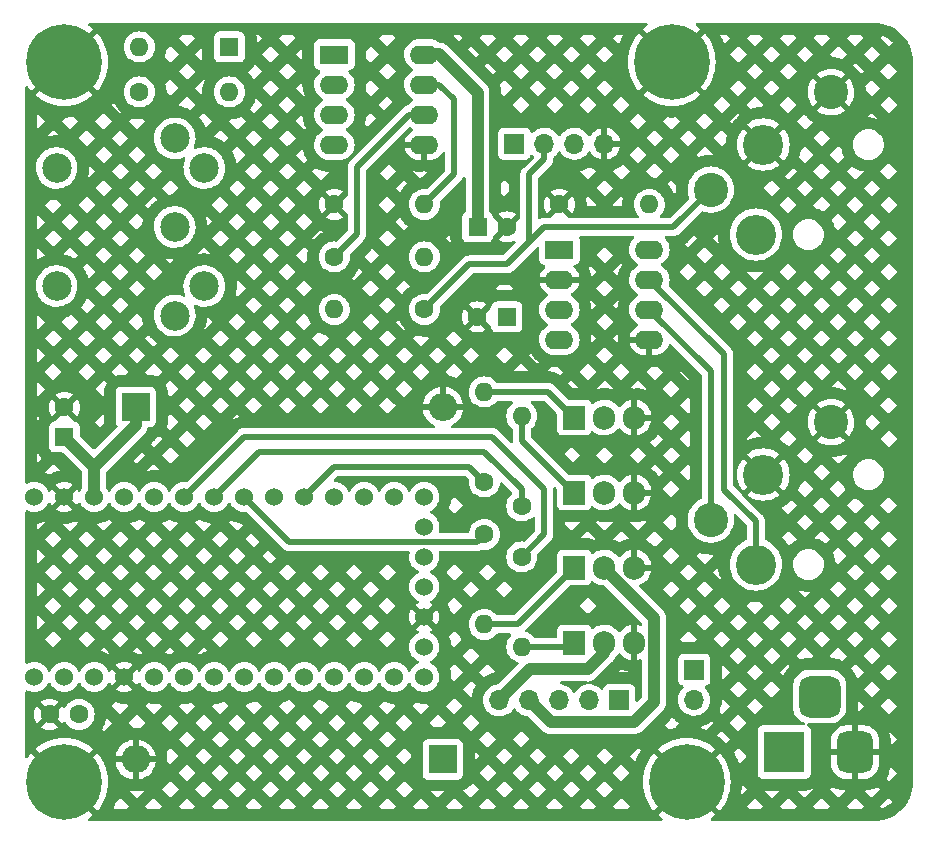
<source format=gbr>
%TF.GenerationSoftware,KiCad,Pcbnew,6.0.4+dfsg-1+b1*%
%TF.CreationDate,2022-05-07T15:52:57-05:00*%
%TF.ProjectId,color-spray,61726475-696e-46f2-9d6d-6964692d6172,rev?*%
%TF.SameCoordinates,Original*%
%TF.FileFunction,Copper,L2,Bot*%
%TF.FilePolarity,Positive*%
%FSLAX46Y46*%
G04 Gerber Fmt 4.6, Leading zero omitted, Abs format (unit mm)*
G04 Created by KiCad (PCBNEW 6.0.4+dfsg-1+b1) date 2022-05-07 15:52:57*
%MOMM*%
%LPD*%
G01*
G04 APERTURE LIST*
G04 Aperture macros list*
%AMRoundRect*
0 Rectangle with rounded corners*
0 $1 Rounding radius*
0 $2 $3 $4 $5 $6 $7 $8 $9 X,Y pos of 4 corners*
0 Add a 4 corners polygon primitive as box body*
4,1,4,$2,$3,$4,$5,$6,$7,$8,$9,$2,$3,0*
0 Add four circle primitives for the rounded corners*
1,1,$1+$1,$2,$3*
1,1,$1+$1,$4,$5*
1,1,$1+$1,$6,$7*
1,1,$1+$1,$8,$9*
0 Add four rect primitives between the rounded corners*
20,1,$1+$1,$2,$3,$4,$5,0*
20,1,$1+$1,$4,$5,$6,$7,0*
20,1,$1+$1,$6,$7,$8,$9,0*
20,1,$1+$1,$8,$9,$2,$3,0*%
G04 Aperture macros list end*
%TA.AperFunction,ComponentPad*%
%ADD10R,1.905000X2.000000*%
%TD*%
%TA.AperFunction,ComponentPad*%
%ADD11O,1.905000X2.000000*%
%TD*%
%TA.AperFunction,ComponentPad*%
%ADD12R,1.700000X1.700000*%
%TD*%
%TA.AperFunction,ComponentPad*%
%ADD13O,1.700000X1.700000*%
%TD*%
%TA.AperFunction,ComponentPad*%
%ADD14RoundRect,0.875000X0.875000X0.875000X-0.875000X0.875000X-0.875000X-0.875000X0.875000X-0.875000X0*%
%TD*%
%TA.AperFunction,ComponentPad*%
%ADD15RoundRect,0.750000X0.750000X1.000000X-0.750000X1.000000X-0.750000X-1.000000X0.750000X-1.000000X0*%
%TD*%
%TA.AperFunction,ComponentPad*%
%ADD16R,3.500000X3.500000*%
%TD*%
%TA.AperFunction,ComponentPad*%
%ADD17C,1.600000*%
%TD*%
%TA.AperFunction,ComponentPad*%
%ADD18O,1.600000X1.600000*%
%TD*%
%TA.AperFunction,ComponentPad*%
%ADD19C,2.900000*%
%TD*%
%TA.AperFunction,ComponentPad*%
%ADD20C,3.400000*%
%TD*%
%TA.AperFunction,ComponentPad*%
%ADD21C,6.400000*%
%TD*%
%TA.AperFunction,ComponentPad*%
%ADD22C,2.500000*%
%TD*%
%TA.AperFunction,ComponentPad*%
%ADD23R,2.400000X1.600000*%
%TD*%
%TA.AperFunction,ComponentPad*%
%ADD24O,2.400000X1.600000*%
%TD*%
%TA.AperFunction,ComponentPad*%
%ADD25O,2.400000X2.400000*%
%TD*%
%TA.AperFunction,ComponentPad*%
%ADD26R,2.400000X2.400000*%
%TD*%
%TA.AperFunction,ComponentPad*%
%ADD27R,1.600000X1.600000*%
%TD*%
%TA.AperFunction,ComponentPad*%
%ADD28C,1.524000*%
%TD*%
%TA.AperFunction,Conductor*%
%ADD29C,0.500000*%
%TD*%
%TA.AperFunction,Conductor*%
%ADD30C,1.000000*%
%TD*%
G04 APERTURE END LIST*
D10*
%TO.P,Q4,1,G*%
%TO.N,Net-(R4-Pad2)*%
X165100000Y-113284000D03*
D11*
%TO.P,Q4,2,D*%
%TO.N,Net-(J6-Pad5)*%
X167640000Y-113284000D03*
%TO.P,Q4,3,S*%
%TO.N,GND*%
X170180000Y-113284000D03*
%TD*%
D10*
%TO.P,Q3,1,G*%
%TO.N,Net-(R3-Pad2)*%
X165100000Y-106934000D03*
D11*
%TO.P,Q3,2,D*%
%TO.N,Net-(J6-Pad4)*%
X167640000Y-106934000D03*
%TO.P,Q3,3,S*%
%TO.N,GND*%
X170180000Y-106934000D03*
%TD*%
D10*
%TO.P,Q2,1,G*%
%TO.N,Net-(R2-Pad2)*%
X165100000Y-100584000D03*
D11*
%TO.P,Q2,2,D*%
%TO.N,Net-(J6-Pad3)*%
X167640000Y-100584000D03*
%TO.P,Q2,3,S*%
%TO.N,GND*%
X170180000Y-100584000D03*
%TD*%
D10*
%TO.P,Q1,1,G*%
%TO.N,Net-(R1-Pad2)*%
X165100000Y-94234000D03*
D11*
%TO.P,Q1,2,D*%
%TO.N,Net-(Q1-Pad2)*%
X167640000Y-94234000D03*
%TO.P,Q1,3,S*%
%TO.N,GND*%
X170180000Y-94234000D03*
%TD*%
D12*
%TO.P,JP1,1,A*%
%TO.N,+5V*%
X175260000Y-115570000D03*
D13*
%TO.P,JP1,2,B*%
%TO.N,Net-(C4-Pad1)*%
X175260000Y-118110000D03*
%TD*%
D14*
%TO.P,J5,3*%
%TO.N,N/C*%
X185880000Y-117855000D03*
D15*
%TO.P,J5,2*%
%TO.N,GND*%
X188880000Y-122555000D03*
D16*
%TO.P,J5,1*%
%TO.N,Net-(C4-Pad1)*%
X182880000Y-122555000D03*
%TD*%
D17*
%TO.P,R7,1*%
%TO.N,MIDI_Rx*%
X144790000Y-80635000D03*
D18*
%TO.P,R7,2*%
%TO.N,+5VD*%
X152410000Y-80635000D03*
%TD*%
D17*
%TO.P,R6,1*%
%TO.N,GND*%
X144790000Y-76190000D03*
D18*
%TO.P,R6,2*%
%TO.N,Net-(U2-Pad7)*%
X152410000Y-76190000D03*
%TD*%
D19*
%TO.P,J2,G*%
%TO.N,GND*%
X186840000Y-66680000D03*
%TO.P,J2,3*%
%TO.N,Net-(J2-Pad3)*%
X176670000Y-74930000D03*
D20*
%TO.P,J2,2*%
%TO.N,+5V*%
X180485000Y-78740000D03*
%TO.P,J2,1*%
%TO.N,GND*%
X181120000Y-71120000D03*
%TD*%
D17*
%TO.P,R1,1*%
%TO.N,RGB_W*%
X157490000Y-99685000D03*
D18*
%TO.P,R1,2*%
%TO.N,Net-(R1-Pad2)*%
X157490000Y-92065000D03*
%TD*%
D17*
%TO.P,R2,1*%
%TO.N,RGB_G*%
X160665000Y-101717000D03*
D18*
%TO.P,R2,2*%
%TO.N,Net-(R2-Pad2)*%
X160665000Y-94097000D03*
%TD*%
D17*
%TO.P,C1,1*%
%TO.N,+5VD*%
X123180000Y-119370000D03*
%TO.P,C1,2*%
%TO.N,GND*%
X120680000Y-119370000D03*
%TD*%
D21*
%TO.P,H3,1,1*%
%TO.N,GND*%
X174625000Y-125085000D03*
%TD*%
%TO.P,H1,1,1*%
%TO.N,GND*%
X121930000Y-64125000D03*
%TD*%
D22*
%TO.P,J1,1*%
%TO.N,unconnected-(J1-Pad1)*%
X131280000Y-85595000D03*
%TO.P,J1,2*%
%TO.N,unconnected-(J1-Pad2)*%
X131280000Y-78095000D03*
%TO.P,J1,3*%
%TO.N,unconnected-(J1-Pad3)*%
X131280000Y-70595000D03*
%TO.P,J1,4*%
%TO.N,Net-(J1-Pad4)*%
X133780000Y-83095000D03*
%TO.P,J1,5*%
%TO.N,Net-(J1-Pad5)*%
X133780000Y-73095000D03*
%TO.P,J1,6*%
%TO.N,N/C*%
X121280000Y-73095000D03*
X121280000Y-83095000D03*
%TD*%
D23*
%TO.P,U3,1,R*%
%TO.N,Net-(U3-Pad1)*%
X163850000Y-80010000D03*
D24*
%TO.P,U3,2,~{RE}*%
%TO.N,GND*%
X163850000Y-82550000D03*
%TO.P,U3,3,DE*%
%TO.N,+5VD*%
X163850000Y-85090000D03*
%TO.P,U3,4,D*%
%TO.N,DMX_Tx*%
X163850000Y-87630000D03*
%TO.P,U3,5,GND*%
%TO.N,GND*%
X171470000Y-87630000D03*
%TO.P,U3,6,A*%
%TO.N,Net-(J4-Pad3)*%
X171470000Y-85090000D03*
%TO.P,U3,7,B*%
%TO.N,Net-(J4-Pad2)*%
X171470000Y-82550000D03*
%TO.P,U3,8,VCC*%
%TO.N,+5VD*%
X171470000Y-80010000D03*
%TD*%
D17*
%TO.P,R8,1*%
%TO.N,Net-(J2-Pad3)*%
X152410000Y-85080000D03*
D18*
%TO.P,R8,2*%
%TO.N,ARGB_D*%
X144790000Y-85080000D03*
%TD*%
D21*
%TO.P,H2,1,1*%
%TO.N,GND*%
X173355000Y-64125000D03*
%TD*%
D12*
%TO.P,J3,1,Pin_1*%
%TO.N,+5V*%
X160040000Y-71040000D03*
D13*
%TO.P,J3,2,Pin_2*%
%TO.N,Net-(J2-Pad3)*%
X162580000Y-71040000D03*
%TO.P,J3,3,Pin_3*%
%TO.N,unconnected-(J3-Pad3)*%
X165120000Y-71040000D03*
%TO.P,J3,4,Pin_4*%
%TO.N,GND*%
X167660000Y-71040000D03*
%TD*%
D23*
%TO.P,U2,1,NC*%
%TO.N,unconnected-(U2-Pad1)*%
X144800000Y-63500000D03*
D24*
%TO.P,U2,2,C1*%
%TO.N,Net-(U2-Pad2)*%
X144800000Y-66040000D03*
%TO.P,U2,3,C2*%
%TO.N,Net-(J1-Pad5)*%
X144800000Y-68580000D03*
%TO.P,U2,4,NC*%
%TO.N,unconnected-(U2-Pad4)*%
X144800000Y-71120000D03*
%TO.P,U2,5,GND*%
%TO.N,GND*%
X152420000Y-71120000D03*
%TO.P,U2,6,VO2*%
%TO.N,MIDI_Rx*%
X152420000Y-68580000D03*
%TO.P,U2,7,VO1*%
%TO.N,Net-(U2-Pad7)*%
X152420000Y-66040000D03*
%TO.P,U2,8,VCC*%
%TO.N,+5VD*%
X152420000Y-63500000D03*
%TD*%
D17*
%TO.P,R4,1*%
%TO.N,RGB_B*%
X160665000Y-106035000D03*
D18*
%TO.P,R4,2*%
%TO.N,Net-(R4-Pad2)*%
X160665000Y-113655000D03*
%TD*%
D25*
%TO.P,C4,2*%
%TO.N,GND*%
X127970000Y-123180000D03*
D26*
%TO.P,C4,1*%
%TO.N,Net-(C4-Pad1)*%
X153970000Y-123180000D03*
%TD*%
%TO.P,C2,1*%
%TO.N,+5V*%
X127980000Y-93335000D03*
D25*
%TO.P,C2,2*%
%TO.N,GND*%
X153980000Y-93335000D03*
%TD*%
D27*
%TO.P,D1,1,K*%
%TO.N,Net-(U2-Pad2)*%
X135900000Y-62855000D03*
D18*
%TO.P,D1,2,A*%
%TO.N,Net-(J1-Pad5)*%
X128280000Y-62855000D03*
%TD*%
D12*
%TO.P,J6,1,Pin_1*%
%TO.N,Net-(Q1-Pad2)*%
X168915000Y-118170000D03*
D13*
%TO.P,J6,2,Pin_2*%
%TO.N,Net-(C4-Pad1)*%
X166375000Y-118170000D03*
%TO.P,J6,3,Pin_3*%
%TO.N,Net-(J6-Pad3)*%
X163835000Y-118170000D03*
%TO.P,J6,4,Pin_4*%
%TO.N,Net-(J6-Pad4)*%
X161295000Y-118170000D03*
%TO.P,J6,5,Pin_5*%
%TO.N,Net-(J6-Pad5)*%
X158755000Y-118170000D03*
%TD*%
D17*
%TO.P,R9,1*%
%TO.N,GND*%
X163840000Y-76190000D03*
D18*
%TO.P,R9,2*%
%TO.N,Net-(U3-Pad1)*%
X171460000Y-76190000D03*
%TD*%
D19*
%TO.P,J4,G*%
%TO.N,GND*%
X186840000Y-94620000D03*
%TO.P,J4,3*%
%TO.N,Net-(J4-Pad3)*%
X176670000Y-102870000D03*
D20*
%TO.P,J4,2*%
%TO.N,Net-(J4-Pad2)*%
X180485000Y-106680000D03*
%TO.P,J4,1*%
%TO.N,GND*%
X181120000Y-99060000D03*
%TD*%
D27*
%TO.P,C3,1*%
%TO.N,+5V*%
X121930000Y-95875000D03*
D17*
%TO.P,C3,2*%
%TO.N,GND*%
X121930000Y-93375000D03*
%TD*%
D21*
%TO.P,H4,1,1*%
%TO.N,GND*%
X121930000Y-125085000D03*
%TD*%
D27*
%TO.P,C6,1*%
%TO.N,+5VD*%
X159395000Y-85715000D03*
D17*
%TO.P,C6,2*%
%TO.N,GND*%
X156895000Y-85715000D03*
%TD*%
%TO.P,R3,1*%
%TO.N,RGB_R*%
X157490000Y-104130000D03*
D18*
%TO.P,R3,2*%
%TO.N,Net-(R3-Pad2)*%
X157490000Y-111750000D03*
%TD*%
D27*
%TO.P,C5,1*%
%TO.N,+5VD*%
X156919887Y-78095000D03*
D17*
%TO.P,C5,2*%
%TO.N,GND*%
X159419887Y-78095000D03*
%TD*%
%TO.P,R5,1*%
%TO.N,Net-(J1-Pad4)*%
X128280000Y-66665000D03*
D18*
%TO.P,R5,2*%
%TO.N,Net-(U2-Pad2)*%
X135900000Y-66665000D03*
%TD*%
D28*
%TO.P,U1,1,RST*%
%TO.N,unconnected-(U1-Pad1)*%
X119390000Y-116195000D03*
%TO.P,U1,2,5V*%
%TO.N,+5VD*%
X121930000Y-116195000D03*
%TO.P,U1,3,AREF*%
%TO.N,unconnected-(U1-Pad3)*%
X124470000Y-116195000D03*
%TO.P,U1,4,G*%
%TO.N,GND*%
X127010000Y-116195000D03*
%TO.P,U1,5,A0*%
%TO.N,unconnected-(U1-Pad5)*%
X129550000Y-116195000D03*
%TO.P,U1,6,A1*%
%TO.N,unconnected-(U1-Pad6)*%
X132090000Y-116195000D03*
%TO.P,U1,7,A2*%
%TO.N,unconnected-(U1-Pad7)*%
X134630000Y-116195000D03*
%TO.P,U1,8,A3*%
%TO.N,unconnected-(U1-Pad8)*%
X137170000Y-116195000D03*
%TO.P,U1,9,A4*%
%TO.N,unconnected-(U1-Pad9)*%
X139710000Y-116195000D03*
%TO.P,U1,10,A5*%
%TO.N,unconnected-(U1-Pad10)*%
X142250000Y-116195000D03*
%TO.P,U1,11,SCK*%
%TO.N,unconnected-(U1-Pad11)*%
X144790000Y-116195000D03*
%TO.P,U1,12,MO*%
%TO.N,unconnected-(U1-Pad12)*%
X147330000Y-116195000D03*
%TO.P,U1,13,MI*%
%TO.N,unconnected-(U1-Pad13)*%
X149870000Y-116195000D03*
%TO.P,U1,14,En*%
%TO.N,unconnected-(U1-Pad14)*%
X152410000Y-116195000D03*
%TO.P,U1,15*%
%TO.N,N/C*%
X152410000Y-113655000D03*
%TO.P,U1,16,G*%
%TO.N,GND*%
X152410000Y-111115000D03*
%TO.P,U1,17,D8*%
%TO.N,unconnected-(U1-Pad17)*%
X152410000Y-108575000D03*
%TO.P,U1,18,D6*%
%TO.N,unconnected-(U1-Pad18)*%
X152410000Y-106035000D03*
%TO.P,U1,19,D4*%
%TO.N,unconnected-(U1-Pad19)*%
X152410000Y-103495000D03*
%TO.P,U1,20,D0/RX*%
%TO.N,MIDI_Rx*%
X152410000Y-100955000D03*
%TO.P,U1,21,D1/TX*%
%TO.N,unconnected-(U1-Pad21)*%
X149870000Y-100955000D03*
%TO.P,U1,22,D2/SDA*%
%TO.N,ARGB_D*%
X147330000Y-100955000D03*
%TO.P,U1,23,D3/SCL*%
%TO.N,unconnected-(U1-Pad23)*%
X144790000Y-100955000D03*
%TO.P,U1,24,D5*%
%TO.N,RGB_W*%
X142250000Y-100955000D03*
%TO.P,U1,25,D7*%
%TO.N,DMX_Tx*%
X139710000Y-100955000D03*
%TO.P,U1,26,D9*%
%TO.N,RGB_R*%
X137170000Y-100955000D03*
%TO.P,U1,27,D10*%
%TO.N,RGB_G*%
X134630000Y-100955000D03*
%TO.P,U1,28,D11*%
%TO.N,RGB_B*%
X132090000Y-100955000D03*
%TO.P,U1,29,D12*%
%TO.N,unconnected-(U1-Pad29)*%
X129550000Y-100955000D03*
%TO.P,U1,30,D13*%
%TO.N,unconnected-(U1-Pad30)*%
X127010000Y-100955000D03*
%TO.P,U1,31,USB*%
%TO.N,+5V*%
X124470000Y-100955000D03*
%TO.P,U1,32,G*%
%TO.N,GND*%
X121930000Y-100955000D03*
%TO.P,U1,33,BAT*%
%TO.N,unconnected-(U1-Pad33)*%
X119390000Y-100955000D03*
%TD*%
D29*
%TO.N,Net-(J2-Pad3)*%
X162570000Y-78095000D02*
X173505000Y-78095000D01*
X173505000Y-78095000D02*
X176670000Y-74930000D01*
X161300000Y-79365000D02*
X162570000Y-78095000D01*
%TO.N,Net-(J4-Pad2)*%
X171470000Y-82550000D02*
X177810000Y-88890000D01*
X177810000Y-88890000D02*
X177810000Y-98789869D01*
X177810000Y-98789869D02*
X177800000Y-98799869D01*
X177800000Y-98799869D02*
X177800000Y-100330000D01*
X177800000Y-100330000D02*
X180485000Y-103015000D01*
X180485000Y-103015000D02*
X180485000Y-106680000D01*
%TO.N,Net-(J4-Pad3)*%
X176680000Y-90300000D02*
X176670000Y-90310000D01*
X176670000Y-90310000D02*
X176670000Y-102870000D01*
D30*
%TO.N,+5VD*%
X152830000Y-63490000D02*
X153680000Y-63490000D01*
X152820000Y-63500000D02*
X152830000Y-63490000D01*
X152420000Y-63500000D02*
X152820000Y-63500000D01*
X156919887Y-66729887D02*
X156919887Y-78095000D01*
X153680000Y-63490000D02*
X156919887Y-66729887D01*
%TO.N,+5V*%
X127980000Y-94905000D02*
X124470000Y-98415000D01*
X127980000Y-93335000D02*
X127980000Y-94905000D01*
X121930000Y-95875000D02*
X124470000Y-98415000D01*
X124470000Y-98415000D02*
X124470000Y-100955000D01*
D29*
%TO.N,Net-(J2-Pad3)*%
X156220000Y-81270000D02*
X159395000Y-81270000D01*
X161300000Y-73650000D02*
X162580000Y-72370000D01*
X162580000Y-72370000D02*
X162580000Y-71040000D01*
X159395000Y-81270000D02*
X161300000Y-79365000D01*
X161300000Y-79365000D02*
X161300000Y-73650000D01*
X152410000Y-85080000D02*
X156220000Y-81270000D01*
%TO.N,Net-(J4-Pad3)*%
X176680000Y-90300000D02*
X171470000Y-85090000D01*
D30*
%TO.N,Net-(J6-Pad4)*%
X171842020Y-111172020D02*
X171842020Y-118342002D01*
X170179022Y-120005000D02*
X163130000Y-120005000D01*
X171842020Y-118342002D02*
X170179022Y-120005000D01*
X167650000Y-106980000D02*
X171842020Y-111172020D01*
X163130000Y-120005000D02*
X161295000Y-118170000D01*
%TO.N,Net-(J6-Pad5)*%
X166231522Y-115560000D02*
X161365000Y-115560000D01*
X161365000Y-115560000D02*
X158755000Y-118170000D01*
X167650000Y-113330000D02*
X167650000Y-114141522D01*
X167650000Y-114141522D02*
X166231522Y-115560000D01*
D29*
%TO.N,Net-(R1-Pad2)*%
X162895000Y-92065000D02*
X165110000Y-94280000D01*
X157490000Y-92065000D02*
X162895000Y-92065000D01*
%TO.N,Net-(R2-Pad2)*%
X160665000Y-94097000D02*
X160665000Y-96185000D01*
X160665000Y-96185000D02*
X165110000Y-100630000D01*
%TO.N,Net-(R3-Pad2)*%
X157490000Y-111750000D02*
X160340000Y-111750000D01*
X160340000Y-111750000D02*
X165110000Y-106980000D01*
%TO.N,Net-(R4-Pad2)*%
X160665000Y-113655000D02*
X164785000Y-113655000D01*
X164785000Y-113655000D02*
X165110000Y-113330000D01*
%TO.N,RGB_W*%
X156220000Y-98415000D02*
X144790000Y-98415000D01*
X157490000Y-99685000D02*
X156220000Y-98415000D01*
X144790000Y-98415000D02*
X142250000Y-100955000D01*
%TO.N,RGB_G*%
X160665000Y-100320000D02*
X157490000Y-97145000D01*
X138440000Y-97145000D02*
X134630000Y-100955000D01*
X160665000Y-101717000D02*
X160665000Y-100320000D01*
X157490000Y-97145000D02*
X138440000Y-97145000D01*
%TO.N,RGB_R*%
X156855000Y-104765000D02*
X140980000Y-104765000D01*
X157490000Y-104130000D02*
X156855000Y-104765000D01*
X140980000Y-104765000D02*
X137170000Y-100955000D01*
%TO.N,RGB_B*%
X158125000Y-95875000D02*
X137170000Y-95875000D01*
X162570000Y-104130000D02*
X162570000Y-100320000D01*
X137170000Y-95875000D02*
X132090000Y-100955000D01*
X160665000Y-106035000D02*
X162570000Y-104130000D01*
X162570000Y-100320000D02*
X158125000Y-95875000D01*
%TO.N,Net-(U2-Pad7)*%
X152420000Y-66040000D02*
X153690000Y-66040000D01*
X154950000Y-73650000D02*
X152410000Y-76190000D01*
X153690000Y-66040000D02*
X154950000Y-67300000D01*
X154950000Y-67300000D02*
X154950000Y-73650000D01*
%TO.N,MIDI_Rx*%
X146695000Y-78730000D02*
X144790000Y-80635000D01*
X152420000Y-68580000D02*
X151130000Y-68580000D01*
X151130000Y-68580000D02*
X146695000Y-73015000D01*
X146695000Y-73015000D02*
X146695000Y-78730000D01*
%TD*%
%TA.AperFunction,Conductor*%
%TO.N,GND*%
G36*
X171273437Y-60843502D02*
G01*
X171319930Y-60897158D01*
X171330034Y-60967432D01*
X171300540Y-61032012D01*
X171273940Y-61055173D01*
X171175265Y-61119253D01*
X171169939Y-61123123D01*
X170931165Y-61316478D01*
X170922700Y-61328733D01*
X170929034Y-61339824D01*
X173342188Y-63752978D01*
X173356132Y-63760592D01*
X173357965Y-63760461D01*
X173364580Y-63756210D01*
X175780100Y-61340690D01*
X175787241Y-61327614D01*
X175779784Y-61317247D01*
X175540065Y-61123126D01*
X175534728Y-61119249D01*
X175436059Y-61055172D01*
X175389822Y-61001296D01*
X175380053Y-60930975D01*
X175409853Y-60866535D01*
X175469762Y-60828436D01*
X175504684Y-60823500D01*
X190460633Y-60823500D01*
X190480018Y-60825000D01*
X190494851Y-60827310D01*
X190494855Y-60827310D01*
X190503724Y-60828691D01*
X190522436Y-60826244D01*
X190545366Y-60825353D01*
X190848503Y-60841240D01*
X190861617Y-60842618D01*
X191189898Y-60894613D01*
X191202799Y-60897355D01*
X191464331Y-60967432D01*
X191523846Y-60983379D01*
X191536382Y-60987453D01*
X191712797Y-61055172D01*
X191846672Y-61106562D01*
X191858720Y-61111926D01*
X192154867Y-61262820D01*
X192166288Y-61269414D01*
X192445040Y-61450437D01*
X192455710Y-61458190D01*
X192714004Y-61667352D01*
X192723805Y-61676177D01*
X192958823Y-61911195D01*
X192967648Y-61920996D01*
X193176810Y-62179290D01*
X193184563Y-62189960D01*
X193365586Y-62468712D01*
X193372180Y-62480133D01*
X193523074Y-62776280D01*
X193528438Y-62788328D01*
X193639483Y-63077607D01*
X193647545Y-63098610D01*
X193651621Y-63111154D01*
X193737645Y-63432202D01*
X193740387Y-63445102D01*
X193791419Y-63767299D01*
X193792382Y-63773382D01*
X193793760Y-63786499D01*
X193806744Y-64034249D01*
X193805417Y-64060228D01*
X193801500Y-64085386D01*
X193801500Y-125121513D01*
X193802136Y-125125953D01*
X193805677Y-125150684D01*
X193806776Y-125175138D01*
X193793760Y-125423500D01*
X193792382Y-125436616D01*
X193775712Y-125541868D01*
X193740387Y-125764898D01*
X193737645Y-125777798D01*
X193651621Y-126098846D01*
X193647547Y-126111382D01*
X193646045Y-126115297D01*
X193528438Y-126421672D01*
X193523074Y-126433720D01*
X193372180Y-126729867D01*
X193365586Y-126741288D01*
X193184563Y-127020040D01*
X193176810Y-127030710D01*
X192967648Y-127289004D01*
X192958823Y-127298805D01*
X192723805Y-127533823D01*
X192714004Y-127542648D01*
X192455710Y-127751810D01*
X192445040Y-127759563D01*
X192166288Y-127940586D01*
X192154867Y-127947180D01*
X191858720Y-128098074D01*
X191846671Y-128103438D01*
X191536382Y-128222547D01*
X191523848Y-128226620D01*
X191328270Y-128279025D01*
X191202798Y-128312645D01*
X191189898Y-128315387D01*
X190861617Y-128367382D01*
X190848501Y-128368760D01*
X190814848Y-128370524D01*
X190552702Y-128384262D01*
X190526727Y-128382935D01*
X190525157Y-128382691D01*
X190525151Y-128382691D01*
X190516276Y-128381309D01*
X190507374Y-128382473D01*
X190507372Y-128382473D01*
X190492323Y-128384441D01*
X190484714Y-128385436D01*
X190468379Y-128386500D01*
X176774684Y-128386500D01*
X176706563Y-128366498D01*
X176660070Y-128312842D01*
X176649966Y-128242568D01*
X176679460Y-128177988D01*
X176706059Y-128154828D01*
X176804728Y-128090751D01*
X176810065Y-128086874D01*
X177048835Y-127893522D01*
X177057300Y-127881267D01*
X177050966Y-127870176D01*
X174637812Y-125457022D01*
X174623868Y-125449408D01*
X174622035Y-125449539D01*
X174615420Y-125453790D01*
X172199900Y-127869310D01*
X172192759Y-127882386D01*
X172200216Y-127892753D01*
X172439935Y-128086874D01*
X172445272Y-128090751D01*
X172543941Y-128154828D01*
X172590178Y-128208704D01*
X172599947Y-128279025D01*
X172570147Y-128343465D01*
X172510238Y-128381564D01*
X172475316Y-128386500D01*
X124079684Y-128386500D01*
X124011563Y-128366498D01*
X123965070Y-128312842D01*
X123954966Y-128242568D01*
X123984460Y-128177988D01*
X124011059Y-128154828D01*
X124109728Y-128090751D01*
X124115065Y-128086874D01*
X124353835Y-127893522D01*
X124362300Y-127881267D01*
X124355966Y-127870176D01*
X121571922Y-125086132D01*
X122294408Y-125086132D01*
X122294539Y-125087965D01*
X122298790Y-125094580D01*
X124714310Y-127510100D01*
X124727386Y-127517241D01*
X124737753Y-127509784D01*
X124930557Y-127271691D01*
X126097492Y-127271691D01*
X126214301Y-127388500D01*
X127118169Y-127388500D01*
X127374757Y-127131912D01*
X128786141Y-127131912D01*
X129042729Y-127388500D01*
X129946596Y-127388500D01*
X130203184Y-127131912D01*
X131614568Y-127131912D01*
X131871156Y-127388500D01*
X132775024Y-127388500D01*
X133031612Y-127131912D01*
X134442995Y-127131912D01*
X134699583Y-127388500D01*
X135603451Y-127388500D01*
X135860039Y-127131912D01*
X137271422Y-127131912D01*
X137528010Y-127388500D01*
X138431878Y-127388500D01*
X138688466Y-127131912D01*
X140099849Y-127131912D01*
X140356437Y-127388500D01*
X141260305Y-127388500D01*
X141516893Y-127131912D01*
X142928276Y-127131912D01*
X143184864Y-127388500D01*
X144088732Y-127388500D01*
X144345320Y-127131912D01*
X145756703Y-127131912D01*
X146013291Y-127388500D01*
X146917159Y-127388500D01*
X147173747Y-127131912D01*
X148585130Y-127131912D01*
X148841718Y-127388500D01*
X149745586Y-127388500D01*
X150002174Y-127131912D01*
X151413558Y-127131912D01*
X151670146Y-127388500D01*
X152574013Y-127388500D01*
X152830601Y-127131912D01*
X154241985Y-127131912D01*
X154498573Y-127388500D01*
X155402441Y-127388500D01*
X155659029Y-127131912D01*
X157070412Y-127131912D01*
X157327000Y-127388500D01*
X158230868Y-127388500D01*
X158487456Y-127131912D01*
X159898839Y-127131912D01*
X160155427Y-127388500D01*
X161059295Y-127388500D01*
X161315883Y-127131912D01*
X162727266Y-127131912D01*
X162983854Y-127388500D01*
X163887722Y-127388500D01*
X164144310Y-127131912D01*
X165555693Y-127131912D01*
X165812281Y-127388500D01*
X166716149Y-127388500D01*
X166972737Y-127131912D01*
X168384120Y-127131912D01*
X168640708Y-127388500D01*
X169544576Y-127388500D01*
X169801164Y-127131912D01*
X169092642Y-126423390D01*
X168384120Y-127131912D01*
X166972737Y-127131912D01*
X166264215Y-126423390D01*
X165555693Y-127131912D01*
X164144310Y-127131912D01*
X163435788Y-126423390D01*
X162727266Y-127131912D01*
X161315883Y-127131912D01*
X160607361Y-126423390D01*
X159898839Y-127131912D01*
X158487456Y-127131912D01*
X157778934Y-126423390D01*
X157070412Y-127131912D01*
X155659029Y-127131912D01*
X154950507Y-126423390D01*
X154241985Y-127131912D01*
X152830601Y-127131912D01*
X152122079Y-126423391D01*
X151413558Y-127131912D01*
X150002174Y-127131912D01*
X149293652Y-126423390D01*
X148585130Y-127131912D01*
X147173747Y-127131912D01*
X146465225Y-126423390D01*
X145756703Y-127131912D01*
X144345320Y-127131912D01*
X143636798Y-126423390D01*
X142928276Y-127131912D01*
X141516893Y-127131912D01*
X140808371Y-126423390D01*
X140099849Y-127131912D01*
X138688466Y-127131912D01*
X137979944Y-126423390D01*
X137271422Y-127131912D01*
X135860039Y-127131912D01*
X135151517Y-126423390D01*
X134442995Y-127131912D01*
X133031612Y-127131912D01*
X132323090Y-126423390D01*
X131614568Y-127131912D01*
X130203184Y-127131912D01*
X129494662Y-126423391D01*
X128786141Y-127131912D01*
X127374757Y-127131912D01*
X126666235Y-126423390D01*
X126326720Y-126762905D01*
X126253789Y-126952898D01*
X126252569Y-126955957D01*
X126237635Y-126992015D01*
X126236333Y-126995046D01*
X126230969Y-127007095D01*
X126229586Y-127010095D01*
X126212759Y-127045374D01*
X126211300Y-127048333D01*
X126097492Y-127271691D01*
X124930557Y-127271691D01*
X124931877Y-127270061D01*
X124935747Y-127264735D01*
X125143831Y-126944313D01*
X125147128Y-126938603D01*
X125320578Y-126598189D01*
X125323260Y-126592164D01*
X125460171Y-126235498D01*
X125462212Y-126229216D01*
X125561094Y-125860184D01*
X125562465Y-125853734D01*
X125563841Y-125845049D01*
X127499278Y-125845049D01*
X128080449Y-126426220D01*
X128727916Y-125778753D01*
X128536223Y-125829221D01*
X128531681Y-125830327D01*
X128477696Y-125842418D01*
X128473120Y-125843354D01*
X128454759Y-125846757D01*
X128450150Y-125847523D01*
X128395426Y-125855580D01*
X128390792Y-125856175D01*
X128332661Y-125862542D01*
X128315757Y-125863251D01*
X128115942Y-125858199D01*
X128099097Y-125856637D01*
X128033036Y-125846000D01*
X128023058Y-125843977D01*
X127951303Y-125826382D01*
X127872681Y-125850215D01*
X127848455Y-125855029D01*
X127777799Y-125861974D01*
X127759827Y-125862451D01*
X127547705Y-125852937D01*
X127529849Y-125850853D01*
X127499278Y-125845049D01*
X125563841Y-125845049D01*
X125584011Y-125717698D01*
X130200354Y-125717698D01*
X130908876Y-126426220D01*
X131617398Y-125717698D01*
X133028781Y-125717698D01*
X133737303Y-126426220D01*
X134445825Y-125717698D01*
X135857208Y-125717698D01*
X136565730Y-126426220D01*
X137274252Y-125717698D01*
X138685637Y-125717698D01*
X139394158Y-126426219D01*
X140102679Y-125717698D01*
X141514063Y-125717698D01*
X142222584Y-126426219D01*
X142931105Y-125717698D01*
X144342490Y-125717698D01*
X145051012Y-126426220D01*
X145759534Y-125717698D01*
X147170917Y-125717698D01*
X147879439Y-126426220D01*
X148587961Y-125717698D01*
X149999344Y-125717698D01*
X150707866Y-126426220D01*
X151247586Y-125886500D01*
X152996573Y-125886500D01*
X153536293Y-126426220D01*
X154076013Y-125886500D01*
X152996573Y-125886500D01*
X151247586Y-125886500D01*
X151351685Y-125782401D01*
X155720901Y-125782401D01*
X156364720Y-126426220D01*
X157073242Y-125717698D01*
X158484625Y-125717698D01*
X159193147Y-126426220D01*
X159901669Y-125717698D01*
X161313054Y-125717698D01*
X162021575Y-126426219D01*
X162730096Y-125717698D01*
X164141480Y-125717698D01*
X164850001Y-126426219D01*
X165558522Y-125717698D01*
X166969907Y-125717698D01*
X167678429Y-126426220D01*
X168386951Y-125717698D01*
X167757554Y-125088301D01*
X170912084Y-125088301D01*
X170932080Y-125469833D01*
X170932766Y-125476371D01*
X170992535Y-125853734D01*
X170993906Y-125860184D01*
X171092788Y-126229216D01*
X171094829Y-126235498D01*
X171231740Y-126592164D01*
X171234422Y-126598189D01*
X171407872Y-126938603D01*
X171411169Y-126944313D01*
X171619253Y-127264735D01*
X171623123Y-127270061D01*
X171816478Y-127508835D01*
X171828733Y-127517300D01*
X171839824Y-127510966D01*
X174252978Y-125097812D01*
X174259356Y-125086132D01*
X174989408Y-125086132D01*
X174989539Y-125087965D01*
X174993790Y-125094580D01*
X177409310Y-127510100D01*
X177422386Y-127517241D01*
X177432753Y-127509784D01*
X177626877Y-127270061D01*
X177630747Y-127264735D01*
X177717003Y-127131912D01*
X179697829Y-127131912D01*
X179954417Y-127388500D01*
X180858285Y-127388500D01*
X181114873Y-127131912D01*
X182526256Y-127131912D01*
X182782844Y-127388500D01*
X183686712Y-127388500D01*
X183943300Y-127131912D01*
X185354683Y-127131912D01*
X185611271Y-127388500D01*
X186515139Y-127388500D01*
X186771727Y-127131912D01*
X188183110Y-127131912D01*
X188439698Y-127388500D01*
X189343566Y-127388500D01*
X189600154Y-127131912D01*
X191011537Y-127131912D01*
X191168306Y-127288681D01*
X191221408Y-127274453D01*
X191446358Y-127188102D01*
X191661062Y-127078705D01*
X191863162Y-126947459D01*
X192050426Y-126795817D01*
X192071456Y-126774787D01*
X191720059Y-126423390D01*
X191011537Y-127131912D01*
X189600154Y-127131912D01*
X188891632Y-126423390D01*
X188183110Y-127131912D01*
X186771727Y-127131912D01*
X186063205Y-126423390D01*
X185354683Y-127131912D01*
X183943300Y-127131912D01*
X183234778Y-126423390D01*
X182526256Y-127131912D01*
X181114873Y-127131912D01*
X180406351Y-126423390D01*
X179697829Y-127131912D01*
X177717003Y-127131912D01*
X177838831Y-126944313D01*
X177842128Y-126938603D01*
X178015578Y-126598189D01*
X178018260Y-126592164D01*
X178155171Y-126235498D01*
X178157212Y-126229216D01*
X178157680Y-126227471D01*
X179190886Y-126227471D01*
X179606857Y-125811500D01*
X181205844Y-125811500D01*
X181820564Y-126426220D01*
X182435284Y-125811500D01*
X184034273Y-125811500D01*
X184648992Y-126426219D01*
X185357513Y-125717698D01*
X186768897Y-125717698D01*
X187477418Y-126426219D01*
X188092637Y-125811000D01*
X188067481Y-125811000D01*
X188067383Y-125810999D01*
X189690625Y-125810999D01*
X190305846Y-126426220D01*
X191014368Y-125717698D01*
X190790491Y-125493821D01*
X190764558Y-125510184D01*
X190759750Y-125513070D01*
X190740291Y-125524169D01*
X190735360Y-125526838D01*
X190676299Y-125557126D01*
X190671254Y-125559573D01*
X190467074Y-125653054D01*
X190461925Y-125655274D01*
X190400382Y-125680201D01*
X190395137Y-125682191D01*
X190374021Y-125689668D01*
X190368695Y-125691421D01*
X190305217Y-125710766D01*
X190299821Y-125712280D01*
X190082314Y-125768127D01*
X190077097Y-125769349D01*
X190015016Y-125782503D01*
X190009748Y-125783503D01*
X189988626Y-125787047D01*
X189983321Y-125787821D01*
X189920347Y-125795650D01*
X189915015Y-125796198D01*
X189773414Y-125807714D01*
X189770868Y-125807896D01*
X189740686Y-125809736D01*
X189738135Y-125809865D01*
X189727922Y-125810280D01*
X189725364Y-125810358D01*
X189695076Y-125810973D01*
X189692518Y-125810999D01*
X189690625Y-125810999D01*
X188067383Y-125810999D01*
X188064923Y-125810974D01*
X188034638Y-125810359D01*
X188032081Y-125810281D01*
X188021867Y-125809866D01*
X188019317Y-125809737D01*
X187989126Y-125807897D01*
X187986577Y-125807715D01*
X187844977Y-125796198D01*
X187839644Y-125795650D01*
X187776671Y-125787820D01*
X187771367Y-125787046D01*
X187750246Y-125783502D01*
X187744979Y-125782502D01*
X187682903Y-125769349D01*
X187677686Y-125768127D01*
X187460179Y-125712280D01*
X187454783Y-125710766D01*
X187391305Y-125691421D01*
X187385979Y-125689668D01*
X187364863Y-125682191D01*
X187359618Y-125680201D01*
X187298075Y-125655274D01*
X187292926Y-125653054D01*
X187088746Y-125559573D01*
X187083701Y-125557126D01*
X187024640Y-125526838D01*
X187019709Y-125524169D01*
X187000250Y-125513070D01*
X186995442Y-125510184D01*
X186983773Y-125502822D01*
X186768897Y-125717698D01*
X185357513Y-125717698D01*
X185297823Y-125658008D01*
X185235304Y-125686665D01*
X185227032Y-125690107D01*
X185090643Y-125741237D01*
X185083174Y-125743773D01*
X184993873Y-125771012D01*
X184986258Y-125773077D01*
X184955636Y-125780358D01*
X184947909Y-125781941D01*
X184855909Y-125797811D01*
X184848098Y-125798908D01*
X184785916Y-125805663D01*
X184782521Y-125805985D01*
X184742299Y-125809256D01*
X184738900Y-125809487D01*
X184725292Y-125810224D01*
X184721887Y-125810362D01*
X184681543Y-125811454D01*
X184678134Y-125811500D01*
X184034273Y-125811500D01*
X182435284Y-125811500D01*
X181205844Y-125811500D01*
X179606857Y-125811500D01*
X179700659Y-125717698D01*
X179324038Y-125341077D01*
X179314380Y-125525354D01*
X179314165Y-125528645D01*
X179311104Y-125567544D01*
X179310802Y-125570823D01*
X179309424Y-125583940D01*
X179309037Y-125587218D01*
X179303936Y-125625975D01*
X179303462Y-125629244D01*
X179242663Y-126013116D01*
X179242104Y-126016367D01*
X179234986Y-126054771D01*
X179234343Y-126058006D01*
X179231601Y-126070906D01*
X179230872Y-126074125D01*
X179221754Y-126112102D01*
X179220943Y-126115297D01*
X179190886Y-126227471D01*
X178157680Y-126227471D01*
X178256094Y-125860184D01*
X178257465Y-125853734D01*
X178317234Y-125476371D01*
X178317920Y-125469833D01*
X178337916Y-125088301D01*
X178337916Y-125081693D01*
X178317920Y-124700167D01*
X178317234Y-124693629D01*
X178263304Y-124353134D01*
X180621500Y-124353134D01*
X180628255Y-124415316D01*
X180679385Y-124551705D01*
X180766739Y-124668261D01*
X180883295Y-124755615D01*
X181019684Y-124806745D01*
X181081866Y-124813500D01*
X184678134Y-124813500D01*
X184740316Y-124806745D01*
X184876705Y-124755615D01*
X184993261Y-124668261D01*
X185080615Y-124551705D01*
X185131745Y-124415316D01*
X185138500Y-124353134D01*
X185138500Y-123614961D01*
X186872001Y-123614961D01*
X186872209Y-123620071D01*
X186883082Y-123753767D01*
X186884852Y-123764320D01*
X186937967Y-123971185D01*
X186941701Y-123981731D01*
X187030510Y-124175705D01*
X187036046Y-124185412D01*
X187157803Y-124360597D01*
X187164976Y-124369176D01*
X187315824Y-124520024D01*
X187324403Y-124527197D01*
X187499588Y-124648954D01*
X187509295Y-124654490D01*
X187703269Y-124743299D01*
X187713815Y-124747033D01*
X187920679Y-124800147D01*
X187931234Y-124801918D01*
X188064930Y-124812793D01*
X188070036Y-124813000D01*
X188607885Y-124813000D01*
X188623124Y-124808525D01*
X188624329Y-124807135D01*
X188626000Y-124799452D01*
X188626000Y-124794884D01*
X189134000Y-124794884D01*
X189138475Y-124810123D01*
X189139865Y-124811328D01*
X189147548Y-124812999D01*
X189689961Y-124812999D01*
X189695071Y-124812791D01*
X189822447Y-124802432D01*
X191510484Y-124802432D01*
X191720059Y-125012007D01*
X192428581Y-124303485D01*
X191878262Y-123753166D01*
X191871198Y-123840023D01*
X191870650Y-123845356D01*
X191862820Y-123908329D01*
X191862046Y-123913633D01*
X191858502Y-123934754D01*
X191857502Y-123940021D01*
X191844349Y-124002097D01*
X191843127Y-124007314D01*
X191787280Y-124224821D01*
X191785766Y-124230217D01*
X191766421Y-124293695D01*
X191764668Y-124299021D01*
X191757191Y-124320137D01*
X191755201Y-124325382D01*
X191730274Y-124386925D01*
X191728054Y-124392074D01*
X191634573Y-124596254D01*
X191632126Y-124601299D01*
X191601838Y-124660360D01*
X191599169Y-124665291D01*
X191588070Y-124684750D01*
X191585184Y-124689558D01*
X191549760Y-124745702D01*
X191546663Y-124750376D01*
X191510484Y-124802432D01*
X189822447Y-124802432D01*
X189828767Y-124801918D01*
X189839320Y-124800148D01*
X190046185Y-124747033D01*
X190056731Y-124743299D01*
X190250705Y-124654490D01*
X190260412Y-124648954D01*
X190435597Y-124527197D01*
X190444176Y-124520024D01*
X190595024Y-124369176D01*
X190602197Y-124360597D01*
X190723954Y-124185412D01*
X190729490Y-124175705D01*
X190818299Y-123981731D01*
X190822033Y-123971185D01*
X190875147Y-123764321D01*
X190876918Y-123753766D01*
X190887793Y-123620070D01*
X190888000Y-123614964D01*
X190888000Y-122827115D01*
X190883525Y-122811876D01*
X190882135Y-122810671D01*
X190874452Y-122809000D01*
X189152115Y-122809000D01*
X189136876Y-122813475D01*
X189135671Y-122814865D01*
X189134000Y-122822548D01*
X189134000Y-124794884D01*
X188626000Y-124794884D01*
X188626000Y-122827115D01*
X188621525Y-122811876D01*
X188620135Y-122810671D01*
X188612452Y-122809000D01*
X186890116Y-122809000D01*
X186874877Y-122813475D01*
X186873672Y-122814865D01*
X186872001Y-122822548D01*
X186872001Y-123614961D01*
X185138500Y-123614961D01*
X185138500Y-122282885D01*
X186872000Y-122282885D01*
X186876475Y-122298124D01*
X186877865Y-122299329D01*
X186885548Y-122301000D01*
X188607885Y-122301000D01*
X188623124Y-122296525D01*
X188624329Y-122295135D01*
X188626000Y-122287452D01*
X188626000Y-122282885D01*
X189134000Y-122282885D01*
X189138475Y-122298124D01*
X189139865Y-122299329D01*
X189147548Y-122301000D01*
X190869884Y-122301000D01*
X190885123Y-122296525D01*
X190886328Y-122295135D01*
X190887999Y-122287452D01*
X190887999Y-121495039D01*
X190887791Y-121489924D01*
X190876918Y-121356233D01*
X190875148Y-121345680D01*
X190822033Y-121138815D01*
X190818299Y-121128269D01*
X190729490Y-120934295D01*
X190723954Y-120924588D01*
X190645165Y-120811226D01*
X191764749Y-120811226D01*
X191766421Y-120816305D01*
X191785766Y-120879783D01*
X191787280Y-120885179D01*
X191843127Y-121102686D01*
X191844349Y-121107903D01*
X191857503Y-121169984D01*
X191858503Y-121175252D01*
X191862047Y-121196374D01*
X191862821Y-121201679D01*
X191870650Y-121264653D01*
X191871198Y-121269985D01*
X191882714Y-121411586D01*
X191882896Y-121414132D01*
X191884736Y-121444314D01*
X191884865Y-121446865D01*
X191885280Y-121457078D01*
X191885358Y-121459636D01*
X191885973Y-121489924D01*
X191885999Y-121492482D01*
X191885999Y-122017640D01*
X192428581Y-121475058D01*
X191764749Y-120811226D01*
X190645165Y-120811226D01*
X190602197Y-120749403D01*
X190595024Y-120740824D01*
X190444176Y-120589976D01*
X190435597Y-120582803D01*
X190260412Y-120461046D01*
X190250705Y-120455510D01*
X190056731Y-120366701D01*
X190046185Y-120362967D01*
X189839321Y-120309853D01*
X189828766Y-120308082D01*
X189695070Y-120297207D01*
X189689964Y-120297000D01*
X189152115Y-120297000D01*
X189136876Y-120301475D01*
X189135671Y-120302865D01*
X189134000Y-120310548D01*
X189134000Y-122282885D01*
X188626000Y-122282885D01*
X188626000Y-120315116D01*
X188621525Y-120299877D01*
X188620135Y-120298672D01*
X188612452Y-120297001D01*
X188070039Y-120297001D01*
X188064929Y-120297209D01*
X187931233Y-120308082D01*
X187920680Y-120309852D01*
X187713815Y-120362967D01*
X187703269Y-120366701D01*
X187509295Y-120455510D01*
X187499588Y-120461046D01*
X187324403Y-120582803D01*
X187315824Y-120589976D01*
X187164976Y-120740824D01*
X187157803Y-120749403D01*
X187036046Y-120924588D01*
X187030510Y-120934295D01*
X186941701Y-121128269D01*
X186937967Y-121138815D01*
X186884853Y-121345679D01*
X186883082Y-121356234D01*
X186872208Y-121489924D01*
X186872000Y-121495036D01*
X186872000Y-122282885D01*
X185138500Y-122282885D01*
X185138500Y-120756866D01*
X185131745Y-120694684D01*
X185080615Y-120558295D01*
X184993261Y-120441739D01*
X184876705Y-120354385D01*
X184868304Y-120351236D01*
X184866082Y-120350019D01*
X184815936Y-120299760D01*
X184800923Y-120230369D01*
X184825809Y-120163877D01*
X184882693Y-120121395D01*
X184926592Y-120113500D01*
X186847364Y-120113500D01*
X186849037Y-120113409D01*
X186849052Y-120113409D01*
X186900599Y-120110617D01*
X186904957Y-120110381D01*
X186977061Y-120096300D01*
X187130160Y-120066402D01*
X187130161Y-120066402D01*
X187135393Y-120065380D01*
X187354952Y-119982196D01*
X187557356Y-119863209D01*
X187736819Y-119711819D01*
X187888209Y-119532356D01*
X187892457Y-119525131D01*
X187942988Y-119439174D01*
X188007196Y-119329952D01*
X188076652Y-119146627D01*
X189100156Y-119146627D01*
X189600153Y-118646630D01*
X191011538Y-118646630D01*
X191720059Y-119355151D01*
X192428580Y-118646630D01*
X191720059Y-117938109D01*
X191011538Y-118646630D01*
X189600153Y-118646630D01*
X189136500Y-118182977D01*
X189136500Y-118822364D01*
X189136489Y-118824066D01*
X189136217Y-118844203D01*
X189136182Y-118845902D01*
X189135998Y-118852716D01*
X189135940Y-118854425D01*
X189135120Y-118874629D01*
X189135040Y-118876333D01*
X189131921Y-118933926D01*
X189131609Y-118938285D01*
X189127019Y-118989843D01*
X189126555Y-118994192D01*
X189124403Y-119011528D01*
X189123790Y-119015855D01*
X189115641Y-119066939D01*
X189114878Y-119071240D01*
X189100156Y-119146627D01*
X188076652Y-119146627D01*
X188090380Y-119110393D01*
X188094902Y-119087240D01*
X188134544Y-118884243D01*
X188135381Y-118879957D01*
X188136856Y-118852716D01*
X188138409Y-118824052D01*
X188138409Y-118824037D01*
X188138500Y-118822364D01*
X188138500Y-117232417D01*
X189597324Y-117232417D01*
X190305846Y-117940939D01*
X191014368Y-117232417D01*
X190305846Y-116523895D01*
X189597324Y-117232417D01*
X188138500Y-117232417D01*
X188138500Y-116887636D01*
X188138083Y-116879926D01*
X188135617Y-116834401D01*
X188135381Y-116830043D01*
X188090380Y-116599607D01*
X188007196Y-116380048D01*
X187905944Y-116207812D01*
X187890917Y-116182250D01*
X187890915Y-116182248D01*
X187888209Y-116177644D01*
X187736819Y-115998181D01*
X187557356Y-115846791D01*
X187522347Y-115826210D01*
X187489464Y-115806879D01*
X187354952Y-115727804D01*
X187135393Y-115644620D01*
X187080034Y-115633809D01*
X186909243Y-115600456D01*
X186904957Y-115599619D01*
X186899227Y-115599309D01*
X186849052Y-115596591D01*
X186849037Y-115596591D01*
X186847364Y-115596500D01*
X184912636Y-115596500D01*
X184910963Y-115596591D01*
X184910948Y-115596591D01*
X184860773Y-115599309D01*
X184855043Y-115599619D01*
X184850757Y-115600456D01*
X184679967Y-115633809D01*
X184624607Y-115644620D01*
X184405048Y-115727804D01*
X184270536Y-115806879D01*
X184237654Y-115826210D01*
X184202644Y-115846791D01*
X184023181Y-115998181D01*
X183871791Y-116177644D01*
X183869085Y-116182248D01*
X183869083Y-116182250D01*
X183854056Y-116207812D01*
X183752804Y-116380048D01*
X183669620Y-116599607D01*
X183624619Y-116830043D01*
X183624383Y-116834401D01*
X183621918Y-116879926D01*
X183621500Y-116887636D01*
X183621500Y-118822364D01*
X183621591Y-118824037D01*
X183621591Y-118824052D01*
X183623144Y-118852716D01*
X183624619Y-118879957D01*
X183625456Y-118884243D01*
X183665099Y-119087240D01*
X183669620Y-119110393D01*
X183752804Y-119329952D01*
X183817012Y-119439174D01*
X183867544Y-119525131D01*
X183871791Y-119532356D01*
X184023181Y-119711819D01*
X184202644Y-119863209D01*
X184405048Y-119982196D01*
X184534542Y-120031257D01*
X184591068Y-120052673D01*
X184647683Y-120095512D01*
X184672151Y-120162160D01*
X184656702Y-120231455D01*
X184606241Y-120281398D01*
X184546427Y-120296500D01*
X181081866Y-120296500D01*
X181019684Y-120303255D01*
X180883295Y-120354385D01*
X180766739Y-120441739D01*
X180679385Y-120558295D01*
X180628255Y-120694684D01*
X180621500Y-120756866D01*
X180621500Y-124353134D01*
X178263304Y-124353134D01*
X178257465Y-124316266D01*
X178256094Y-124309816D01*
X178157212Y-123940784D01*
X178155171Y-123934502D01*
X178018260Y-123577836D01*
X178015578Y-123571811D01*
X177842128Y-123231397D01*
X177838831Y-123225687D01*
X177630747Y-122905265D01*
X177626877Y-122899939D01*
X177433522Y-122661165D01*
X177421267Y-122652700D01*
X177410176Y-122659034D01*
X174997022Y-125072188D01*
X174989408Y-125086132D01*
X174259356Y-125086132D01*
X174260592Y-125083868D01*
X174260461Y-125082035D01*
X174256210Y-125075420D01*
X171840690Y-122659900D01*
X171827614Y-122652759D01*
X171817247Y-122660216D01*
X171623123Y-122899939D01*
X171619253Y-122905265D01*
X171411169Y-123225687D01*
X171407872Y-123231397D01*
X171234422Y-123571811D01*
X171231740Y-123577836D01*
X171094829Y-123934502D01*
X171092788Y-123940784D01*
X170993906Y-124309816D01*
X170992535Y-124316266D01*
X170932766Y-124693629D01*
X170932080Y-124700167D01*
X170912084Y-125081693D01*
X170912084Y-125088301D01*
X167757554Y-125088301D01*
X167678429Y-125009176D01*
X166969907Y-125717698D01*
X165558522Y-125717698D01*
X164850001Y-125009177D01*
X164141480Y-125717698D01*
X162730096Y-125717698D01*
X162021575Y-125009177D01*
X161313054Y-125717698D01*
X159901669Y-125717698D01*
X159193147Y-125009176D01*
X158484625Y-125717698D01*
X157073242Y-125717698D01*
X156482680Y-125127136D01*
X156481728Y-125128736D01*
X156424337Y-125217873D01*
X156419222Y-125225228D01*
X156331868Y-125341784D01*
X156326244Y-125348757D01*
X156256791Y-125428866D01*
X156250684Y-125435423D01*
X156225423Y-125460684D01*
X156218866Y-125466791D01*
X156138757Y-125536244D01*
X156131784Y-125541868D01*
X156015228Y-125629222D01*
X156007873Y-125634337D01*
X155918736Y-125691728D01*
X155911036Y-125696307D01*
X155879701Y-125713463D01*
X155871693Y-125717483D01*
X155775304Y-125761665D01*
X155767032Y-125765107D01*
X155720901Y-125782401D01*
X151351685Y-125782401D01*
X151416388Y-125717698D01*
X150707866Y-125009176D01*
X149999344Y-125717698D01*
X148587961Y-125717698D01*
X147879439Y-125009176D01*
X147170917Y-125717698D01*
X145759534Y-125717698D01*
X145051012Y-125009176D01*
X144342490Y-125717698D01*
X142931105Y-125717698D01*
X142222584Y-125009177D01*
X141514063Y-125717698D01*
X140102679Y-125717698D01*
X139394158Y-125009177D01*
X138685637Y-125717698D01*
X137274252Y-125717698D01*
X136565730Y-125009176D01*
X135857208Y-125717698D01*
X134445825Y-125717698D01*
X133737303Y-125009176D01*
X133028781Y-125717698D01*
X131617398Y-125717698D01*
X130908876Y-125009176D01*
X130200354Y-125717698D01*
X125584011Y-125717698D01*
X125622234Y-125476371D01*
X125622920Y-125469833D01*
X125642916Y-125088301D01*
X125642916Y-125081693D01*
X125622920Y-124700167D01*
X125622234Y-124693629D01*
X125562465Y-124316266D01*
X125561094Y-124309816D01*
X125462212Y-123940784D01*
X125460171Y-123934502D01*
X125323260Y-123577836D01*
X125320578Y-123571811D01*
X125260275Y-123453460D01*
X126282852Y-123453460D01*
X126318593Y-123633143D01*
X126321082Y-123642118D01*
X126403708Y-123872250D01*
X126407505Y-123880778D01*
X126523234Y-124096160D01*
X126528245Y-124104027D01*
X126674550Y-124299953D01*
X126680656Y-124306977D01*
X126854316Y-124479127D01*
X126861398Y-124485176D01*
X127058586Y-124629760D01*
X127066505Y-124634708D01*
X127282877Y-124748547D01*
X127291451Y-124752275D01*
X127522282Y-124832885D01*
X127531291Y-124835299D01*
X127698201Y-124866988D01*
X127711261Y-124865704D01*
X127715506Y-124852360D01*
X128224000Y-124852360D01*
X128228171Y-124866565D01*
X128240933Y-124868620D01*
X128277487Y-124864617D01*
X128286649Y-124862919D01*
X128523107Y-124800665D01*
X128531926Y-124797628D01*
X128756584Y-124701107D01*
X128764856Y-124696800D01*
X128972777Y-124568135D01*
X128980317Y-124562657D01*
X129166943Y-124404668D01*
X129173593Y-124398132D01*
X129256596Y-124303485D01*
X131614568Y-124303485D01*
X132323090Y-125012007D01*
X133031612Y-124303485D01*
X134442995Y-124303485D01*
X135151517Y-125012007D01*
X135860039Y-124303485D01*
X137271422Y-124303485D01*
X137979944Y-125012007D01*
X138688466Y-124303485D01*
X140099849Y-124303485D01*
X140808371Y-125012007D01*
X141516893Y-124303485D01*
X142928276Y-124303485D01*
X143636798Y-125012007D01*
X144345320Y-124303485D01*
X145756703Y-124303485D01*
X146465225Y-125012007D01*
X147173747Y-124303485D01*
X148585130Y-124303485D01*
X149293652Y-125012007D01*
X149877525Y-124428134D01*
X152261500Y-124428134D01*
X152268255Y-124490316D01*
X152319385Y-124626705D01*
X152406739Y-124743261D01*
X152523295Y-124830615D01*
X152659684Y-124881745D01*
X152721866Y-124888500D01*
X155218134Y-124888500D01*
X155280316Y-124881745D01*
X155416705Y-124830615D01*
X155533261Y-124743261D01*
X155620615Y-124626705D01*
X155671745Y-124490316D01*
X155678500Y-124428134D01*
X155678500Y-124303485D01*
X157070412Y-124303485D01*
X157778934Y-125012007D01*
X158487456Y-124303485D01*
X159898839Y-124303485D01*
X160607361Y-125012007D01*
X161315883Y-124303485D01*
X162727266Y-124303485D01*
X163435788Y-125012007D01*
X164144310Y-124303485D01*
X165555693Y-124303485D01*
X166264215Y-125012007D01*
X166972737Y-124303485D01*
X168384120Y-124303485D01*
X169092642Y-125012007D01*
X169801164Y-124303485D01*
X169092642Y-123594963D01*
X168384120Y-124303485D01*
X166972737Y-124303485D01*
X166264215Y-123594963D01*
X165555693Y-124303485D01*
X164144310Y-124303485D01*
X163435788Y-123594963D01*
X162727266Y-124303485D01*
X161315883Y-124303485D01*
X160607361Y-123594963D01*
X159898839Y-124303485D01*
X158487456Y-124303485D01*
X157778934Y-123594963D01*
X157070412Y-124303485D01*
X155678500Y-124303485D01*
X155678500Y-122492529D01*
X156676500Y-122492529D01*
X156676500Y-123286013D01*
X157073242Y-122889271D01*
X158484625Y-122889271D01*
X159193147Y-123597793D01*
X159901669Y-122889271D01*
X161313054Y-122889271D01*
X162021575Y-123597792D01*
X162730096Y-122889271D01*
X164141480Y-122889271D01*
X164850001Y-123597792D01*
X165558522Y-122889271D01*
X166969907Y-122889271D01*
X167678429Y-123597793D01*
X168386951Y-122889271D01*
X169798334Y-122889271D01*
X170252656Y-123343593D01*
X170301211Y-123217102D01*
X170302431Y-123214043D01*
X170317365Y-123177985D01*
X170318667Y-123174954D01*
X170324031Y-123162905D01*
X170325414Y-123159905D01*
X170342241Y-123124626D01*
X170343700Y-123121667D01*
X170520147Y-122775372D01*
X170521682Y-122772454D01*
X170540319Y-122738128D01*
X170541932Y-122735248D01*
X170548526Y-122723827D01*
X170550213Y-122720993D01*
X170570617Y-122687697D01*
X170572376Y-122684908D01*
X170745077Y-122418970D01*
X170614840Y-122288733D01*
X172192700Y-122288733D01*
X172199034Y-122299824D01*
X174612188Y-124712978D01*
X174626132Y-124720592D01*
X174627965Y-124720461D01*
X174634580Y-124716210D01*
X176780861Y-122569929D01*
X178602957Y-122569929D01*
X178677624Y-122684907D01*
X178679383Y-122687697D01*
X178699787Y-122720993D01*
X178701474Y-122723827D01*
X178708068Y-122735248D01*
X178709681Y-122738128D01*
X178728318Y-122772454D01*
X178729853Y-122775372D01*
X178906300Y-123121667D01*
X178907759Y-123124626D01*
X178924586Y-123159905D01*
X178925969Y-123162905D01*
X178931333Y-123174954D01*
X178932635Y-123177985D01*
X178947569Y-123214043D01*
X178948789Y-123217102D01*
X179066411Y-123523519D01*
X179623500Y-122966430D01*
X179623500Y-122812112D01*
X178992137Y-122180749D01*
X178602957Y-122569929D01*
X176780861Y-122569929D01*
X177050100Y-122300690D01*
X177057241Y-122287614D01*
X177049784Y-122277247D01*
X176810065Y-122083126D01*
X176804728Y-122079249D01*
X176484315Y-121871170D01*
X176478606Y-121867873D01*
X176138189Y-121694422D01*
X176132164Y-121691740D01*
X175775498Y-121554829D01*
X175769216Y-121552788D01*
X175400184Y-121453906D01*
X175393734Y-121452535D01*
X175016371Y-121392766D01*
X175009833Y-121392080D01*
X174628301Y-121372084D01*
X174621699Y-121372084D01*
X174240167Y-121392080D01*
X174233629Y-121392766D01*
X173856266Y-121452535D01*
X173849816Y-121453906D01*
X173480784Y-121552788D01*
X173474502Y-121554829D01*
X173117836Y-121691740D01*
X173111811Y-121694422D01*
X172771397Y-121867872D01*
X172765687Y-121871169D01*
X172445265Y-122079253D01*
X172439939Y-122083123D01*
X172201165Y-122276478D01*
X172192700Y-122288733D01*
X170614840Y-122288733D01*
X170506856Y-122180749D01*
X169798334Y-122889271D01*
X168386951Y-122889271D01*
X167678429Y-122180749D01*
X166969907Y-122889271D01*
X165558522Y-122889271D01*
X164850001Y-122180750D01*
X164141480Y-122889271D01*
X162730096Y-122889271D01*
X162021575Y-122180750D01*
X161313054Y-122889271D01*
X159901669Y-122889271D01*
X159193147Y-122180749D01*
X158484625Y-122889271D01*
X157073242Y-122889271D01*
X156676500Y-122492529D01*
X155678500Y-122492529D01*
X155678500Y-121931866D01*
X155671745Y-121869684D01*
X155620615Y-121733295D01*
X155533261Y-121616739D01*
X155416705Y-121529385D01*
X155280316Y-121478255D01*
X155250887Y-121475058D01*
X157070412Y-121475058D01*
X157778934Y-122183580D01*
X158487456Y-121475058D01*
X159898839Y-121475058D01*
X160607361Y-122183580D01*
X161315883Y-121475058D01*
X160986196Y-121145371D01*
X177199089Y-121145371D01*
X177351049Y-121244055D01*
X177353792Y-121245888D01*
X177385971Y-121268004D01*
X177388664Y-121269907D01*
X177399334Y-121277659D01*
X177401977Y-121279633D01*
X177432971Y-121303415D01*
X177435563Y-121305458D01*
X177690976Y-121512288D01*
X177703285Y-121523693D01*
X177839420Y-121667836D01*
X177850104Y-121680777D01*
X177888865Y-121734665D01*
X177894400Y-121743045D01*
X177924792Y-121793309D01*
X177935635Y-121797998D01*
X177953564Y-121807940D01*
X178286446Y-121475058D01*
X177577924Y-120766536D01*
X177199089Y-121145371D01*
X160986196Y-121145371D01*
X160607361Y-120766536D01*
X159898839Y-121475058D01*
X158487456Y-121475058D01*
X157778934Y-120766536D01*
X157070412Y-121475058D01*
X155250887Y-121475058D01*
X155218134Y-121471500D01*
X152721866Y-121471500D01*
X152659684Y-121478255D01*
X152523295Y-121529385D01*
X152406739Y-121616739D01*
X152319385Y-121733295D01*
X152268255Y-121869684D01*
X152261500Y-121931866D01*
X152261500Y-124428134D01*
X149877525Y-124428134D01*
X150002174Y-124303485D01*
X149293652Y-123594963D01*
X148585130Y-124303485D01*
X147173747Y-124303485D01*
X146465225Y-123594963D01*
X145756703Y-124303485D01*
X144345320Y-124303485D01*
X143636798Y-123594963D01*
X142928276Y-124303485D01*
X141516893Y-124303485D01*
X140808371Y-123594963D01*
X140099849Y-124303485D01*
X138688466Y-124303485D01*
X137979944Y-123594963D01*
X137271422Y-124303485D01*
X135860039Y-124303485D01*
X135151517Y-123594963D01*
X134442995Y-124303485D01*
X133031612Y-124303485D01*
X132323090Y-123594963D01*
X131614568Y-124303485D01*
X129256596Y-124303485D01*
X129334813Y-124214295D01*
X129340420Y-124206854D01*
X129472700Y-124001202D01*
X129477147Y-123993011D01*
X129577572Y-123770076D01*
X129580767Y-123761298D01*
X129647135Y-123525973D01*
X129648993Y-123516844D01*
X129657246Y-123451969D01*
X129654958Y-123437708D01*
X129641938Y-123434000D01*
X128242115Y-123434000D01*
X128226876Y-123438475D01*
X128225671Y-123439865D01*
X128224000Y-123447548D01*
X128224000Y-124852360D01*
X127715506Y-124852360D01*
X127716000Y-124850808D01*
X127716000Y-123452115D01*
X127711525Y-123436876D01*
X127710135Y-123435671D01*
X127702452Y-123434000D01*
X126297096Y-123434000D01*
X126284695Y-123437641D01*
X126282852Y-123453460D01*
X125260275Y-123453460D01*
X125147128Y-123231397D01*
X125143831Y-123225687D01*
X124937508Y-122907976D01*
X126280675Y-122907976D01*
X126283435Y-122922703D01*
X126295614Y-122926000D01*
X127697885Y-122926000D01*
X127713124Y-122921525D01*
X127714329Y-122920135D01*
X127716000Y-122912452D01*
X127716000Y-122907885D01*
X128224000Y-122907885D01*
X128228475Y-122923124D01*
X128229865Y-122924329D01*
X128237548Y-122926000D01*
X129645671Y-122926000D01*
X129659202Y-122922027D01*
X129660634Y-122912068D01*
X129608979Y-122683786D01*
X129606255Y-122674875D01*
X129537934Y-122499186D01*
X130590439Y-122499186D01*
X130637178Y-122705745D01*
X130637708Y-122708198D01*
X130643682Y-122737278D01*
X130644161Y-122739737D01*
X130645986Y-122749613D01*
X130648059Y-122769993D01*
X130652886Y-123011720D01*
X130651628Y-123032168D01*
X130641524Y-123102442D01*
X130639430Y-123113486D01*
X130619919Y-123196053D01*
X130627986Y-123217786D01*
X130634270Y-123241675D01*
X130645516Y-123311776D01*
X130647090Y-123329685D01*
X130647195Y-123336112D01*
X130908876Y-123597793D01*
X131617398Y-122889271D01*
X133028781Y-122889271D01*
X133737303Y-123597793D01*
X134445825Y-122889271D01*
X135857208Y-122889271D01*
X136565730Y-123597793D01*
X137274252Y-122889271D01*
X138685637Y-122889271D01*
X139394158Y-123597792D01*
X140102679Y-122889271D01*
X141514063Y-122889271D01*
X142222584Y-123597792D01*
X142931105Y-122889271D01*
X144342490Y-122889271D01*
X145051012Y-123597793D01*
X145759534Y-122889271D01*
X147170917Y-122889271D01*
X147879439Y-123597793D01*
X148587961Y-122889271D01*
X149999344Y-122889271D01*
X150707866Y-123597793D01*
X151263500Y-123042159D01*
X151263500Y-122736383D01*
X150707866Y-122180749D01*
X149999344Y-122889271D01*
X148587961Y-122889271D01*
X147879439Y-122180749D01*
X147170917Y-122889271D01*
X145759534Y-122889271D01*
X145051012Y-122180749D01*
X144342490Y-122889271D01*
X142931105Y-122889271D01*
X142222584Y-122180750D01*
X141514063Y-122889271D01*
X140102679Y-122889271D01*
X139394158Y-122180750D01*
X138685637Y-122889271D01*
X137274252Y-122889271D01*
X136565730Y-122180749D01*
X135857208Y-122889271D01*
X134445825Y-122889271D01*
X133737303Y-122180749D01*
X133028781Y-122889271D01*
X131617398Y-122889271D01*
X130908876Y-122180749D01*
X130590439Y-122499186D01*
X129537934Y-122499186D01*
X129517633Y-122446983D01*
X129513619Y-122438567D01*
X129392286Y-122226281D01*
X129387070Y-122218548D01*
X129235692Y-122026525D01*
X129229399Y-122019657D01*
X129051294Y-121852112D01*
X129044060Y-121846254D01*
X128843141Y-121706872D01*
X128835115Y-121702144D01*
X128615810Y-121593995D01*
X128607177Y-121590507D01*
X128374288Y-121515958D01*
X128365238Y-121513785D01*
X128241880Y-121493696D01*
X128228286Y-121495393D01*
X128224000Y-121509500D01*
X128224000Y-122907885D01*
X127716000Y-122907885D01*
X127716000Y-121508859D01*
X127711982Y-121495175D01*
X127698290Y-121493154D01*
X127618521Y-121504010D01*
X127609403Y-121505948D01*
X127374668Y-121574367D01*
X127365915Y-121577639D01*
X127143869Y-121680004D01*
X127135714Y-121684524D01*
X126931233Y-121818587D01*
X126923828Y-121824270D01*
X126741413Y-121987082D01*
X126734935Y-121993790D01*
X126578584Y-122181781D01*
X126573163Y-122189381D01*
X126446322Y-122398409D01*
X126442084Y-122406726D01*
X126347529Y-122632214D01*
X126344572Y-122641052D01*
X126284382Y-122878048D01*
X126282764Y-122887228D01*
X126280675Y-122907976D01*
X124937508Y-122907976D01*
X124935747Y-122905265D01*
X124931877Y-122899939D01*
X124738522Y-122661165D01*
X124726267Y-122652700D01*
X124715176Y-122659034D01*
X122302022Y-125072188D01*
X122294408Y-125086132D01*
X121571922Y-125086132D01*
X119145690Y-122659900D01*
X119132614Y-122652759D01*
X119122247Y-122660216D01*
X118928123Y-122899939D01*
X118924253Y-122905265D01*
X118860173Y-123003940D01*
X118806296Y-123050177D01*
X118735975Y-123059947D01*
X118671535Y-123030147D01*
X118633436Y-122970239D01*
X118628500Y-122935316D01*
X118628500Y-122288733D01*
X119497700Y-122288733D01*
X119504034Y-122299824D01*
X121917188Y-124712978D01*
X121931132Y-124720592D01*
X121932965Y-124720461D01*
X121939580Y-124716210D01*
X124355100Y-122300690D01*
X124362241Y-122287614D01*
X124354784Y-122277247D01*
X124115065Y-122083126D01*
X124109728Y-122079249D01*
X123789315Y-121871170D01*
X123783606Y-121867873D01*
X123443189Y-121694422D01*
X123437164Y-121691740D01*
X123080498Y-121554829D01*
X123074216Y-121552788D01*
X122784124Y-121475058D01*
X131614568Y-121475058D01*
X132323090Y-122183580D01*
X133031612Y-121475058D01*
X134442995Y-121475058D01*
X135151517Y-122183580D01*
X135860039Y-121475058D01*
X137271422Y-121475058D01*
X137979944Y-122183580D01*
X138688466Y-121475058D01*
X140099849Y-121475058D01*
X140808371Y-122183580D01*
X141516893Y-121475058D01*
X142928276Y-121475058D01*
X143636798Y-122183580D01*
X144345320Y-121475058D01*
X145756703Y-121475058D01*
X146465225Y-122183580D01*
X147173747Y-121475058D01*
X148585130Y-121475058D01*
X149293652Y-122183580D01*
X150002174Y-121475058D01*
X149293652Y-120766536D01*
X148585130Y-121475058D01*
X147173747Y-121475058D01*
X146465225Y-120766536D01*
X145756703Y-121475058D01*
X144345320Y-121475058D01*
X143636798Y-120766536D01*
X142928276Y-121475058D01*
X141516893Y-121475058D01*
X140808371Y-120766536D01*
X140099849Y-121475058D01*
X138688466Y-121475058D01*
X137979944Y-120766536D01*
X137271422Y-121475058D01*
X135860039Y-121475058D01*
X135151517Y-120766536D01*
X134442995Y-121475058D01*
X133031612Y-121475058D01*
X132323090Y-120766536D01*
X131614568Y-121475058D01*
X122784124Y-121475058D01*
X122705184Y-121453906D01*
X122698734Y-121452535D01*
X122321371Y-121392766D01*
X122314833Y-121392080D01*
X121933301Y-121372084D01*
X121926699Y-121372084D01*
X121545167Y-121392080D01*
X121538629Y-121392766D01*
X121161266Y-121452535D01*
X121154816Y-121453906D01*
X120785784Y-121552788D01*
X120779502Y-121554829D01*
X120422836Y-121691740D01*
X120416811Y-121694422D01*
X120076397Y-121867872D01*
X120070687Y-121871169D01*
X119750265Y-122079253D01*
X119744939Y-122083123D01*
X119506165Y-122276478D01*
X119497700Y-122288733D01*
X118628500Y-122288733D01*
X118628500Y-120456062D01*
X119958493Y-120456062D01*
X119967789Y-120468077D01*
X120018994Y-120503931D01*
X120028489Y-120509414D01*
X120225947Y-120601490D01*
X120236239Y-120605236D01*
X120446688Y-120661625D01*
X120457481Y-120663528D01*
X120674525Y-120682517D01*
X120685475Y-120682517D01*
X120902519Y-120663528D01*
X120913312Y-120661625D01*
X121123761Y-120605236D01*
X121134053Y-120601490D01*
X121331511Y-120509414D01*
X121341006Y-120503931D01*
X121393048Y-120467491D01*
X121401424Y-120457012D01*
X121394356Y-120443566D01*
X120692812Y-119742022D01*
X120678868Y-119734408D01*
X120677035Y-119734539D01*
X120670420Y-119738790D01*
X119964923Y-120444287D01*
X119958493Y-120456062D01*
X118628500Y-120456062D01*
X118628500Y-119375475D01*
X119367483Y-119375475D01*
X119386472Y-119592519D01*
X119388375Y-119603312D01*
X119444764Y-119813761D01*
X119448510Y-119824053D01*
X119540586Y-120021511D01*
X119546069Y-120031006D01*
X119582509Y-120083048D01*
X119592988Y-120091424D01*
X119606434Y-120084356D01*
X120307978Y-119382812D01*
X120314356Y-119371132D01*
X121044408Y-119371132D01*
X121044539Y-119372965D01*
X121048790Y-119379580D01*
X121754287Y-120085077D01*
X121766062Y-120091507D01*
X121778077Y-120082211D01*
X121813934Y-120031002D01*
X121820591Y-120019472D01*
X121871973Y-119970479D01*
X121941687Y-119957042D01*
X122007598Y-119983429D01*
X122038829Y-120019472D01*
X122040153Y-120021765D01*
X122042477Y-120026749D01*
X122078045Y-120077545D01*
X122125717Y-120145627D01*
X122173802Y-120214300D01*
X122335700Y-120376198D01*
X122340208Y-120379355D01*
X122340211Y-120379357D01*
X122368657Y-120399275D01*
X122523251Y-120507523D01*
X122528233Y-120509846D01*
X122528238Y-120509849D01*
X122725775Y-120601961D01*
X122730757Y-120604284D01*
X122736065Y-120605706D01*
X122736067Y-120605707D01*
X122946598Y-120662119D01*
X122946600Y-120662119D01*
X122951913Y-120663543D01*
X123180000Y-120683498D01*
X123408087Y-120663543D01*
X123413400Y-120662119D01*
X123413402Y-120662119D01*
X123531517Y-120630470D01*
X125113126Y-120630470D01*
X125252022Y-120769366D01*
X125960544Y-120060844D01*
X127371927Y-120060844D01*
X127813334Y-120502251D01*
X127826355Y-120503244D01*
X127895688Y-120513479D01*
X127906494Y-120515560D01*
X127984887Y-120534240D01*
X128041713Y-120515376D01*
X128065805Y-120509929D01*
X128136255Y-120501136D01*
X128154207Y-120500188D01*
X128346052Y-120503763D01*
X128788971Y-120060844D01*
X130200354Y-120060844D01*
X130908876Y-120769366D01*
X131617398Y-120060844D01*
X133028781Y-120060844D01*
X133737303Y-120769366D01*
X134445825Y-120060844D01*
X135857208Y-120060844D01*
X136565730Y-120769366D01*
X137274252Y-120060844D01*
X138685637Y-120060844D01*
X139394158Y-120769365D01*
X140102679Y-120060844D01*
X141514063Y-120060844D01*
X142222584Y-120769365D01*
X142931105Y-120060844D01*
X144342490Y-120060844D01*
X145051012Y-120769366D01*
X145759534Y-120060844D01*
X147170917Y-120060844D01*
X147879439Y-120769366D01*
X148587961Y-120060844D01*
X149999344Y-120060844D01*
X150707866Y-120769366D01*
X151416388Y-120060844D01*
X152827771Y-120060844D01*
X153240427Y-120473500D01*
X153832159Y-120473500D01*
X154244815Y-120060844D01*
X155656198Y-120060844D01*
X156364720Y-120769366D01*
X157073242Y-120060844D01*
X156364720Y-119352322D01*
X155656198Y-120060844D01*
X154244815Y-120060844D01*
X153536293Y-119352322D01*
X152827771Y-120060844D01*
X151416388Y-120060844D01*
X150707866Y-119352322D01*
X149999344Y-120060844D01*
X148587961Y-120060844D01*
X147879439Y-119352322D01*
X147170917Y-120060844D01*
X145759534Y-120060844D01*
X145051012Y-119352322D01*
X144342490Y-120060844D01*
X142931105Y-120060844D01*
X142222584Y-119352323D01*
X141514063Y-120060844D01*
X140102679Y-120060844D01*
X139394158Y-119352323D01*
X138685637Y-120060844D01*
X137274252Y-120060844D01*
X136565730Y-119352322D01*
X135857208Y-120060844D01*
X134445825Y-120060844D01*
X133737303Y-119352322D01*
X133028781Y-120060844D01*
X131617398Y-120060844D01*
X130908876Y-119352322D01*
X130200354Y-120060844D01*
X128788971Y-120060844D01*
X128080449Y-119352322D01*
X127371927Y-120060844D01*
X125960544Y-120060844D01*
X125477161Y-119577461D01*
X125467746Y-119685069D01*
X125467147Y-119690534D01*
X125458651Y-119755065D01*
X125457815Y-119760499D01*
X125454001Y-119782128D01*
X125452928Y-119787519D01*
X125438843Y-119851050D01*
X125437537Y-119856389D01*
X125378278Y-120077545D01*
X125376739Y-120082823D01*
X125357169Y-120144891D01*
X125355402Y-120150097D01*
X125347890Y-120170736D01*
X125345898Y-120175859D01*
X125320994Y-120235983D01*
X125318780Y-120241015D01*
X125222019Y-120448521D01*
X125219588Y-120453451D01*
X125189534Y-120511185D01*
X125186889Y-120516006D01*
X125175907Y-120535027D01*
X125173055Y-120539727D01*
X125138090Y-120594610D01*
X125135036Y-120599180D01*
X125113126Y-120630470D01*
X123531517Y-120630470D01*
X123623933Y-120605707D01*
X123623935Y-120605706D01*
X123629243Y-120604284D01*
X123634225Y-120601961D01*
X123831762Y-120509849D01*
X123831767Y-120509846D01*
X123836749Y-120507523D01*
X123991343Y-120399275D01*
X124019789Y-120379357D01*
X124019792Y-120379355D01*
X124024300Y-120376198D01*
X124186198Y-120214300D01*
X124234284Y-120145627D01*
X124281955Y-120077545D01*
X124317523Y-120026749D01*
X124319846Y-120021767D01*
X124319849Y-120021762D01*
X124411961Y-119824225D01*
X124411961Y-119824224D01*
X124414284Y-119819243D01*
X124422785Y-119787519D01*
X124472119Y-119603402D01*
X124472119Y-119603400D01*
X124473543Y-119598087D01*
X124493498Y-119370000D01*
X124473543Y-119141913D01*
X124441929Y-119023927D01*
X124415707Y-118926067D01*
X124415706Y-118926065D01*
X124414284Y-118920757D01*
X124411641Y-118915088D01*
X124319849Y-118718238D01*
X124319846Y-118718233D01*
X124317523Y-118713251D01*
X124270874Y-118646630D01*
X125957714Y-118646630D01*
X126666235Y-119355151D01*
X127374756Y-118646630D01*
X128786142Y-118646630D01*
X129494663Y-119355152D01*
X130203184Y-118646631D01*
X130203183Y-118646630D01*
X131614569Y-118646630D01*
X132323090Y-119355151D01*
X133031611Y-118646630D01*
X134442996Y-118646630D01*
X135151517Y-119355151D01*
X135860038Y-118646630D01*
X137271423Y-118646630D01*
X137979944Y-119355151D01*
X138688465Y-118646630D01*
X140099850Y-118646630D01*
X140808371Y-119355151D01*
X141516892Y-118646630D01*
X142928277Y-118646630D01*
X143636798Y-119355151D01*
X144345319Y-118646630D01*
X145756704Y-118646630D01*
X146465225Y-119355151D01*
X147173746Y-118646630D01*
X148585131Y-118646630D01*
X149293652Y-119355151D01*
X150002173Y-118646630D01*
X151413559Y-118646630D01*
X152122080Y-119355152D01*
X152830601Y-118646631D01*
X152830600Y-118646630D01*
X154241986Y-118646630D01*
X154950507Y-119355151D01*
X155659028Y-118646630D01*
X154950507Y-117938109D01*
X154241986Y-118646630D01*
X152830600Y-118646630D01*
X152636334Y-118452364D01*
X152496979Y-118464556D01*
X152491495Y-118464915D01*
X152426478Y-118467754D01*
X152420981Y-118467874D01*
X152399019Y-118467874D01*
X152393522Y-118467754D01*
X152328505Y-118464915D01*
X152323021Y-118464556D01*
X152101558Y-118445181D01*
X152096093Y-118444582D01*
X152031567Y-118436087D01*
X152026133Y-118435251D01*
X152004503Y-118431437D01*
X151999111Y-118430364D01*
X151935574Y-118416278D01*
X151930235Y-118414972D01*
X151715502Y-118357434D01*
X151710224Y-118355895D01*
X151705716Y-118354473D01*
X151413559Y-118646630D01*
X150002173Y-118646630D01*
X149821917Y-118466374D01*
X149788505Y-118464915D01*
X149783021Y-118464556D01*
X149561558Y-118445181D01*
X149556093Y-118444582D01*
X149491567Y-118436087D01*
X149486133Y-118435251D01*
X149464503Y-118431437D01*
X149459111Y-118430364D01*
X149395574Y-118416278D01*
X149390235Y-118414972D01*
X149175502Y-118357434D01*
X149170224Y-118355895D01*
X149108156Y-118336325D01*
X149102950Y-118334558D01*
X149082311Y-118327046D01*
X149077189Y-118325054D01*
X149017064Y-118300150D01*
X149012031Y-118297936D01*
X148958696Y-118273065D01*
X148585131Y-118646630D01*
X147173746Y-118646630D01*
X146964967Y-118437851D01*
X146951566Y-118436087D01*
X146946133Y-118435251D01*
X146924503Y-118431437D01*
X146919111Y-118430364D01*
X146855574Y-118416278D01*
X146850235Y-118414972D01*
X146635502Y-118357434D01*
X146630224Y-118355895D01*
X146568156Y-118336325D01*
X146562950Y-118334558D01*
X146542311Y-118327046D01*
X146537189Y-118325054D01*
X146477064Y-118300150D01*
X146472031Y-118297936D01*
X146270550Y-118203984D01*
X146265620Y-118201552D01*
X146223637Y-118179697D01*
X145756704Y-118646630D01*
X144345319Y-118646630D01*
X144038172Y-118339483D01*
X144028156Y-118336325D01*
X144022950Y-118334558D01*
X144002311Y-118327046D01*
X143997189Y-118325054D01*
X143937064Y-118300150D01*
X143932031Y-118297936D01*
X143730550Y-118203984D01*
X143725620Y-118201552D01*
X143667887Y-118171498D01*
X143663066Y-118168854D01*
X143644045Y-118157872D01*
X143639345Y-118155020D01*
X143584462Y-118120055D01*
X143579892Y-118117001D01*
X143520000Y-118075064D01*
X143460108Y-118117001D01*
X143455538Y-118120054D01*
X143453650Y-118121257D01*
X142928277Y-118646630D01*
X141516892Y-118646630D01*
X140959606Y-118089344D01*
X140920108Y-118117001D01*
X140915538Y-118120055D01*
X140860655Y-118155020D01*
X140855955Y-118157872D01*
X140836934Y-118168854D01*
X140832113Y-118171498D01*
X140774380Y-118201552D01*
X140769450Y-118203984D01*
X140567969Y-118297936D01*
X140562936Y-118300150D01*
X140502811Y-118325054D01*
X140497689Y-118327046D01*
X140477050Y-118334558D01*
X140471844Y-118336325D01*
X140409776Y-118355895D01*
X140404499Y-118357433D01*
X140383391Y-118363089D01*
X140099850Y-118646630D01*
X138688465Y-118646630D01*
X138240303Y-118198468D01*
X138234380Y-118201552D01*
X138229450Y-118203984D01*
X138027969Y-118297936D01*
X138022936Y-118300150D01*
X137962811Y-118325054D01*
X137957689Y-118327046D01*
X137937050Y-118334558D01*
X137931844Y-118336325D01*
X137869776Y-118355895D01*
X137864498Y-118357434D01*
X137649765Y-118414972D01*
X137644426Y-118416278D01*
X137580889Y-118430364D01*
X137575497Y-118431437D01*
X137553867Y-118435251D01*
X137548433Y-118436087D01*
X137483907Y-118444582D01*
X137478443Y-118445181D01*
X137472338Y-118445715D01*
X137271423Y-118646630D01*
X135860038Y-118646630D01*
X135503910Y-118290502D01*
X135487969Y-118297936D01*
X135482936Y-118300150D01*
X135422811Y-118325054D01*
X135417689Y-118327046D01*
X135397050Y-118334558D01*
X135391844Y-118336325D01*
X135329776Y-118355895D01*
X135324498Y-118357434D01*
X135109765Y-118414972D01*
X135104426Y-118416278D01*
X135040889Y-118430364D01*
X135035497Y-118431437D01*
X135013867Y-118435251D01*
X135008433Y-118436087D01*
X134943907Y-118444582D01*
X134938442Y-118445181D01*
X134716979Y-118464556D01*
X134711495Y-118464915D01*
X134646478Y-118467754D01*
X134640981Y-118467874D01*
X134621752Y-118467874D01*
X134442996Y-118646630D01*
X133031611Y-118646630D01*
X132751308Y-118366327D01*
X132569765Y-118414972D01*
X132564426Y-118416278D01*
X132500889Y-118430364D01*
X132495497Y-118431437D01*
X132473867Y-118435251D01*
X132468433Y-118436087D01*
X132403907Y-118444582D01*
X132398442Y-118445181D01*
X132176979Y-118464556D01*
X132171495Y-118464915D01*
X132106478Y-118467754D01*
X132100981Y-118467874D01*
X132079019Y-118467874D01*
X132073522Y-118467754D01*
X132008505Y-118464915D01*
X132003021Y-118464556D01*
X131813246Y-118447953D01*
X131614569Y-118646630D01*
X130203183Y-118646630D01*
X129982194Y-118425641D01*
X129960889Y-118430364D01*
X129955497Y-118431437D01*
X129933867Y-118435251D01*
X129928433Y-118436087D01*
X129863907Y-118444582D01*
X129858442Y-118445181D01*
X129636979Y-118464556D01*
X129631495Y-118464915D01*
X129566478Y-118467754D01*
X129560981Y-118467874D01*
X129539019Y-118467874D01*
X129533522Y-118467754D01*
X129468505Y-118464915D01*
X129463021Y-118464556D01*
X129241558Y-118445181D01*
X129236093Y-118444582D01*
X129171567Y-118436087D01*
X129166133Y-118435251D01*
X129144503Y-118431437D01*
X129139111Y-118430364D01*
X129075574Y-118416278D01*
X129070234Y-118414972D01*
X129028881Y-118403891D01*
X128786142Y-118646630D01*
X127374756Y-118646630D01*
X127184522Y-118456396D01*
X127096982Y-118464054D01*
X127091497Y-118464413D01*
X127026478Y-118467252D01*
X127020982Y-118467372D01*
X126999018Y-118467372D01*
X126993522Y-118467252D01*
X126928503Y-118464413D01*
X126923017Y-118464054D01*
X126701641Y-118444686D01*
X126696176Y-118444087D01*
X126631646Y-118435591D01*
X126626212Y-118434755D01*
X126604583Y-118430941D01*
X126599193Y-118429868D01*
X126535663Y-118415784D01*
X126530323Y-118414478D01*
X126315674Y-118356963D01*
X126310395Y-118355424D01*
X126263657Y-118340687D01*
X125957714Y-118646630D01*
X124270874Y-118646630D01*
X124233839Y-118593738D01*
X124189357Y-118530211D01*
X124189355Y-118530208D01*
X124186198Y-118525700D01*
X124024300Y-118363802D01*
X124019792Y-118360645D01*
X124019789Y-118360643D01*
X123933029Y-118299893D01*
X123836749Y-118232477D01*
X123831767Y-118230154D01*
X123831762Y-118230151D01*
X123634225Y-118138039D01*
X123634224Y-118138039D01*
X123629243Y-118135716D01*
X123623935Y-118134294D01*
X123623933Y-118134293D01*
X123413402Y-118077881D01*
X123413400Y-118077881D01*
X123408087Y-118076457D01*
X123180000Y-118056502D01*
X122951913Y-118076457D01*
X122946600Y-118077881D01*
X122946598Y-118077881D01*
X122736067Y-118134293D01*
X122736065Y-118134294D01*
X122730757Y-118135716D01*
X122725776Y-118138039D01*
X122725775Y-118138039D01*
X122528238Y-118230151D01*
X122528233Y-118230154D01*
X122523251Y-118232477D01*
X122426971Y-118299893D01*
X122340211Y-118360643D01*
X122340208Y-118360645D01*
X122335700Y-118363802D01*
X122173802Y-118525700D01*
X122170645Y-118530208D01*
X122170643Y-118530211D01*
X122126161Y-118593738D01*
X122042477Y-118713251D01*
X122040153Y-118718235D01*
X122038829Y-118720528D01*
X121987447Y-118769521D01*
X121917733Y-118782957D01*
X121851822Y-118756571D01*
X121820591Y-118720528D01*
X121813934Y-118708998D01*
X121777491Y-118656952D01*
X121767012Y-118648576D01*
X121753566Y-118655644D01*
X121052022Y-119357188D01*
X121044408Y-119371132D01*
X120314356Y-119371132D01*
X120315592Y-119368868D01*
X120315461Y-119367035D01*
X120311210Y-119360420D01*
X119605713Y-118654923D01*
X119593938Y-118648493D01*
X119581923Y-118657789D01*
X119546069Y-118708994D01*
X119540586Y-118718489D01*
X119448510Y-118915947D01*
X119444764Y-118926239D01*
X119388375Y-119136688D01*
X119386472Y-119147481D01*
X119367483Y-119364525D01*
X119367483Y-119375475D01*
X118628500Y-119375475D01*
X118628500Y-118282988D01*
X119958576Y-118282988D01*
X119965644Y-118296434D01*
X120667188Y-118997978D01*
X120681132Y-119005592D01*
X120682965Y-119005461D01*
X120689580Y-119001210D01*
X121395077Y-118295713D01*
X121401507Y-118283938D01*
X121392211Y-118271923D01*
X121341006Y-118236069D01*
X121331511Y-118230586D01*
X121134053Y-118138510D01*
X121123761Y-118134764D01*
X120913312Y-118078375D01*
X120902519Y-118076472D01*
X120685475Y-118057483D01*
X120674525Y-118057483D01*
X120457481Y-118076472D01*
X120446688Y-118078375D01*
X120236239Y-118134764D01*
X120225947Y-118138510D01*
X120028489Y-118230586D01*
X120018994Y-118236069D01*
X119966952Y-118272509D01*
X119958576Y-118282988D01*
X118628500Y-118282988D01*
X118628500Y-117439529D01*
X118648502Y-117371408D01*
X118702158Y-117324915D01*
X118772432Y-117314811D01*
X118807750Y-117325334D01*
X118844814Y-117342617D01*
X118953804Y-117393440D01*
X118959112Y-117394862D01*
X118959114Y-117394863D01*
X119024949Y-117412503D01*
X119168537Y-117450978D01*
X119390000Y-117470353D01*
X119611463Y-117450978D01*
X119755051Y-117412503D01*
X119820886Y-117394863D01*
X119820888Y-117394862D01*
X119826196Y-117393440D01*
X119888132Y-117364559D01*
X120022690Y-117301814D01*
X120022695Y-117301811D01*
X120027677Y-117299488D01*
X120129505Y-117228187D01*
X120205270Y-117175136D01*
X120205273Y-117175134D01*
X120209781Y-117171977D01*
X120366977Y-117014781D01*
X120389831Y-116982143D01*
X120491331Y-116837185D01*
X120491332Y-116837183D01*
X120494488Y-116832676D01*
X120496811Y-116827694D01*
X120496814Y-116827689D01*
X120545805Y-116722627D01*
X120592723Y-116669342D01*
X120661000Y-116649881D01*
X120728960Y-116670423D01*
X120774195Y-116722627D01*
X120823186Y-116827689D01*
X120823189Y-116827694D01*
X120825512Y-116832676D01*
X120828668Y-116837183D01*
X120828669Y-116837185D01*
X120930170Y-116982143D01*
X120953023Y-117014781D01*
X121110219Y-117171977D01*
X121114727Y-117175134D01*
X121114730Y-117175136D01*
X121190495Y-117228187D01*
X121292323Y-117299488D01*
X121297305Y-117301811D01*
X121297310Y-117301814D01*
X121431868Y-117364559D01*
X121493804Y-117393440D01*
X121499112Y-117394862D01*
X121499114Y-117394863D01*
X121564949Y-117412503D01*
X121708537Y-117450978D01*
X121930000Y-117470353D01*
X122151463Y-117450978D01*
X122295051Y-117412503D01*
X122360886Y-117394863D01*
X122360888Y-117394862D01*
X122366196Y-117393440D01*
X122428132Y-117364559D01*
X122562690Y-117301814D01*
X122562695Y-117301811D01*
X122567677Y-117299488D01*
X122669505Y-117228187D01*
X122745270Y-117175136D01*
X122745273Y-117175134D01*
X122749781Y-117171977D01*
X122906977Y-117014781D01*
X122929831Y-116982143D01*
X123031331Y-116837185D01*
X123031332Y-116837183D01*
X123034488Y-116832676D01*
X123036811Y-116827694D01*
X123036814Y-116827689D01*
X123085805Y-116722627D01*
X123132723Y-116669342D01*
X123201000Y-116649881D01*
X123268960Y-116670423D01*
X123314195Y-116722627D01*
X123363186Y-116827689D01*
X123363189Y-116827694D01*
X123365512Y-116832676D01*
X123368668Y-116837183D01*
X123368669Y-116837185D01*
X123470170Y-116982143D01*
X123493023Y-117014781D01*
X123650219Y-117171977D01*
X123654727Y-117175134D01*
X123654730Y-117175136D01*
X123730495Y-117228187D01*
X123832323Y-117299488D01*
X123837305Y-117301811D01*
X123837310Y-117301814D01*
X123971868Y-117364559D01*
X124033804Y-117393440D01*
X124039112Y-117394862D01*
X124039114Y-117394863D01*
X124104949Y-117412503D01*
X124248537Y-117450978D01*
X124470000Y-117470353D01*
X124691463Y-117450978D01*
X124835051Y-117412503D01*
X124900886Y-117394863D01*
X124900888Y-117394862D01*
X124906196Y-117393440D01*
X124968132Y-117364559D01*
X125102690Y-117301814D01*
X125102695Y-117301811D01*
X125107677Y-117299488D01*
X125172959Y-117253777D01*
X126315777Y-117253777D01*
X126325074Y-117265793D01*
X126368069Y-117295898D01*
X126377555Y-117301376D01*
X126568993Y-117390645D01*
X126579285Y-117394391D01*
X126783309Y-117449059D01*
X126794104Y-117450962D01*
X127004525Y-117469372D01*
X127015475Y-117469372D01*
X127225896Y-117450962D01*
X127236691Y-117449059D01*
X127440715Y-117394391D01*
X127451007Y-117390645D01*
X127642445Y-117301376D01*
X127651931Y-117295898D01*
X127695764Y-117265207D01*
X127704139Y-117254729D01*
X127697071Y-117241281D01*
X127022812Y-116567022D01*
X127008868Y-116559408D01*
X127007035Y-116559539D01*
X127000420Y-116563790D01*
X126322207Y-117242003D01*
X126315777Y-117253777D01*
X125172959Y-117253777D01*
X125209505Y-117228187D01*
X125285270Y-117175136D01*
X125285273Y-117175134D01*
X125289781Y-117171977D01*
X125446977Y-117014781D01*
X125469831Y-116982143D01*
X125571331Y-116837185D01*
X125571332Y-116837183D01*
X125574488Y-116832676D01*
X125576811Y-116827694D01*
X125576814Y-116827689D01*
X125626081Y-116722035D01*
X125672999Y-116668750D01*
X125741276Y-116649289D01*
X125809236Y-116669831D01*
X125854471Y-116722035D01*
X125903623Y-116827441D01*
X125909103Y-116836932D01*
X125939794Y-116880765D01*
X125950271Y-116889140D01*
X125963718Y-116882072D01*
X126637978Y-116207812D01*
X126644356Y-116196132D01*
X127374408Y-116196132D01*
X127374539Y-116197965D01*
X127378790Y-116204580D01*
X128057003Y-116882793D01*
X128068777Y-116889223D01*
X128080793Y-116879926D01*
X128110897Y-116836932D01*
X128116377Y-116827441D01*
X128165529Y-116722035D01*
X128212447Y-116668750D01*
X128280724Y-116649289D01*
X128348684Y-116669831D01*
X128393919Y-116722035D01*
X128443186Y-116827689D01*
X128443189Y-116827694D01*
X128445512Y-116832676D01*
X128448668Y-116837183D01*
X128448669Y-116837185D01*
X128550170Y-116982143D01*
X128573023Y-117014781D01*
X128730219Y-117171977D01*
X128734727Y-117175134D01*
X128734730Y-117175136D01*
X128810495Y-117228187D01*
X128912323Y-117299488D01*
X128917305Y-117301811D01*
X128917310Y-117301814D01*
X129051868Y-117364559D01*
X129113804Y-117393440D01*
X129119112Y-117394862D01*
X129119114Y-117394863D01*
X129184949Y-117412503D01*
X129328537Y-117450978D01*
X129550000Y-117470353D01*
X129771463Y-117450978D01*
X129915051Y-117412503D01*
X129980886Y-117394863D01*
X129980888Y-117394862D01*
X129986196Y-117393440D01*
X130048132Y-117364559D01*
X130182690Y-117301814D01*
X130182695Y-117301811D01*
X130187677Y-117299488D01*
X130289505Y-117228187D01*
X130365270Y-117175136D01*
X130365273Y-117175134D01*
X130369781Y-117171977D01*
X130526977Y-117014781D01*
X130549831Y-116982143D01*
X130651331Y-116837185D01*
X130651332Y-116837183D01*
X130654488Y-116832676D01*
X130656811Y-116827694D01*
X130656814Y-116827689D01*
X130705805Y-116722627D01*
X130752723Y-116669342D01*
X130821000Y-116649881D01*
X130888960Y-116670423D01*
X130934195Y-116722627D01*
X130983186Y-116827689D01*
X130983189Y-116827694D01*
X130985512Y-116832676D01*
X130988668Y-116837183D01*
X130988669Y-116837185D01*
X131090170Y-116982143D01*
X131113023Y-117014781D01*
X131270219Y-117171977D01*
X131274727Y-117175134D01*
X131274730Y-117175136D01*
X131350495Y-117228187D01*
X131452323Y-117299488D01*
X131457305Y-117301811D01*
X131457310Y-117301814D01*
X131591868Y-117364559D01*
X131653804Y-117393440D01*
X131659112Y-117394862D01*
X131659114Y-117394863D01*
X131724949Y-117412503D01*
X131868537Y-117450978D01*
X132090000Y-117470353D01*
X132311463Y-117450978D01*
X132455051Y-117412503D01*
X132520886Y-117394863D01*
X132520888Y-117394862D01*
X132526196Y-117393440D01*
X132588132Y-117364559D01*
X132722690Y-117301814D01*
X132722695Y-117301811D01*
X132727677Y-117299488D01*
X132829505Y-117228187D01*
X132905270Y-117175136D01*
X132905273Y-117175134D01*
X132909781Y-117171977D01*
X133066977Y-117014781D01*
X133089831Y-116982143D01*
X133191331Y-116837185D01*
X133191332Y-116837183D01*
X133194488Y-116832676D01*
X133196811Y-116827694D01*
X133196814Y-116827689D01*
X133245805Y-116722627D01*
X133292723Y-116669342D01*
X133361000Y-116649881D01*
X133428960Y-116670423D01*
X133474195Y-116722627D01*
X133523186Y-116827689D01*
X133523189Y-116827694D01*
X133525512Y-116832676D01*
X133528668Y-116837183D01*
X133528669Y-116837185D01*
X133630170Y-116982143D01*
X133653023Y-117014781D01*
X133810219Y-117171977D01*
X133814727Y-117175134D01*
X133814730Y-117175136D01*
X133890495Y-117228187D01*
X133992323Y-117299488D01*
X133997305Y-117301811D01*
X133997310Y-117301814D01*
X134131868Y-117364559D01*
X134193804Y-117393440D01*
X134199112Y-117394862D01*
X134199114Y-117394863D01*
X134264949Y-117412503D01*
X134408537Y-117450978D01*
X134630000Y-117470353D01*
X134851463Y-117450978D01*
X134995051Y-117412503D01*
X135060886Y-117394863D01*
X135060888Y-117394862D01*
X135066196Y-117393440D01*
X135128132Y-117364559D01*
X135262690Y-117301814D01*
X135262695Y-117301811D01*
X135267677Y-117299488D01*
X135369505Y-117228187D01*
X135445270Y-117175136D01*
X135445273Y-117175134D01*
X135449781Y-117171977D01*
X135606977Y-117014781D01*
X135629831Y-116982143D01*
X135731331Y-116837185D01*
X135731332Y-116837183D01*
X135734488Y-116832676D01*
X135736811Y-116827694D01*
X135736814Y-116827689D01*
X135785805Y-116722627D01*
X135832723Y-116669342D01*
X135901000Y-116649881D01*
X135968960Y-116670423D01*
X136014195Y-116722627D01*
X136063186Y-116827689D01*
X136063189Y-116827694D01*
X136065512Y-116832676D01*
X136068668Y-116837183D01*
X136068669Y-116837185D01*
X136170170Y-116982143D01*
X136193023Y-117014781D01*
X136350219Y-117171977D01*
X136354727Y-117175134D01*
X136354730Y-117175136D01*
X136430495Y-117228187D01*
X136532323Y-117299488D01*
X136537305Y-117301811D01*
X136537310Y-117301814D01*
X136671868Y-117364559D01*
X136733804Y-117393440D01*
X136739112Y-117394862D01*
X136739114Y-117394863D01*
X136804949Y-117412503D01*
X136948537Y-117450978D01*
X137170000Y-117470353D01*
X137391463Y-117450978D01*
X137535051Y-117412503D01*
X137600886Y-117394863D01*
X137600888Y-117394862D01*
X137606196Y-117393440D01*
X137668132Y-117364559D01*
X137802690Y-117301814D01*
X137802695Y-117301811D01*
X137807677Y-117299488D01*
X137909505Y-117228187D01*
X137985270Y-117175136D01*
X137985273Y-117175134D01*
X137989781Y-117171977D01*
X138146977Y-117014781D01*
X138169831Y-116982143D01*
X138271331Y-116837185D01*
X138271332Y-116837183D01*
X138274488Y-116832676D01*
X138276811Y-116827694D01*
X138276814Y-116827689D01*
X138325805Y-116722627D01*
X138372723Y-116669342D01*
X138441000Y-116649881D01*
X138508960Y-116670423D01*
X138554195Y-116722627D01*
X138603186Y-116827689D01*
X138603189Y-116827694D01*
X138605512Y-116832676D01*
X138608668Y-116837183D01*
X138608669Y-116837185D01*
X138710170Y-116982143D01*
X138733023Y-117014781D01*
X138890219Y-117171977D01*
X138894727Y-117175134D01*
X138894730Y-117175136D01*
X138970495Y-117228187D01*
X139072323Y-117299488D01*
X139077305Y-117301811D01*
X139077310Y-117301814D01*
X139211868Y-117364559D01*
X139273804Y-117393440D01*
X139279112Y-117394862D01*
X139279114Y-117394863D01*
X139344949Y-117412503D01*
X139488537Y-117450978D01*
X139710000Y-117470353D01*
X139931463Y-117450978D01*
X140075051Y-117412503D01*
X140140886Y-117394863D01*
X140140888Y-117394862D01*
X140146196Y-117393440D01*
X140208132Y-117364559D01*
X140342690Y-117301814D01*
X140342695Y-117301811D01*
X140347677Y-117299488D01*
X140449505Y-117228187D01*
X140525270Y-117175136D01*
X140525273Y-117175134D01*
X140529781Y-117171977D01*
X140686977Y-117014781D01*
X140709831Y-116982143D01*
X140811331Y-116837185D01*
X140811332Y-116837183D01*
X140814488Y-116832676D01*
X140816811Y-116827694D01*
X140816814Y-116827689D01*
X140865805Y-116722627D01*
X140912723Y-116669342D01*
X140981000Y-116649881D01*
X141048960Y-116670423D01*
X141094195Y-116722627D01*
X141143186Y-116827689D01*
X141143189Y-116827694D01*
X141145512Y-116832676D01*
X141148668Y-116837183D01*
X141148669Y-116837185D01*
X141250170Y-116982143D01*
X141273023Y-117014781D01*
X141430219Y-117171977D01*
X141434727Y-117175134D01*
X141434730Y-117175136D01*
X141510495Y-117228187D01*
X141612323Y-117299488D01*
X141617305Y-117301811D01*
X141617310Y-117301814D01*
X141751868Y-117364559D01*
X141813804Y-117393440D01*
X141819112Y-117394862D01*
X141819114Y-117394863D01*
X141884949Y-117412503D01*
X142028537Y-117450978D01*
X142250000Y-117470353D01*
X142471463Y-117450978D01*
X142615051Y-117412503D01*
X142680886Y-117394863D01*
X142680888Y-117394862D01*
X142686196Y-117393440D01*
X142748132Y-117364559D01*
X142882690Y-117301814D01*
X142882695Y-117301811D01*
X142887677Y-117299488D01*
X142989505Y-117228187D01*
X143065270Y-117175136D01*
X143065273Y-117175134D01*
X143069781Y-117171977D01*
X143226977Y-117014781D01*
X143249831Y-116982143D01*
X143351331Y-116837185D01*
X143351332Y-116837183D01*
X143354488Y-116832676D01*
X143356811Y-116827694D01*
X143356814Y-116827689D01*
X143405805Y-116722627D01*
X143452723Y-116669342D01*
X143521000Y-116649881D01*
X143588960Y-116670423D01*
X143634195Y-116722627D01*
X143683186Y-116827689D01*
X143683189Y-116827694D01*
X143685512Y-116832676D01*
X143688668Y-116837183D01*
X143688669Y-116837185D01*
X143790170Y-116982143D01*
X143813023Y-117014781D01*
X143970219Y-117171977D01*
X143974727Y-117175134D01*
X143974730Y-117175136D01*
X144050495Y-117228187D01*
X144152323Y-117299488D01*
X144157305Y-117301811D01*
X144157310Y-117301814D01*
X144291868Y-117364559D01*
X144353804Y-117393440D01*
X144359112Y-117394862D01*
X144359114Y-117394863D01*
X144424949Y-117412503D01*
X144568537Y-117450978D01*
X144790000Y-117470353D01*
X145011463Y-117450978D01*
X145155051Y-117412503D01*
X145220886Y-117394863D01*
X145220888Y-117394862D01*
X145226196Y-117393440D01*
X145288132Y-117364559D01*
X145422690Y-117301814D01*
X145422695Y-117301811D01*
X145427677Y-117299488D01*
X145529505Y-117228187D01*
X145605270Y-117175136D01*
X145605273Y-117175134D01*
X145609781Y-117171977D01*
X145766977Y-117014781D01*
X145789831Y-116982143D01*
X145891331Y-116837185D01*
X145891332Y-116837183D01*
X145894488Y-116832676D01*
X145896811Y-116827694D01*
X145896814Y-116827689D01*
X145945805Y-116722627D01*
X145992723Y-116669342D01*
X146061000Y-116649881D01*
X146128960Y-116670423D01*
X146174195Y-116722627D01*
X146223186Y-116827689D01*
X146223189Y-116827694D01*
X146225512Y-116832676D01*
X146228668Y-116837183D01*
X146228669Y-116837185D01*
X146330170Y-116982143D01*
X146353023Y-117014781D01*
X146510219Y-117171977D01*
X146514727Y-117175134D01*
X146514730Y-117175136D01*
X146590495Y-117228187D01*
X146692323Y-117299488D01*
X146697305Y-117301811D01*
X146697310Y-117301814D01*
X146831868Y-117364559D01*
X146893804Y-117393440D01*
X146899112Y-117394862D01*
X146899114Y-117394863D01*
X146964949Y-117412503D01*
X147108537Y-117450978D01*
X147330000Y-117470353D01*
X147551463Y-117450978D01*
X147695051Y-117412503D01*
X147760886Y-117394863D01*
X147760888Y-117394862D01*
X147766196Y-117393440D01*
X147828132Y-117364559D01*
X147962690Y-117301814D01*
X147962695Y-117301811D01*
X147967677Y-117299488D01*
X148069505Y-117228187D01*
X148145270Y-117175136D01*
X148145273Y-117175134D01*
X148149781Y-117171977D01*
X148306977Y-117014781D01*
X148329831Y-116982143D01*
X148431331Y-116837185D01*
X148431332Y-116837183D01*
X148434488Y-116832676D01*
X148436811Y-116827694D01*
X148436814Y-116827689D01*
X148485805Y-116722627D01*
X148532723Y-116669342D01*
X148601000Y-116649881D01*
X148668960Y-116670423D01*
X148714195Y-116722627D01*
X148763186Y-116827689D01*
X148763189Y-116827694D01*
X148765512Y-116832676D01*
X148768668Y-116837183D01*
X148768669Y-116837185D01*
X148870170Y-116982143D01*
X148893023Y-117014781D01*
X149050219Y-117171977D01*
X149054727Y-117175134D01*
X149054730Y-117175136D01*
X149130495Y-117228187D01*
X149232323Y-117299488D01*
X149237305Y-117301811D01*
X149237310Y-117301814D01*
X149371868Y-117364559D01*
X149433804Y-117393440D01*
X149439112Y-117394862D01*
X149439114Y-117394863D01*
X149504949Y-117412503D01*
X149648537Y-117450978D01*
X149870000Y-117470353D01*
X150091463Y-117450978D01*
X150235051Y-117412503D01*
X150300886Y-117394863D01*
X150300888Y-117394862D01*
X150306196Y-117393440D01*
X150368132Y-117364559D01*
X150502690Y-117301814D01*
X150502695Y-117301811D01*
X150507677Y-117299488D01*
X150609505Y-117228187D01*
X150685270Y-117175136D01*
X150685273Y-117175134D01*
X150689781Y-117171977D01*
X150846977Y-117014781D01*
X150869831Y-116982143D01*
X150971331Y-116837185D01*
X150971332Y-116837183D01*
X150974488Y-116832676D01*
X150976811Y-116827694D01*
X150976814Y-116827689D01*
X151025805Y-116722627D01*
X151072723Y-116669342D01*
X151141000Y-116649881D01*
X151208960Y-116670423D01*
X151254195Y-116722627D01*
X151303186Y-116827689D01*
X151303189Y-116827694D01*
X151305512Y-116832676D01*
X151308668Y-116837183D01*
X151308669Y-116837185D01*
X151410170Y-116982143D01*
X151433023Y-117014781D01*
X151590219Y-117171977D01*
X151594727Y-117175134D01*
X151594730Y-117175136D01*
X151670495Y-117228187D01*
X151772323Y-117299488D01*
X151777305Y-117301811D01*
X151777310Y-117301814D01*
X151911868Y-117364559D01*
X151973804Y-117393440D01*
X151979112Y-117394862D01*
X151979114Y-117394863D01*
X152044949Y-117412503D01*
X152188537Y-117450978D01*
X152410000Y-117470353D01*
X152631463Y-117450978D01*
X152775051Y-117412503D01*
X152840886Y-117394863D01*
X152840888Y-117394862D01*
X152846196Y-117393440D01*
X152908132Y-117364559D01*
X153042690Y-117301814D01*
X153042695Y-117301811D01*
X153047677Y-117299488D01*
X153143464Y-117232417D01*
X155656198Y-117232417D01*
X156364720Y-117940939D01*
X156414844Y-117890815D01*
X156423639Y-117808520D01*
X156424294Y-117803392D01*
X156433289Y-117742849D01*
X156434154Y-117737751D01*
X156438024Y-117717468D01*
X156439096Y-117712416D01*
X156453009Y-117652869D01*
X156454287Y-117647864D01*
X156513986Y-117432599D01*
X156515468Y-117427650D01*
X156534212Y-117369442D01*
X156535895Y-117364559D01*
X156543024Y-117345181D01*
X156544909Y-117340367D01*
X156568378Y-117283845D01*
X156570457Y-117279113D01*
X156664512Y-117076488D01*
X156666785Y-117071844D01*
X156694808Y-117017436D01*
X156697268Y-117012890D01*
X156707468Y-116994936D01*
X156710112Y-116990497D01*
X156742475Y-116938607D01*
X156745297Y-116934282D01*
X156757386Y-116916561D01*
X156364720Y-116523895D01*
X155656198Y-117232417D01*
X153143464Y-117232417D01*
X153149505Y-117228187D01*
X153225270Y-117175136D01*
X153225273Y-117175134D01*
X153229781Y-117171977D01*
X153386977Y-117014781D01*
X153409831Y-116982143D01*
X153511331Y-116837185D01*
X153511332Y-116837183D01*
X153514488Y-116832676D01*
X153516811Y-116827694D01*
X153516814Y-116827689D01*
X153606117Y-116636178D01*
X153606118Y-116636177D01*
X153608440Y-116631196D01*
X153624479Y-116571340D01*
X153642889Y-116502630D01*
X153665978Y-116416463D01*
X153685353Y-116195000D01*
X153665978Y-115973537D01*
X153608440Y-115758804D01*
X153599727Y-115740119D01*
X153516814Y-115562311D01*
X153516811Y-115562306D01*
X153514488Y-115557324D01*
X153505391Y-115544332D01*
X153467848Y-115490715D01*
X154569473Y-115490715D01*
X154570895Y-115495224D01*
X154572434Y-115500502D01*
X154629972Y-115715235D01*
X154631278Y-115720574D01*
X154645364Y-115784111D01*
X154646437Y-115789503D01*
X154650251Y-115811133D01*
X154651087Y-115816567D01*
X154659582Y-115881093D01*
X154660181Y-115886558D01*
X154679556Y-116108021D01*
X154679915Y-116113505D01*
X154682754Y-116178522D01*
X154682874Y-116184019D01*
X154682874Y-116205981D01*
X154682754Y-116211478D01*
X154680767Y-116256985D01*
X154950507Y-116526725D01*
X155659029Y-115818203D01*
X157070412Y-115818203D01*
X157453736Y-116201527D01*
X157483979Y-116180703D01*
X157488296Y-116177860D01*
X157505769Y-116166857D01*
X157510197Y-116164194D01*
X157563249Y-116133750D01*
X157567782Y-116131271D01*
X157765931Y-116028121D01*
X157770562Y-116025829D01*
X157825927Y-115999835D01*
X157830647Y-115997736D01*
X157849682Y-115989734D01*
X157854485Y-115987830D01*
X157911820Y-115966449D01*
X157916701Y-115964742D01*
X158129036Y-115895340D01*
X158133981Y-115893835D01*
X158192868Y-115877228D01*
X158197869Y-115875928D01*
X158215701Y-115871680D01*
X158378317Y-115709064D01*
X157778934Y-115109681D01*
X157070412Y-115818203D01*
X155659029Y-115818203D01*
X154950507Y-115109681D01*
X154569473Y-115490715D01*
X153467848Y-115490715D01*
X153390136Y-115379730D01*
X153390134Y-115379727D01*
X153386977Y-115375219D01*
X153229781Y-115218023D01*
X153225273Y-115214866D01*
X153225270Y-115214864D01*
X153149505Y-115161813D01*
X153047677Y-115090512D01*
X153042695Y-115088189D01*
X153042690Y-115088186D01*
X152937627Y-115039195D01*
X152884342Y-114992278D01*
X152864881Y-114924001D01*
X152885423Y-114856041D01*
X152937627Y-114810805D01*
X153042690Y-114761814D01*
X153042695Y-114761811D01*
X153047677Y-114759488D01*
X153193615Y-114657301D01*
X153225270Y-114635136D01*
X153225273Y-114635134D01*
X153229781Y-114631977D01*
X153386977Y-114474781D01*
X153393050Y-114466109D01*
X153436546Y-114403990D01*
X155656198Y-114403990D01*
X156364720Y-115112512D01*
X157073242Y-114403990D01*
X156504776Y-113835524D01*
X156411479Y-113792019D01*
X156406549Y-113789588D01*
X156348815Y-113759534D01*
X156343994Y-113756889D01*
X156324973Y-113745907D01*
X156320273Y-113743055D01*
X156318355Y-113741833D01*
X155656198Y-114403990D01*
X153436546Y-114403990D01*
X153511331Y-114297185D01*
X153511332Y-114297183D01*
X153514488Y-114292676D01*
X153516811Y-114287694D01*
X153516814Y-114287689D01*
X153606117Y-114096178D01*
X153606118Y-114096177D01*
X153608440Y-114091196D01*
X153616008Y-114062954D01*
X153664554Y-113881776D01*
X153665978Y-113876463D01*
X153685353Y-113655000D01*
X153665978Y-113433537D01*
X153608440Y-113218804D01*
X153588293Y-113175598D01*
X153516814Y-113022311D01*
X153516811Y-113022306D01*
X153514488Y-113017324D01*
X153500301Y-112997063D01*
X153390136Y-112839730D01*
X153390134Y-112839727D01*
X153386977Y-112835219D01*
X153295454Y-112743696D01*
X154488065Y-112743696D01*
X154512935Y-112797030D01*
X154515149Y-112802062D01*
X154540054Y-112862188D01*
X154542046Y-112867311D01*
X154549558Y-112887950D01*
X154551325Y-112893156D01*
X154570895Y-112955224D01*
X154572434Y-112960502D01*
X154629972Y-113175235D01*
X154631278Y-113180574D01*
X154645364Y-113244111D01*
X154646437Y-113249503D01*
X154650251Y-113271133D01*
X154651087Y-113276567D01*
X154659582Y-113341093D01*
X154660181Y-113346557D01*
X154666069Y-113413860D01*
X154950507Y-113698298D01*
X155590423Y-113058382D01*
X155534964Y-112979180D01*
X155531910Y-112974610D01*
X155496945Y-112919727D01*
X155494093Y-112915027D01*
X155483111Y-112896006D01*
X155480466Y-112891185D01*
X155450412Y-112833451D01*
X155447981Y-112828521D01*
X155404475Y-112735222D01*
X154950507Y-112281254D01*
X154488065Y-112743696D01*
X153295454Y-112743696D01*
X153229781Y-112678023D01*
X153225273Y-112674866D01*
X153225270Y-112674864D01*
X153115778Y-112598197D01*
X153047677Y-112550512D01*
X153042695Y-112548189D01*
X153042690Y-112548186D01*
X152937035Y-112498919D01*
X152883750Y-112452002D01*
X152864289Y-112383725D01*
X152884831Y-112315765D01*
X152937035Y-112270529D01*
X153042445Y-112221376D01*
X153051931Y-112215898D01*
X153095764Y-112185207D01*
X153104139Y-112174729D01*
X153097071Y-112161281D01*
X152422812Y-111487022D01*
X152408868Y-111479408D01*
X152407035Y-111479539D01*
X152400420Y-111483790D01*
X151722207Y-112162003D01*
X151715777Y-112173777D01*
X151725074Y-112185793D01*
X151768069Y-112215898D01*
X151777555Y-112221376D01*
X151882965Y-112270529D01*
X151936250Y-112317446D01*
X151955711Y-112385723D01*
X151935169Y-112453683D01*
X151882965Y-112498919D01*
X151777311Y-112548186D01*
X151777306Y-112548189D01*
X151772324Y-112550512D01*
X151767817Y-112553668D01*
X151767815Y-112553669D01*
X151594730Y-112674864D01*
X151594727Y-112674866D01*
X151590219Y-112678023D01*
X151433023Y-112835219D01*
X151429866Y-112839727D01*
X151429864Y-112839730D01*
X151319699Y-112997063D01*
X151305512Y-113017324D01*
X151303189Y-113022306D01*
X151303186Y-113022311D01*
X151231707Y-113175598D01*
X151211560Y-113218804D01*
X151154022Y-113433537D01*
X151134647Y-113655000D01*
X151154022Y-113876463D01*
X151155446Y-113881776D01*
X151203993Y-114062954D01*
X151211560Y-114091196D01*
X151213882Y-114096177D01*
X151213883Y-114096178D01*
X151303186Y-114287689D01*
X151303189Y-114287694D01*
X151305512Y-114292676D01*
X151308668Y-114297183D01*
X151308669Y-114297185D01*
X151426951Y-114466109D01*
X151433023Y-114474781D01*
X151590219Y-114631977D01*
X151594727Y-114635134D01*
X151594730Y-114635136D01*
X151626385Y-114657301D01*
X151772323Y-114759488D01*
X151777305Y-114761811D01*
X151777310Y-114761814D01*
X151882373Y-114810805D01*
X151935658Y-114857722D01*
X151955119Y-114925999D01*
X151934577Y-114993959D01*
X151882373Y-115039195D01*
X151777311Y-115088186D01*
X151777306Y-115088189D01*
X151772324Y-115090512D01*
X151767817Y-115093668D01*
X151767815Y-115093669D01*
X151594730Y-115214864D01*
X151594727Y-115214866D01*
X151590219Y-115218023D01*
X151433023Y-115375219D01*
X151429866Y-115379727D01*
X151429864Y-115379730D01*
X151314609Y-115544332D01*
X151305512Y-115557324D01*
X151303189Y-115562306D01*
X151303186Y-115562311D01*
X151254195Y-115667373D01*
X151207277Y-115720658D01*
X151139000Y-115740119D01*
X151071040Y-115719577D01*
X151025805Y-115667373D01*
X150976814Y-115562311D01*
X150976811Y-115562306D01*
X150974488Y-115557324D01*
X150965391Y-115544332D01*
X150850136Y-115379730D01*
X150850134Y-115379727D01*
X150846977Y-115375219D01*
X150689781Y-115218023D01*
X150685273Y-115214866D01*
X150685270Y-115214864D01*
X150609505Y-115161813D01*
X150507677Y-115090512D01*
X150502695Y-115088189D01*
X150502690Y-115088186D01*
X150311178Y-114998883D01*
X150311177Y-114998882D01*
X150306196Y-114996560D01*
X150300888Y-114995138D01*
X150300886Y-114995137D01*
X150235051Y-114977497D01*
X150091463Y-114939022D01*
X149870000Y-114919647D01*
X149648537Y-114939022D01*
X149504949Y-114977497D01*
X149439114Y-114995137D01*
X149439112Y-114995138D01*
X149433804Y-114996560D01*
X149428823Y-114998882D01*
X149428822Y-114998883D01*
X149237311Y-115088186D01*
X149237306Y-115088189D01*
X149232324Y-115090512D01*
X149227817Y-115093668D01*
X149227815Y-115093669D01*
X149054730Y-115214864D01*
X149054727Y-115214866D01*
X149050219Y-115218023D01*
X148893023Y-115375219D01*
X148889866Y-115379727D01*
X148889864Y-115379730D01*
X148774609Y-115544332D01*
X148765512Y-115557324D01*
X148763189Y-115562306D01*
X148763186Y-115562311D01*
X148714195Y-115667373D01*
X148667277Y-115720658D01*
X148599000Y-115740119D01*
X148531040Y-115719577D01*
X148485805Y-115667373D01*
X148436814Y-115562311D01*
X148436811Y-115562306D01*
X148434488Y-115557324D01*
X148425391Y-115544332D01*
X148310136Y-115379730D01*
X148310134Y-115379727D01*
X148306977Y-115375219D01*
X148149781Y-115218023D01*
X148145273Y-115214866D01*
X148145270Y-115214864D01*
X148069505Y-115161813D01*
X147967677Y-115090512D01*
X147962695Y-115088189D01*
X147962690Y-115088186D01*
X147771178Y-114998883D01*
X147771177Y-114998882D01*
X147766196Y-114996560D01*
X147760888Y-114995138D01*
X147760886Y-114995137D01*
X147695051Y-114977497D01*
X147551463Y-114939022D01*
X147330000Y-114919647D01*
X147108537Y-114939022D01*
X146964949Y-114977497D01*
X146899114Y-114995137D01*
X146899112Y-114995138D01*
X146893804Y-114996560D01*
X146888823Y-114998882D01*
X146888822Y-114998883D01*
X146697311Y-115088186D01*
X146697306Y-115088189D01*
X146692324Y-115090512D01*
X146687817Y-115093668D01*
X146687815Y-115093669D01*
X146514730Y-115214864D01*
X146514727Y-115214866D01*
X146510219Y-115218023D01*
X146353023Y-115375219D01*
X146349866Y-115379727D01*
X146349864Y-115379730D01*
X146234609Y-115544332D01*
X146225512Y-115557324D01*
X146223189Y-115562306D01*
X146223186Y-115562311D01*
X146174195Y-115667373D01*
X146127277Y-115720658D01*
X146059000Y-115740119D01*
X145991040Y-115719577D01*
X145945805Y-115667373D01*
X145896814Y-115562311D01*
X145896811Y-115562306D01*
X145894488Y-115557324D01*
X145885391Y-115544332D01*
X145770136Y-115379730D01*
X145770134Y-115379727D01*
X145766977Y-115375219D01*
X145609781Y-115218023D01*
X145605273Y-115214866D01*
X145605270Y-115214864D01*
X145529505Y-115161813D01*
X145427677Y-115090512D01*
X145422695Y-115088189D01*
X145422690Y-115088186D01*
X145231178Y-114998883D01*
X145231177Y-114998882D01*
X145226196Y-114996560D01*
X145220888Y-114995138D01*
X145220886Y-114995137D01*
X145155051Y-114977497D01*
X145011463Y-114939022D01*
X144790000Y-114919647D01*
X144568537Y-114939022D01*
X144424949Y-114977497D01*
X144359114Y-114995137D01*
X144359112Y-114995138D01*
X144353804Y-114996560D01*
X144348823Y-114998882D01*
X144348822Y-114998883D01*
X144157311Y-115088186D01*
X144157306Y-115088189D01*
X144152324Y-115090512D01*
X144147817Y-115093668D01*
X144147815Y-115093669D01*
X143974730Y-115214864D01*
X143974727Y-115214866D01*
X143970219Y-115218023D01*
X143813023Y-115375219D01*
X143809866Y-115379727D01*
X143809864Y-115379730D01*
X143694609Y-115544332D01*
X143685512Y-115557324D01*
X143683189Y-115562306D01*
X143683186Y-115562311D01*
X143634195Y-115667373D01*
X143587277Y-115720658D01*
X143519000Y-115740119D01*
X143451040Y-115719577D01*
X143405805Y-115667373D01*
X143356814Y-115562311D01*
X143356811Y-115562306D01*
X143354488Y-115557324D01*
X143345391Y-115544332D01*
X143230136Y-115379730D01*
X143230134Y-115379727D01*
X143226977Y-115375219D01*
X143069781Y-115218023D01*
X143065273Y-115214866D01*
X143065270Y-115214864D01*
X142989505Y-115161813D01*
X142887677Y-115090512D01*
X142882695Y-115088189D01*
X142882690Y-115088186D01*
X142691178Y-114998883D01*
X142691177Y-114998882D01*
X142686196Y-114996560D01*
X142680888Y-114995138D01*
X142680886Y-114995137D01*
X142615051Y-114977497D01*
X142471463Y-114939022D01*
X142250000Y-114919647D01*
X142028537Y-114939022D01*
X141884949Y-114977497D01*
X141819114Y-114995137D01*
X141819112Y-114995138D01*
X141813804Y-114996560D01*
X141808823Y-114998882D01*
X141808822Y-114998883D01*
X141617311Y-115088186D01*
X141617306Y-115088189D01*
X141612324Y-115090512D01*
X141607817Y-115093668D01*
X141607815Y-115093669D01*
X141434730Y-115214864D01*
X141434727Y-115214866D01*
X141430219Y-115218023D01*
X141273023Y-115375219D01*
X141269866Y-115379727D01*
X141269864Y-115379730D01*
X141154609Y-115544332D01*
X141145512Y-115557324D01*
X141143189Y-115562306D01*
X141143186Y-115562311D01*
X141094195Y-115667373D01*
X141047277Y-115720658D01*
X140979000Y-115740119D01*
X140911040Y-115719577D01*
X140865805Y-115667373D01*
X140816814Y-115562311D01*
X140816811Y-115562306D01*
X140814488Y-115557324D01*
X140805391Y-115544332D01*
X140690136Y-115379730D01*
X140690134Y-115379727D01*
X140686977Y-115375219D01*
X140529781Y-115218023D01*
X140525273Y-115214866D01*
X140525270Y-115214864D01*
X140449505Y-115161813D01*
X140347677Y-115090512D01*
X140342695Y-115088189D01*
X140342690Y-115088186D01*
X140151178Y-114998883D01*
X140151177Y-114998882D01*
X140146196Y-114996560D01*
X140140888Y-114995138D01*
X140140886Y-114995137D01*
X140075051Y-114977497D01*
X139931463Y-114939022D01*
X139710000Y-114919647D01*
X139488537Y-114939022D01*
X139344949Y-114977497D01*
X139279114Y-114995137D01*
X139279112Y-114995138D01*
X139273804Y-114996560D01*
X139268823Y-114998882D01*
X139268822Y-114998883D01*
X139077311Y-115088186D01*
X139077306Y-115088189D01*
X139072324Y-115090512D01*
X139067817Y-115093668D01*
X139067815Y-115093669D01*
X138894730Y-115214864D01*
X138894727Y-115214866D01*
X138890219Y-115218023D01*
X138733023Y-115375219D01*
X138729866Y-115379727D01*
X138729864Y-115379730D01*
X138614609Y-115544332D01*
X138605512Y-115557324D01*
X138603189Y-115562306D01*
X138603186Y-115562311D01*
X138554195Y-115667373D01*
X138507277Y-115720658D01*
X138439000Y-115740119D01*
X138371040Y-115719577D01*
X138325805Y-115667373D01*
X138276814Y-115562311D01*
X138276811Y-115562306D01*
X138274488Y-115557324D01*
X138265391Y-115544332D01*
X138150136Y-115379730D01*
X138150134Y-115379727D01*
X138146977Y-115375219D01*
X137989781Y-115218023D01*
X137985273Y-115214866D01*
X137985270Y-115214864D01*
X137909505Y-115161813D01*
X137807677Y-115090512D01*
X137802695Y-115088189D01*
X137802690Y-115088186D01*
X137611178Y-114998883D01*
X137611177Y-114998882D01*
X137606196Y-114996560D01*
X137600888Y-114995138D01*
X137600886Y-114995137D01*
X137535051Y-114977497D01*
X137391463Y-114939022D01*
X137170000Y-114919647D01*
X136948537Y-114939022D01*
X136804949Y-114977497D01*
X136739114Y-114995137D01*
X136739112Y-114995138D01*
X136733804Y-114996560D01*
X136728823Y-114998882D01*
X136728822Y-114998883D01*
X136537311Y-115088186D01*
X136537306Y-115088189D01*
X136532324Y-115090512D01*
X136527817Y-115093668D01*
X136527815Y-115093669D01*
X136354730Y-115214864D01*
X136354727Y-115214866D01*
X136350219Y-115218023D01*
X136193023Y-115375219D01*
X136189866Y-115379727D01*
X136189864Y-115379730D01*
X136074609Y-115544332D01*
X136065512Y-115557324D01*
X136063189Y-115562306D01*
X136063186Y-115562311D01*
X136014195Y-115667373D01*
X135967277Y-115720658D01*
X135899000Y-115740119D01*
X135831040Y-115719577D01*
X135785805Y-115667373D01*
X135736814Y-115562311D01*
X135736811Y-115562306D01*
X135734488Y-115557324D01*
X135725391Y-115544332D01*
X135610136Y-115379730D01*
X135610134Y-115379727D01*
X135606977Y-115375219D01*
X135449781Y-115218023D01*
X135445273Y-115214866D01*
X135445270Y-115214864D01*
X135369505Y-115161813D01*
X135267677Y-115090512D01*
X135262695Y-115088189D01*
X135262690Y-115088186D01*
X135071178Y-114998883D01*
X135071177Y-114998882D01*
X135066196Y-114996560D01*
X135060888Y-114995138D01*
X135060886Y-114995137D01*
X134995051Y-114977497D01*
X134851463Y-114939022D01*
X134630000Y-114919647D01*
X134408537Y-114939022D01*
X134264949Y-114977497D01*
X134199114Y-114995137D01*
X134199112Y-114995138D01*
X134193804Y-114996560D01*
X134188823Y-114998882D01*
X134188822Y-114998883D01*
X133997311Y-115088186D01*
X133997306Y-115088189D01*
X133992324Y-115090512D01*
X133987817Y-115093668D01*
X133987815Y-115093669D01*
X133814730Y-115214864D01*
X133814727Y-115214866D01*
X133810219Y-115218023D01*
X133653023Y-115375219D01*
X133649866Y-115379727D01*
X133649864Y-115379730D01*
X133534609Y-115544332D01*
X133525512Y-115557324D01*
X133523189Y-115562306D01*
X133523186Y-115562311D01*
X133474195Y-115667373D01*
X133427277Y-115720658D01*
X133359000Y-115740119D01*
X133291040Y-115719577D01*
X133245805Y-115667373D01*
X133196814Y-115562311D01*
X133196811Y-115562306D01*
X133194488Y-115557324D01*
X133185391Y-115544332D01*
X133070136Y-115379730D01*
X133070134Y-115379727D01*
X133066977Y-115375219D01*
X132909781Y-115218023D01*
X132905273Y-115214866D01*
X132905270Y-115214864D01*
X132829505Y-115161813D01*
X132727677Y-115090512D01*
X132722695Y-115088189D01*
X132722690Y-115088186D01*
X132531178Y-114998883D01*
X132531177Y-114998882D01*
X132526196Y-114996560D01*
X132520888Y-114995138D01*
X132520886Y-114995137D01*
X132455051Y-114977497D01*
X132311463Y-114939022D01*
X132090000Y-114919647D01*
X131868537Y-114939022D01*
X131724949Y-114977497D01*
X131659114Y-114995137D01*
X131659112Y-114995138D01*
X131653804Y-114996560D01*
X131648823Y-114998882D01*
X131648822Y-114998883D01*
X131457311Y-115088186D01*
X131457306Y-115088189D01*
X131452324Y-115090512D01*
X131447817Y-115093668D01*
X131447815Y-115093669D01*
X131274730Y-115214864D01*
X131274727Y-115214866D01*
X131270219Y-115218023D01*
X131113023Y-115375219D01*
X131109866Y-115379727D01*
X131109864Y-115379730D01*
X130994609Y-115544332D01*
X130985512Y-115557324D01*
X130983189Y-115562306D01*
X130983186Y-115562311D01*
X130934195Y-115667373D01*
X130887277Y-115720658D01*
X130819000Y-115740119D01*
X130751040Y-115719577D01*
X130705805Y-115667373D01*
X130656814Y-115562311D01*
X130656811Y-115562306D01*
X130654488Y-115557324D01*
X130645391Y-115544332D01*
X130530136Y-115379730D01*
X130530134Y-115379727D01*
X130526977Y-115375219D01*
X130369781Y-115218023D01*
X130365273Y-115214866D01*
X130365270Y-115214864D01*
X130289505Y-115161813D01*
X130187677Y-115090512D01*
X130182695Y-115088189D01*
X130182690Y-115088186D01*
X129991178Y-114998883D01*
X129991177Y-114998882D01*
X129986196Y-114996560D01*
X129980888Y-114995138D01*
X129980886Y-114995137D01*
X129915051Y-114977497D01*
X129771463Y-114939022D01*
X129550000Y-114919647D01*
X129328537Y-114939022D01*
X129184949Y-114977497D01*
X129119114Y-114995137D01*
X129119112Y-114995138D01*
X129113804Y-114996560D01*
X129108823Y-114998882D01*
X129108822Y-114998883D01*
X128917311Y-115088186D01*
X128917306Y-115088189D01*
X128912324Y-115090512D01*
X128907817Y-115093668D01*
X128907815Y-115093669D01*
X128734730Y-115214864D01*
X128734727Y-115214866D01*
X128730219Y-115218023D01*
X128573023Y-115375219D01*
X128569866Y-115379727D01*
X128569864Y-115379730D01*
X128454609Y-115544332D01*
X128445512Y-115557324D01*
X128443189Y-115562306D01*
X128443186Y-115562311D01*
X128393919Y-115667965D01*
X128347001Y-115721250D01*
X128278724Y-115740711D01*
X128210764Y-115720169D01*
X128165529Y-115667965D01*
X128116377Y-115562559D01*
X128110897Y-115553068D01*
X128080206Y-115509235D01*
X128069729Y-115500860D01*
X128056282Y-115507928D01*
X127382022Y-116182188D01*
X127374408Y-116196132D01*
X126644356Y-116196132D01*
X126645592Y-116193868D01*
X126645461Y-116192035D01*
X126641210Y-116185420D01*
X125962997Y-115507207D01*
X125951223Y-115500777D01*
X125939207Y-115510074D01*
X125909103Y-115553068D01*
X125903623Y-115562559D01*
X125854471Y-115667965D01*
X125807553Y-115721250D01*
X125739276Y-115740711D01*
X125671316Y-115720169D01*
X125626081Y-115667965D01*
X125576814Y-115562311D01*
X125576811Y-115562306D01*
X125574488Y-115557324D01*
X125565391Y-115544332D01*
X125450136Y-115379730D01*
X125450134Y-115379727D01*
X125446977Y-115375219D01*
X125289781Y-115218023D01*
X125285273Y-115214866D01*
X125285270Y-115214864D01*
X125209505Y-115161813D01*
X125171599Y-115135271D01*
X126315860Y-115135271D01*
X126322928Y-115148718D01*
X126997188Y-115822978D01*
X127011132Y-115830592D01*
X127012965Y-115830461D01*
X127019580Y-115826210D01*
X127697793Y-115147997D01*
X127704223Y-115136223D01*
X127694926Y-115124207D01*
X127651931Y-115094102D01*
X127642445Y-115088624D01*
X127451007Y-114999355D01*
X127440715Y-114995609D01*
X127236691Y-114940941D01*
X127225896Y-114939038D01*
X127015475Y-114920628D01*
X127004525Y-114920628D01*
X126794104Y-114939038D01*
X126783309Y-114940941D01*
X126579285Y-114995609D01*
X126568993Y-114999355D01*
X126377559Y-115088623D01*
X126368068Y-115094103D01*
X126324235Y-115124794D01*
X126315860Y-115135271D01*
X125171599Y-115135271D01*
X125107677Y-115090512D01*
X125102695Y-115088189D01*
X125102690Y-115088186D01*
X124911178Y-114998883D01*
X124911177Y-114998882D01*
X124906196Y-114996560D01*
X124900888Y-114995138D01*
X124900886Y-114995137D01*
X124835051Y-114977497D01*
X124691463Y-114939022D01*
X124470000Y-114919647D01*
X124248537Y-114939022D01*
X124104949Y-114977497D01*
X124039114Y-114995137D01*
X124039112Y-114995138D01*
X124033804Y-114996560D01*
X124028823Y-114998882D01*
X124028822Y-114998883D01*
X123837311Y-115088186D01*
X123837306Y-115088189D01*
X123832324Y-115090512D01*
X123827817Y-115093668D01*
X123827815Y-115093669D01*
X123654730Y-115214864D01*
X123654727Y-115214866D01*
X123650219Y-115218023D01*
X123493023Y-115375219D01*
X123489866Y-115379727D01*
X123489864Y-115379730D01*
X123374609Y-115544332D01*
X123365512Y-115557324D01*
X123363189Y-115562306D01*
X123363186Y-115562311D01*
X123314195Y-115667373D01*
X123267277Y-115720658D01*
X123199000Y-115740119D01*
X123131040Y-115719577D01*
X123085805Y-115667373D01*
X123036814Y-115562311D01*
X123036811Y-115562306D01*
X123034488Y-115557324D01*
X123025391Y-115544332D01*
X122910136Y-115379730D01*
X122910134Y-115379727D01*
X122906977Y-115375219D01*
X122749781Y-115218023D01*
X122745273Y-115214866D01*
X122745270Y-115214864D01*
X122669505Y-115161813D01*
X122567677Y-115090512D01*
X122562695Y-115088189D01*
X122562690Y-115088186D01*
X122371178Y-114998883D01*
X122371177Y-114998882D01*
X122366196Y-114996560D01*
X122360888Y-114995138D01*
X122360886Y-114995137D01*
X122295051Y-114977497D01*
X122151463Y-114939022D01*
X121930000Y-114919647D01*
X121708537Y-114939022D01*
X121564949Y-114977497D01*
X121499114Y-114995137D01*
X121499112Y-114995138D01*
X121493804Y-114996560D01*
X121488823Y-114998882D01*
X121488822Y-114998883D01*
X121297311Y-115088186D01*
X121297306Y-115088189D01*
X121292324Y-115090512D01*
X121287817Y-115093668D01*
X121287815Y-115093669D01*
X121114730Y-115214864D01*
X121114727Y-115214866D01*
X121110219Y-115218023D01*
X120953023Y-115375219D01*
X120949866Y-115379727D01*
X120949864Y-115379730D01*
X120834609Y-115544332D01*
X120825512Y-115557324D01*
X120823189Y-115562306D01*
X120823186Y-115562311D01*
X120774195Y-115667373D01*
X120727277Y-115720658D01*
X120659000Y-115740119D01*
X120591040Y-115719577D01*
X120545805Y-115667373D01*
X120496814Y-115562311D01*
X120496811Y-115562306D01*
X120494488Y-115557324D01*
X120485391Y-115544332D01*
X120370136Y-115379730D01*
X120370134Y-115379727D01*
X120366977Y-115375219D01*
X120209781Y-115218023D01*
X120205273Y-115214866D01*
X120205270Y-115214864D01*
X120129505Y-115161813D01*
X120027677Y-115090512D01*
X120022695Y-115088189D01*
X120022690Y-115088186D01*
X119831178Y-114998883D01*
X119831177Y-114998882D01*
X119826196Y-114996560D01*
X119820888Y-114995138D01*
X119820886Y-114995137D01*
X119755051Y-114977497D01*
X119611463Y-114939022D01*
X119390000Y-114919647D01*
X119168537Y-114939022D01*
X119024949Y-114977497D01*
X118959114Y-114995137D01*
X118959112Y-114995138D01*
X118953804Y-114996560D01*
X118948823Y-114998882D01*
X118948822Y-114998883D01*
X118807750Y-115064666D01*
X118737558Y-115075327D01*
X118672746Y-115046347D01*
X118633889Y-114986927D01*
X118628500Y-114950471D01*
X118628500Y-113979824D01*
X124967666Y-113979824D01*
X125164498Y-114032566D01*
X125169776Y-114034105D01*
X125231844Y-114053675D01*
X125237050Y-114055442D01*
X125257689Y-114062954D01*
X125262811Y-114064946D01*
X125322936Y-114089850D01*
X125327969Y-114092064D01*
X125529450Y-114186016D01*
X125534380Y-114188448D01*
X125592113Y-114218502D01*
X125596934Y-114221146D01*
X125615955Y-114232128D01*
X125620655Y-114234980D01*
X125675538Y-114269945D01*
X125680108Y-114272999D01*
X125740437Y-114315242D01*
X125800156Y-114273427D01*
X125804725Y-114270374D01*
X125818288Y-114261734D01*
X125598738Y-114042184D01*
X127733733Y-114042184D01*
X127771674Y-114054147D01*
X127776879Y-114055914D01*
X127797518Y-114063426D01*
X127802641Y-114065418D01*
X127862767Y-114090323D01*
X127867799Y-114092537D01*
X128069200Y-114186452D01*
X128074132Y-114188885D01*
X128131878Y-114218947D01*
X128136699Y-114221592D01*
X128155719Y-114232574D01*
X128160417Y-114235425D01*
X128215282Y-114270379D01*
X128219851Y-114273432D01*
X128279564Y-114315243D01*
X128339896Y-114272998D01*
X128344465Y-114269945D01*
X128399346Y-114234981D01*
X128404046Y-114232128D01*
X128423067Y-114221146D01*
X128427888Y-114218501D01*
X128485620Y-114188448D01*
X128490550Y-114186017D01*
X128545414Y-114160433D01*
X128510217Y-114125236D01*
X130479108Y-114125236D01*
X130609450Y-114186016D01*
X130614380Y-114188448D01*
X130672113Y-114218502D01*
X130676934Y-114221146D01*
X130695955Y-114232128D01*
X130700655Y-114234980D01*
X130755538Y-114269945D01*
X130760108Y-114272999D01*
X130820001Y-114314937D01*
X130879896Y-114272998D01*
X130884465Y-114269945D01*
X130939346Y-114234981D01*
X130944046Y-114232128D01*
X130963067Y-114221146D01*
X130966494Y-114219266D01*
X133213505Y-114219266D01*
X133216934Y-114221146D01*
X133235955Y-114232128D01*
X133240655Y-114234980D01*
X133295538Y-114269945D01*
X133300108Y-114272999D01*
X133360001Y-114314937D01*
X133419896Y-114272998D01*
X133424465Y-114269945D01*
X133479346Y-114234981D01*
X133484046Y-114232128D01*
X133503067Y-114221146D01*
X133507888Y-114218501D01*
X133565620Y-114188448D01*
X133570550Y-114186017D01*
X133772030Y-114092065D01*
X133777062Y-114089851D01*
X133837188Y-114064946D01*
X133842311Y-114062954D01*
X133862950Y-114055442D01*
X133868156Y-114053675D01*
X133930224Y-114034105D01*
X133935502Y-114032566D01*
X134045048Y-114003213D01*
X133737303Y-113695468D01*
X133213505Y-114219266D01*
X130966494Y-114219266D01*
X130967888Y-114218501D01*
X131025620Y-114188448D01*
X131030550Y-114186017D01*
X131232030Y-114092065D01*
X131237062Y-114089851D01*
X131283870Y-114070462D01*
X130908876Y-113695468D01*
X130479108Y-114125236D01*
X128510217Y-114125236D01*
X128080449Y-113695468D01*
X127733733Y-114042184D01*
X125598738Y-114042184D01*
X125252022Y-113695468D01*
X124967666Y-113979824D01*
X118628500Y-113979824D01*
X118628500Y-112989776D01*
X120300859Y-112989776D01*
X121009381Y-113698298D01*
X121717903Y-112989776D01*
X123129286Y-112989776D01*
X123837808Y-113698298D01*
X124546330Y-112989776D01*
X125957713Y-112989776D01*
X126666235Y-113698298D01*
X127374757Y-112989776D01*
X128786141Y-112989776D01*
X129494662Y-113698297D01*
X130203183Y-112989776D01*
X131614568Y-112989776D01*
X132323090Y-113698298D01*
X133031612Y-112989776D01*
X134442995Y-112989776D01*
X135151517Y-113698298D01*
X135860039Y-112989776D01*
X137271422Y-112989776D01*
X137979944Y-113698298D01*
X138688466Y-112989776D01*
X140099849Y-112989776D01*
X140808371Y-113698298D01*
X141516893Y-112989776D01*
X142928276Y-112989776D01*
X143636798Y-113698298D01*
X144345320Y-112989776D01*
X145756703Y-112989776D01*
X146465225Y-113698298D01*
X147173747Y-112989776D01*
X148585130Y-112989776D01*
X149293652Y-113698298D01*
X150002174Y-112989776D01*
X149293652Y-112281254D01*
X148585130Y-112989776D01*
X147173747Y-112989776D01*
X146465225Y-112281254D01*
X145756703Y-112989776D01*
X144345320Y-112989776D01*
X143636798Y-112281254D01*
X142928276Y-112989776D01*
X141516893Y-112989776D01*
X140808371Y-112281254D01*
X140099849Y-112989776D01*
X138688466Y-112989776D01*
X137979944Y-112281254D01*
X137271422Y-112989776D01*
X135860039Y-112989776D01*
X135151517Y-112281254D01*
X134442995Y-112989776D01*
X133031612Y-112989776D01*
X132323090Y-112281254D01*
X131614568Y-112989776D01*
X130203183Y-112989776D01*
X129494662Y-112281255D01*
X128786141Y-112989776D01*
X127374757Y-112989776D01*
X126666235Y-112281254D01*
X125957713Y-112989776D01*
X124546330Y-112989776D01*
X123837808Y-112281254D01*
X123129286Y-112989776D01*
X121717903Y-112989776D01*
X121009381Y-112281254D01*
X120300859Y-112989776D01*
X118628500Y-112989776D01*
X118628500Y-110898374D01*
X119626500Y-110898374D01*
X119626500Y-112252752D01*
X120303688Y-111575563D01*
X121715073Y-111575563D01*
X122423595Y-112284085D01*
X123132117Y-111575563D01*
X124543500Y-111575563D01*
X125252022Y-112284085D01*
X125960544Y-111575563D01*
X127371927Y-111575563D01*
X128080449Y-112284085D01*
X128788971Y-111575563D01*
X130200354Y-111575563D01*
X130908876Y-112284085D01*
X131617398Y-111575563D01*
X133028781Y-111575563D01*
X133737303Y-112284085D01*
X134445825Y-111575563D01*
X135857208Y-111575563D01*
X136565730Y-112284085D01*
X137274252Y-111575563D01*
X138685637Y-111575563D01*
X139394158Y-112284084D01*
X140102679Y-111575563D01*
X141514063Y-111575563D01*
X142222584Y-112284084D01*
X142931105Y-111575563D01*
X144342490Y-111575563D01*
X145051012Y-112284085D01*
X145759534Y-111575563D01*
X147170917Y-111575563D01*
X147879439Y-112284085D01*
X148587961Y-111575563D01*
X148132873Y-111120475D01*
X151135628Y-111120475D01*
X151154038Y-111330896D01*
X151155941Y-111341691D01*
X151210609Y-111545715D01*
X151214355Y-111556007D01*
X151303623Y-111747441D01*
X151309103Y-111756932D01*
X151339794Y-111800765D01*
X151350271Y-111809140D01*
X151363718Y-111802072D01*
X152037978Y-111127812D01*
X152044356Y-111116132D01*
X152774408Y-111116132D01*
X152774539Y-111117965D01*
X152778790Y-111124580D01*
X153457003Y-111802793D01*
X153468777Y-111809223D01*
X153480793Y-111799926D01*
X153510897Y-111756932D01*
X153514899Y-111750000D01*
X156176502Y-111750000D01*
X156196457Y-111978087D01*
X156197881Y-111983400D01*
X156197881Y-111983402D01*
X156241004Y-112144336D01*
X156255716Y-112199243D01*
X156258039Y-112204224D01*
X156258039Y-112204225D01*
X156350151Y-112401762D01*
X156350154Y-112401767D01*
X156352477Y-112406749D01*
X156384164Y-112452002D01*
X156451513Y-112548186D01*
X156483802Y-112594300D01*
X156645700Y-112756198D01*
X156650208Y-112759355D01*
X156650211Y-112759357D01*
X156656922Y-112764056D01*
X156833251Y-112887523D01*
X156838233Y-112889846D01*
X156838238Y-112889849D01*
X156978437Y-112955224D01*
X157040757Y-112984284D01*
X157046065Y-112985706D01*
X157046067Y-112985707D01*
X157256598Y-113042119D01*
X157256600Y-113042119D01*
X157261913Y-113043543D01*
X157490000Y-113063498D01*
X157718087Y-113043543D01*
X157723400Y-113042119D01*
X157723402Y-113042119D01*
X157933933Y-112985707D01*
X157933935Y-112985706D01*
X157939243Y-112984284D01*
X158001563Y-112955224D01*
X158141762Y-112889849D01*
X158141767Y-112889846D01*
X158146749Y-112887523D01*
X158323078Y-112764056D01*
X158329789Y-112759357D01*
X158329792Y-112759355D01*
X158334300Y-112756198D01*
X158496198Y-112594300D01*
X158518655Y-112562229D01*
X158574110Y-112517901D01*
X158621867Y-112508500D01*
X159656812Y-112508500D01*
X159724933Y-112528502D01*
X159771426Y-112582158D01*
X159781530Y-112652432D01*
X159752036Y-112717012D01*
X159745907Y-112723595D01*
X159658802Y-112810700D01*
X159655645Y-112815208D01*
X159655643Y-112815211D01*
X159619162Y-112867311D01*
X159527477Y-112998251D01*
X159525154Y-113003233D01*
X159525151Y-113003238D01*
X159444779Y-113175598D01*
X159430716Y-113205757D01*
X159429294Y-113211065D01*
X159429293Y-113211067D01*
X159372881Y-113421598D01*
X159371457Y-113426913D01*
X159351502Y-113655000D01*
X159371457Y-113883087D01*
X159372881Y-113888400D01*
X159372881Y-113888402D01*
X159427453Y-114092064D01*
X159430716Y-114104243D01*
X159433039Y-114109224D01*
X159433039Y-114109225D01*
X159525151Y-114306762D01*
X159525154Y-114306767D01*
X159527477Y-114311749D01*
X159564007Y-114363919D01*
X159641634Y-114474781D01*
X159658802Y-114499300D01*
X159820700Y-114661198D01*
X159825208Y-114664355D01*
X159825211Y-114664357D01*
X159850862Y-114682318D01*
X160008251Y-114792523D01*
X160013233Y-114794846D01*
X160013238Y-114794849D01*
X160173156Y-114869419D01*
X160215757Y-114889284D01*
X160221064Y-114890706D01*
X160315477Y-114916004D01*
X160376099Y-114952956D01*
X160407121Y-115016817D01*
X160398692Y-115087311D01*
X160371960Y-115126806D01*
X158722992Y-116775774D01*
X158660680Y-116809800D01*
X158652956Y-116811229D01*
X158570368Y-116823867D01*
X158439091Y-116843955D01*
X158226756Y-116913357D01*
X158199828Y-116927375D01*
X158094620Y-116982143D01*
X158028607Y-117016507D01*
X158024474Y-117019610D01*
X158024471Y-117019612D01*
X157891342Y-117119568D01*
X157849965Y-117150635D01*
X157810525Y-117191907D01*
X157707718Y-117299488D01*
X157695629Y-117312138D01*
X157692720Y-117316403D01*
X157692714Y-117316411D01*
X157639520Y-117394391D01*
X157569743Y-117496680D01*
X157522715Y-117597993D01*
X157486636Y-117675720D01*
X157475688Y-117699305D01*
X157415989Y-117914570D01*
X157392251Y-118136695D01*
X157392548Y-118141848D01*
X157392548Y-118141851D01*
X157401852Y-118303217D01*
X157405110Y-118359715D01*
X157406247Y-118364761D01*
X157406248Y-118364767D01*
X157425267Y-118449159D01*
X157454222Y-118577639D01*
X157492461Y-118671811D01*
X157532137Y-118769521D01*
X157538266Y-118784616D01*
X157575685Y-118845678D01*
X157652291Y-118970688D01*
X157654987Y-118975088D01*
X157801250Y-119143938D01*
X157973126Y-119286632D01*
X158166000Y-119399338D01*
X158170825Y-119401180D01*
X158170826Y-119401181D01*
X158217568Y-119419030D01*
X158374692Y-119479030D01*
X158379760Y-119480061D01*
X158379763Y-119480062D01*
X158487017Y-119501883D01*
X158593597Y-119523567D01*
X158598772Y-119523757D01*
X158598774Y-119523757D01*
X158811673Y-119531564D01*
X158811677Y-119531564D01*
X158816837Y-119531753D01*
X158821957Y-119531097D01*
X158821959Y-119531097D01*
X159033288Y-119504025D01*
X159033289Y-119504025D01*
X159038416Y-119503368D01*
X159043366Y-119501883D01*
X159247429Y-119440661D01*
X159247434Y-119440659D01*
X159252384Y-119439174D01*
X159452994Y-119340896D01*
X159634860Y-119211173D01*
X159793096Y-119053489D01*
X159827608Y-119005461D01*
X159923453Y-118872077D01*
X159924776Y-118873028D01*
X159971645Y-118829857D01*
X160041580Y-118817625D01*
X160107026Y-118845144D01*
X160134875Y-118876994D01*
X160194987Y-118975088D01*
X160341250Y-119143938D01*
X160513126Y-119286632D01*
X160706000Y-119399338D01*
X160710825Y-119401180D01*
X160710826Y-119401181D01*
X160757568Y-119419030D01*
X160914692Y-119479030D01*
X160919760Y-119480061D01*
X160919763Y-119480062D01*
X161089343Y-119514563D01*
X161133597Y-119523567D01*
X161138772Y-119523757D01*
X161138774Y-119523757D01*
X161176239Y-119525131D01*
X161243581Y-119547616D01*
X161260716Y-119561951D01*
X162373145Y-120674379D01*
X162382247Y-120684522D01*
X162405968Y-120714025D01*
X162410696Y-120717992D01*
X162444421Y-120746291D01*
X162448069Y-120749472D01*
X162449881Y-120751115D01*
X162452075Y-120753309D01*
X162485349Y-120780642D01*
X162486147Y-120781304D01*
X162557474Y-120841154D01*
X162562144Y-120843722D01*
X162566261Y-120847103D01*
X162586079Y-120857729D01*
X162648086Y-120890977D01*
X162649245Y-120891606D01*
X162725381Y-120933462D01*
X162725389Y-120933465D01*
X162730787Y-120936433D01*
X162735869Y-120938045D01*
X162740563Y-120940562D01*
X162813771Y-120962945D01*
X162829477Y-120967747D01*
X162830735Y-120968139D01*
X162919306Y-120996235D01*
X162924597Y-120996829D01*
X162929698Y-120998388D01*
X163022263Y-121007790D01*
X163023450Y-121007916D01*
X163052838Y-121011213D01*
X163069730Y-121013108D01*
X163069735Y-121013108D01*
X163073227Y-121013500D01*
X163076752Y-121013500D01*
X163077737Y-121013555D01*
X163083432Y-121014003D01*
X163095342Y-121015213D01*
X163120334Y-121017752D01*
X163120339Y-121017752D01*
X163126462Y-121018374D01*
X163172108Y-121014059D01*
X163183967Y-121013500D01*
X170117179Y-121013500D01*
X170130786Y-121014237D01*
X170162284Y-121017659D01*
X170162289Y-121017659D01*
X170168410Y-121018324D01*
X170194660Y-121016027D01*
X170218410Y-121013950D01*
X170223236Y-121013621D01*
X170225708Y-121013500D01*
X170228791Y-121013500D01*
X170240760Y-121012326D01*
X170271528Y-121009310D01*
X170272841Y-121009188D01*
X170317106Y-121005315D01*
X170365435Y-121001087D01*
X170370554Y-120999600D01*
X170375855Y-120999080D01*
X170464856Y-120972209D01*
X170465989Y-120971874D01*
X170549436Y-120947630D01*
X170549440Y-120947628D01*
X170555358Y-120945909D01*
X170560090Y-120943456D01*
X170565191Y-120941916D01*
X170572189Y-120938195D01*
X170647282Y-120898269D01*
X170648448Y-120897657D01*
X170725475Y-120857729D01*
X170730948Y-120854892D01*
X170735111Y-120851569D01*
X170739818Y-120849066D01*
X170811940Y-120790245D01*
X170812796Y-120789554D01*
X170851995Y-120758262D01*
X170854499Y-120755758D01*
X170855217Y-120755116D01*
X170859550Y-120751415D01*
X170893084Y-120724065D01*
X170922310Y-120688737D01*
X170930299Y-120679958D01*
X171382396Y-120227861D01*
X172793778Y-120227861D01*
X173170245Y-120604328D01*
X173175486Y-120602625D01*
X173178639Y-120601646D01*
X173216113Y-120590545D01*
X173219290Y-120589649D01*
X173594703Y-120489057D01*
X173597898Y-120488246D01*
X173622250Y-120482399D01*
X173697834Y-120406815D01*
X175801159Y-120406815D01*
X175966893Y-120572549D01*
X176030711Y-120589649D01*
X176033887Y-120590545D01*
X176071361Y-120601646D01*
X176074514Y-120602625D01*
X176087057Y-120606701D01*
X176090179Y-120607761D01*
X176126966Y-120620789D01*
X176130058Y-120621930D01*
X176260915Y-120672161D01*
X176872232Y-120060844D01*
X178283615Y-120060844D01*
X178992137Y-120769366D01*
X179700659Y-120060844D01*
X178992137Y-119352322D01*
X178283615Y-120060844D01*
X176872232Y-120060844D01*
X176750791Y-119939403D01*
X176723543Y-119960576D01*
X176719399Y-119963662D01*
X176537533Y-120093385D01*
X176533263Y-120096300D01*
X176482023Y-120129765D01*
X176477639Y-120132502D01*
X176459903Y-120143074D01*
X176455413Y-120145627D01*
X176401645Y-120174759D01*
X176397053Y-120177126D01*
X176196443Y-120275404D01*
X176191761Y-120277580D01*
X176135802Y-120302205D01*
X176131033Y-120304189D01*
X176111809Y-120311724D01*
X176106957Y-120313511D01*
X176049094Y-120333493D01*
X176044173Y-120335081D01*
X175830205Y-120399275D01*
X175825226Y-120400658D01*
X175801159Y-120406815D01*
X173697834Y-120406815D01*
X174000953Y-120103696D01*
X173974609Y-120088302D01*
X173970203Y-120085604D01*
X173918691Y-120052598D01*
X173914397Y-120049721D01*
X173897482Y-120037877D01*
X173893309Y-120034826D01*
X173844677Y-119997710D01*
X173840636Y-119994492D01*
X173668760Y-119851798D01*
X173664855Y-119848418D01*
X173619430Y-119807447D01*
X173615663Y-119803907D01*
X173600911Y-119789461D01*
X173597294Y-119785770D01*
X173555373Y-119741207D01*
X173551910Y-119737372D01*
X173419137Y-119584095D01*
X173385836Y-119623781D01*
X173361516Y-119653390D01*
X173359528Y-119655752D01*
X173340990Y-119677226D01*
X173315558Y-119707535D01*
X173311487Y-119712152D01*
X173261984Y-119765612D01*
X173257694Y-119770025D01*
X173240125Y-119787231D01*
X173235620Y-119791432D01*
X173187350Y-119834289D01*
X172793778Y-120227861D01*
X171382396Y-120227861D01*
X172511399Y-119098857D01*
X172521542Y-119089755D01*
X172546238Y-119069899D01*
X172551045Y-119066034D01*
X172583340Y-119027546D01*
X172586498Y-119023927D01*
X172588144Y-119022112D01*
X172590329Y-119019927D01*
X172592284Y-119017547D01*
X172592293Y-119017537D01*
X172617569Y-118986766D01*
X172618411Y-118985751D01*
X172668347Y-118926239D01*
X172678174Y-118914528D01*
X172680743Y-118909854D01*
X172684122Y-118905741D01*
X172727995Y-118823917D01*
X172728604Y-118822795D01*
X172732188Y-118816277D01*
X172773453Y-118741215D01*
X172775065Y-118736133D01*
X172777582Y-118731439D01*
X172804782Y-118642471D01*
X172805128Y-118641360D01*
X172812224Y-118618993D01*
X172833255Y-118552696D01*
X172833849Y-118547400D01*
X172835407Y-118542304D01*
X172844810Y-118449745D01*
X172844931Y-118448609D01*
X172850520Y-118398775D01*
X172850520Y-118395248D01*
X172850575Y-118394263D01*
X172851022Y-118388583D01*
X172855394Y-118345540D01*
X172851079Y-118299893D01*
X172850520Y-118288035D01*
X172850520Y-118076695D01*
X173897251Y-118076695D01*
X173897548Y-118081848D01*
X173897548Y-118081851D01*
X173908051Y-118264008D01*
X173910110Y-118299715D01*
X173911247Y-118304761D01*
X173911248Y-118304767D01*
X173923632Y-118359715D01*
X173959222Y-118517639D01*
X174011600Y-118646631D01*
X174036923Y-118708994D01*
X174043266Y-118724616D01*
X174079017Y-118782957D01*
X174156780Y-118909854D01*
X174159987Y-118915088D01*
X174306250Y-119083938D01*
X174382498Y-119147240D01*
X174459506Y-119211173D01*
X174478126Y-119226632D01*
X174671000Y-119339338D01*
X174675825Y-119341180D01*
X174675826Y-119341181D01*
X174717744Y-119357188D01*
X174879692Y-119419030D01*
X174884760Y-119420061D01*
X174884763Y-119420062D01*
X174978702Y-119439174D01*
X175098597Y-119463567D01*
X175103772Y-119463757D01*
X175103774Y-119463757D01*
X175316673Y-119471564D01*
X175316677Y-119471564D01*
X175321837Y-119471753D01*
X175326957Y-119471097D01*
X175326959Y-119471097D01*
X175538288Y-119444025D01*
X175538289Y-119444025D01*
X175543416Y-119443368D01*
X175552439Y-119440661D01*
X175752429Y-119380661D01*
X175752434Y-119380659D01*
X175757384Y-119379174D01*
X175957994Y-119280896D01*
X176139718Y-119151274D01*
X177374046Y-119151274D01*
X177577924Y-119355152D01*
X178286445Y-118646630D01*
X179697830Y-118646630D01*
X180406351Y-119355151D01*
X181114872Y-118646630D01*
X180406351Y-117938109D01*
X179697830Y-118646630D01*
X178286445Y-118646630D01*
X177613299Y-117973484D01*
X177617800Y-118028227D01*
X177618031Y-118031573D01*
X177620230Y-118071221D01*
X177620371Y-118074571D01*
X177620757Y-118087973D01*
X177620809Y-118091328D01*
X177620895Y-118131027D01*
X177620857Y-118134378D01*
X177619230Y-118200968D01*
X177619104Y-118204316D01*
X177617080Y-118243952D01*
X177616864Y-118247298D01*
X177615824Y-118260667D01*
X177615520Y-118264008D01*
X177611385Y-118303525D01*
X177610991Y-118306859D01*
X177581832Y-118528338D01*
X177581052Y-118533448D01*
X177570583Y-118593738D01*
X177569595Y-118598811D01*
X177565231Y-118618993D01*
X177564036Y-118624019D01*
X177548670Y-118683218D01*
X177547269Y-118688191D01*
X177482329Y-118901933D01*
X177480726Y-118906844D01*
X177460557Y-118964600D01*
X177458754Y-118969444D01*
X177451153Y-118988642D01*
X177449152Y-118993407D01*
X177424318Y-119049316D01*
X177422124Y-119053994D01*
X177374046Y-119151274D01*
X176139718Y-119151274D01*
X176139860Y-119151173D01*
X176147121Y-119143938D01*
X176279994Y-119011528D01*
X176298096Y-118993489D01*
X176311319Y-118975088D01*
X176425435Y-118816277D01*
X176428453Y-118812077D01*
X176439849Y-118789020D01*
X176525136Y-118616453D01*
X176525137Y-118616451D01*
X176527430Y-118611811D01*
X176586988Y-118415784D01*
X176590865Y-118403023D01*
X176590865Y-118403021D01*
X176592370Y-118398069D01*
X176621529Y-118176590D01*
X176621611Y-118173240D01*
X176623074Y-118113365D01*
X176623074Y-118113361D01*
X176623156Y-118110000D01*
X176604852Y-117887361D01*
X176550431Y-117670702D01*
X176461354Y-117465840D01*
X176383296Y-117345181D01*
X176342822Y-117282617D01*
X176342820Y-117282614D01*
X176340014Y-117278277D01*
X176335550Y-117273371D01*
X176298285Y-117232417D01*
X178283615Y-117232417D01*
X178992137Y-117940939D01*
X179700659Y-117232417D01*
X181112042Y-117232417D01*
X181820564Y-117940939D01*
X182529086Y-117232417D01*
X181820564Y-116523895D01*
X181112042Y-117232417D01*
X179700659Y-117232417D01*
X178992137Y-116523895D01*
X178283615Y-117232417D01*
X176298285Y-117232417D01*
X176192798Y-117116488D01*
X176161746Y-117052642D01*
X176170141Y-116982143D01*
X176215317Y-116927375D01*
X176241761Y-116913706D01*
X176348297Y-116873767D01*
X176356705Y-116870615D01*
X176473261Y-116783261D01*
X176560615Y-116666705D01*
X176611745Y-116530316D01*
X176616270Y-116488658D01*
X177615991Y-116488658D01*
X178286446Y-115818203D01*
X179697829Y-115818203D01*
X180406351Y-116526725D01*
X181114873Y-115818203D01*
X182526256Y-115818203D01*
X182796178Y-116088125D01*
X182819540Y-116026463D01*
X182821535Y-116021516D01*
X182846381Y-115963478D01*
X182848583Y-115958622D01*
X182857789Y-115939408D01*
X182860193Y-115934651D01*
X182889851Y-115878930D01*
X182892456Y-115874276D01*
X183011443Y-115671872D01*
X183014243Y-115667332D01*
X183048509Y-115614315D01*
X183051496Y-115609900D01*
X183063808Y-115592511D01*
X183066981Y-115588225D01*
X183105610Y-115538290D01*
X183108962Y-115534142D01*
X183193095Y-115434408D01*
X188566905Y-115434408D01*
X188651038Y-115534142D01*
X188654390Y-115538290D01*
X188693019Y-115588225D01*
X188696192Y-115592511D01*
X188708504Y-115609900D01*
X188711491Y-115614315D01*
X188745757Y-115667332D01*
X188748557Y-115671872D01*
X188867544Y-115874276D01*
X188870149Y-115878930D01*
X188899807Y-115934651D01*
X188902211Y-115939408D01*
X188911417Y-115958622D01*
X188913619Y-115963478D01*
X188938465Y-116021516D01*
X188940460Y-116026463D01*
X189023644Y-116246022D01*
X189025427Y-116251048D01*
X189045276Y-116310978D01*
X189046845Y-116316074D01*
X189052682Y-116336565D01*
X189054034Y-116341724D01*
X189058402Y-116359955D01*
X189600154Y-115818203D01*
X191011537Y-115818203D01*
X191720059Y-116526725D01*
X192428581Y-115818203D01*
X191720059Y-115109681D01*
X191011537Y-115818203D01*
X189600154Y-115818203D01*
X188891632Y-115109681D01*
X188566905Y-115434408D01*
X183193095Y-115434408D01*
X183260352Y-115354679D01*
X183263874Y-115350679D01*
X183306583Y-115304191D01*
X183310275Y-115300340D01*
X183325340Y-115285275D01*
X183329191Y-115281583D01*
X183369577Y-115244480D01*
X183234778Y-115109681D01*
X182526256Y-115818203D01*
X181114873Y-115818203D01*
X180406351Y-115109681D01*
X179697829Y-115818203D01*
X178286446Y-115818203D01*
X177616500Y-115148257D01*
X177616500Y-116468134D01*
X177616454Y-116471543D01*
X177615991Y-116488658D01*
X176616270Y-116488658D01*
X176618500Y-116468134D01*
X176618500Y-114671866D01*
X176611745Y-114609684D01*
X176560615Y-114473295D01*
X176508674Y-114403990D01*
X178283615Y-114403990D01*
X178992137Y-115112512D01*
X179700659Y-114403990D01*
X181112042Y-114403990D01*
X181820564Y-115112512D01*
X182529086Y-114403990D01*
X183940471Y-114403990D01*
X184254207Y-114717727D01*
X184271022Y-114711356D01*
X184276048Y-114709573D01*
X184335978Y-114689724D01*
X184341074Y-114688155D01*
X184361565Y-114682318D01*
X184366724Y-114680966D01*
X184428114Y-114666256D01*
X184433324Y-114665123D01*
X184663760Y-114620122D01*
X184668061Y-114619359D01*
X184719145Y-114611210D01*
X184723472Y-114610597D01*
X184740808Y-114608445D01*
X184745157Y-114607981D01*
X184796715Y-114603391D01*
X184801074Y-114603079D01*
X184858667Y-114599960D01*
X184860371Y-114599880D01*
X184880575Y-114599060D01*
X184882284Y-114599002D01*
X184889098Y-114598818D01*
X184890797Y-114598783D01*
X184910934Y-114598511D01*
X184912636Y-114598500D01*
X185163003Y-114598500D01*
X185357513Y-114403990D01*
X186768897Y-114403990D01*
X186968788Y-114603881D01*
X187014843Y-114607981D01*
X187019192Y-114608445D01*
X187036528Y-114610597D01*
X187040855Y-114611210D01*
X187091939Y-114619359D01*
X187096240Y-114620122D01*
X187326676Y-114665123D01*
X187331886Y-114666256D01*
X187393276Y-114680966D01*
X187398435Y-114682318D01*
X187418926Y-114688155D01*
X187424022Y-114689724D01*
X187483952Y-114709573D01*
X187488978Y-114711356D01*
X187708537Y-114794540D01*
X187713484Y-114796535D01*
X187769440Y-114820490D01*
X188185939Y-114403990D01*
X189597324Y-114403990D01*
X190305846Y-115112512D01*
X191014368Y-114403990D01*
X190305846Y-113695468D01*
X189597324Y-114403990D01*
X188185939Y-114403990D01*
X187477418Y-113695469D01*
X186768897Y-114403990D01*
X185357513Y-114403990D01*
X184648992Y-113695469D01*
X183940471Y-114403990D01*
X182529086Y-114403990D01*
X181820564Y-113695468D01*
X181112042Y-114403990D01*
X179700659Y-114403990D01*
X178992137Y-113695468D01*
X178283615Y-114403990D01*
X176508674Y-114403990D01*
X176473261Y-114356739D01*
X176356705Y-114269385D01*
X176220316Y-114218255D01*
X176158134Y-114211500D01*
X174361866Y-114211500D01*
X174299684Y-114218255D01*
X174163295Y-114269385D01*
X174046739Y-114356739D01*
X173959385Y-114473295D01*
X173908255Y-114609684D01*
X173901500Y-114671866D01*
X173901500Y-116468134D01*
X173908255Y-116530316D01*
X173959385Y-116666705D01*
X174046739Y-116783261D01*
X174163295Y-116870615D01*
X174171704Y-116873767D01*
X174171705Y-116873768D01*
X174280451Y-116914535D01*
X174337216Y-116957176D01*
X174361916Y-117023738D01*
X174346709Y-117093087D01*
X174327316Y-117119568D01*
X174200629Y-117252138D01*
X174197715Y-117256410D01*
X174197714Y-117256411D01*
X174168329Y-117299488D01*
X174074743Y-117436680D01*
X173980688Y-117639305D01*
X173920989Y-117854570D01*
X173897251Y-118076695D01*
X172850520Y-118076695D01*
X172850520Y-112989776D01*
X174040975Y-112989776D01*
X174269256Y-113218057D01*
X174297701Y-113215744D01*
X174301100Y-113215513D01*
X174314708Y-113214776D01*
X174318113Y-113214638D01*
X174358457Y-113213546D01*
X174361866Y-113213500D01*
X175234294Y-113213500D01*
X175458018Y-112989776D01*
X176869402Y-112989776D01*
X177577924Y-113698298D01*
X178286446Y-112989776D01*
X179697829Y-112989776D01*
X180406351Y-113698298D01*
X181114873Y-112989776D01*
X182526256Y-112989776D01*
X183234778Y-113698298D01*
X183943300Y-112989776D01*
X185354683Y-112989776D01*
X186063205Y-113698298D01*
X186771727Y-112989776D01*
X188183110Y-112989776D01*
X188891632Y-113698298D01*
X189600154Y-112989776D01*
X191011537Y-112989776D01*
X191720059Y-113698298D01*
X192428581Y-112989776D01*
X191720059Y-112281254D01*
X191011537Y-112989776D01*
X189600154Y-112989776D01*
X188891632Y-112281254D01*
X188183110Y-112989776D01*
X186771727Y-112989776D01*
X186063205Y-112281254D01*
X185354683Y-112989776D01*
X183943300Y-112989776D01*
X183234778Y-112281254D01*
X182526256Y-112989776D01*
X181114873Y-112989776D01*
X180406351Y-112281254D01*
X179697829Y-112989776D01*
X178286446Y-112989776D01*
X177577924Y-112281254D01*
X176869402Y-112989776D01*
X175458018Y-112989776D01*
X174749496Y-112281255D01*
X174040975Y-112989776D01*
X172850520Y-112989776D01*
X172850520Y-111575563D01*
X175455188Y-111575563D01*
X176163710Y-112284085D01*
X176872232Y-111575563D01*
X178283615Y-111575563D01*
X178992137Y-112284085D01*
X179700659Y-111575563D01*
X181112042Y-111575563D01*
X181820564Y-112284085D01*
X182529086Y-111575563D01*
X183940471Y-111575563D01*
X184648992Y-112284084D01*
X185357513Y-111575563D01*
X186768897Y-111575563D01*
X187477418Y-112284084D01*
X188185939Y-111575563D01*
X189597324Y-111575563D01*
X190305846Y-112284085D01*
X191014368Y-111575563D01*
X190305846Y-110867041D01*
X189597324Y-111575563D01*
X188185939Y-111575563D01*
X187477418Y-110867042D01*
X186768897Y-111575563D01*
X185357513Y-111575563D01*
X184648992Y-110867042D01*
X183940471Y-111575563D01*
X182529086Y-111575563D01*
X181820564Y-110867041D01*
X181112042Y-111575563D01*
X179700659Y-111575563D01*
X178992137Y-110867041D01*
X178283615Y-111575563D01*
X176872232Y-111575563D01*
X176163710Y-110867041D01*
X175455188Y-111575563D01*
X172850520Y-111575563D01*
X172850520Y-111233870D01*
X172851257Y-111220262D01*
X172854680Y-111188757D01*
X172854680Y-111188753D01*
X172855345Y-111182632D01*
X172850969Y-111132609D01*
X172850639Y-111127772D01*
X172850520Y-111125334D01*
X172850520Y-111122251D01*
X172848553Y-111102188D01*
X172846338Y-111079600D01*
X172846216Y-111078285D01*
X172838645Y-110991743D01*
X172838645Y-110991741D01*
X172838108Y-110985607D01*
X172836619Y-110980483D01*
X172836100Y-110975187D01*
X172809231Y-110886192D01*
X172808890Y-110885042D01*
X172782929Y-110795684D01*
X172780476Y-110790952D01*
X172778936Y-110785851D01*
X172735289Y-110703760D01*
X172734677Y-110702594D01*
X172694749Y-110625567D01*
X172691912Y-110620094D01*
X172688589Y-110615931D01*
X172686086Y-110611224D01*
X172627281Y-110539122D01*
X172626453Y-110538095D01*
X172597489Y-110501812D01*
X172597484Y-110501807D01*
X172595282Y-110499048D01*
X172592781Y-110496547D01*
X172592139Y-110495829D01*
X172588426Y-110491481D01*
X172573408Y-110473068D01*
X172561085Y-110457958D01*
X172556343Y-110454035D01*
X172556341Y-110454033D01*
X172525747Y-110428723D01*
X172516967Y-110420733D01*
X172257583Y-110161349D01*
X174040975Y-110161349D01*
X174749496Y-110869870D01*
X175458017Y-110161349D01*
X176869402Y-110161349D01*
X177577924Y-110869871D01*
X178286446Y-110161349D01*
X179697829Y-110161349D01*
X180406351Y-110869871D01*
X181114873Y-110161349D01*
X182526256Y-110161349D01*
X183234778Y-110869871D01*
X183943300Y-110161349D01*
X185354683Y-110161349D01*
X186063205Y-110869871D01*
X186771727Y-110161349D01*
X188183110Y-110161349D01*
X188891632Y-110869871D01*
X189600154Y-110161349D01*
X191011537Y-110161349D01*
X191720059Y-110869871D01*
X192428581Y-110161349D01*
X191720059Y-109452827D01*
X191011537Y-110161349D01*
X189600154Y-110161349D01*
X188891632Y-109452827D01*
X188183110Y-110161349D01*
X186771727Y-110161349D01*
X186063205Y-109452827D01*
X185354683Y-110161349D01*
X183943300Y-110161349D01*
X183234778Y-109452827D01*
X182526256Y-110161349D01*
X181114873Y-110161349D01*
X180824643Y-109871119D01*
X180550274Y-109889102D01*
X180546155Y-109889305D01*
X180497363Y-109890902D01*
X180493241Y-109890969D01*
X180476759Y-109890969D01*
X180472637Y-109890902D01*
X180423845Y-109889305D01*
X180419726Y-109889102D01*
X180130840Y-109870167D01*
X180126731Y-109869830D01*
X180078159Y-109865046D01*
X180074064Y-109864575D01*
X180057724Y-109862424D01*
X180053645Y-109861819D01*
X180005473Y-109853866D01*
X180005337Y-109853841D01*
X179697829Y-110161349D01*
X178286446Y-110161349D01*
X177577924Y-109452827D01*
X176869402Y-110161349D01*
X175458017Y-110161349D01*
X174749496Y-109452828D01*
X174040975Y-110161349D01*
X172257583Y-110161349D01*
X170843369Y-108747135D01*
X172626762Y-108747135D01*
X173335283Y-109455656D01*
X174043804Y-108747135D01*
X175455189Y-108747135D01*
X176163710Y-109455656D01*
X176872231Y-108747135D01*
X176163710Y-108038614D01*
X175455189Y-108747135D01*
X174043804Y-108747135D01*
X173335283Y-108038614D01*
X172626762Y-108747135D01*
X170843369Y-108747135D01*
X170652460Y-108556226D01*
X170618434Y-108493914D01*
X170623499Y-108423099D01*
X170666046Y-108366263D01*
X170702408Y-108347366D01*
X170742994Y-108334100D01*
X170752497Y-108330105D01*
X170956344Y-108223989D01*
X170965069Y-108218495D01*
X171148852Y-108080507D01*
X171156559Y-108073664D01*
X171315339Y-107907509D01*
X171321826Y-107899499D01*
X171451330Y-107709653D01*
X171456429Y-107700679D01*
X171553187Y-107492231D01*
X171556750Y-107482544D01*
X171598244Y-107332922D01*
X174040975Y-107332922D01*
X174749496Y-108041443D01*
X175458017Y-107332922D01*
X176869402Y-107332922D01*
X177577924Y-108041444D01*
X177580111Y-108039257D01*
X177545155Y-107968375D01*
X177543392Y-107964647D01*
X177523248Y-107920188D01*
X177521609Y-107916406D01*
X177515302Y-107901180D01*
X177513787Y-107897347D01*
X177496588Y-107851653D01*
X177495198Y-107847769D01*
X177402139Y-107573627D01*
X177400877Y-107569700D01*
X177386706Y-107522983D01*
X177385574Y-107519019D01*
X177381308Y-107503098D01*
X177380306Y-107499098D01*
X177369221Y-107451556D01*
X177368351Y-107447526D01*
X177311872Y-107163584D01*
X177311134Y-107159527D01*
X177303181Y-107111355D01*
X177302576Y-107107276D01*
X177300425Y-107090936D01*
X177299954Y-107086841D01*
X177295170Y-107038269D01*
X177294833Y-107034160D01*
X177287041Y-106915283D01*
X176869402Y-107332922D01*
X175458017Y-107332922D01*
X174749496Y-106624401D01*
X174040975Y-107332922D01*
X171598244Y-107332922D01*
X171618165Y-107261092D01*
X171620096Y-107250970D01*
X171624901Y-107206013D01*
X171622253Y-107191392D01*
X171609876Y-107188000D01*
X170052000Y-107188000D01*
X169983879Y-107167998D01*
X169937386Y-107114342D01*
X169926000Y-107062000D01*
X169926000Y-106661885D01*
X170434000Y-106661885D01*
X170438475Y-106677124D01*
X170439865Y-106678329D01*
X170447548Y-106680000D01*
X171610412Y-106680000D01*
X171625141Y-106675675D01*
X171627202Y-106663889D01*
X171626249Y-106652296D01*
X171624567Y-106642134D01*
X171568578Y-106419229D01*
X171565259Y-106409481D01*
X171473615Y-106198711D01*
X171468749Y-106189636D01*
X171343915Y-105996673D01*
X171337622Y-105988502D01*
X171274115Y-105918709D01*
X172626762Y-105918709D01*
X173335283Y-106627230D01*
X174043804Y-105918709D01*
X175455189Y-105918709D01*
X176163710Y-106627230D01*
X176872231Y-105918709D01*
X176778389Y-105824867D01*
X176601017Y-105829046D01*
X176596567Y-105829072D01*
X176543867Y-105828452D01*
X176539416Y-105828321D01*
X176521638Y-105827483D01*
X176517192Y-105827195D01*
X176464635Y-105822851D01*
X176460204Y-105822406D01*
X176184774Y-105789807D01*
X176180363Y-105789205D01*
X176128261Y-105781163D01*
X176123872Y-105780406D01*
X176106389Y-105777071D01*
X176102029Y-105776159D01*
X176050620Y-105764455D01*
X176046297Y-105763391D01*
X175778208Y-105692308D01*
X175773926Y-105691091D01*
X175723474Y-105675787D01*
X175719235Y-105674419D01*
X175704518Y-105669380D01*
X175455189Y-105918709D01*
X174043804Y-105918709D01*
X173335283Y-105210188D01*
X172626762Y-105918709D01*
X171274115Y-105918709D01*
X171182950Y-105818520D01*
X171175417Y-105811494D01*
X170995056Y-105669055D01*
X170986469Y-105663350D01*
X170785278Y-105552286D01*
X170775866Y-105548056D01*
X170559232Y-105471341D01*
X170549261Y-105468707D01*
X170451837Y-105451353D01*
X170438540Y-105452813D01*
X170434000Y-105467370D01*
X170434000Y-106661885D01*
X169926000Y-106661885D01*
X169926000Y-105465904D01*
X169922082Y-105452560D01*
X169907806Y-105450573D01*
X169845485Y-105460110D01*
X169835457Y-105462499D01*
X169617012Y-105533898D01*
X169607503Y-105537895D01*
X169403656Y-105644011D01*
X169394931Y-105649505D01*
X169211148Y-105787493D01*
X169203441Y-105794336D01*
X169044661Y-105960491D01*
X169038177Y-105968498D01*
X169015763Y-106001356D01*
X168960852Y-106046359D01*
X168890328Y-106054532D01*
X168826580Y-106023278D01*
X168805884Y-105998796D01*
X168804311Y-105996365D01*
X168801502Y-105992023D01*
X168639814Y-105814330D01*
X168562983Y-105753653D01*
X168455330Y-105668633D01*
X168455325Y-105668630D01*
X168451276Y-105665432D01*
X168446760Y-105662939D01*
X168446757Y-105662937D01*
X168245474Y-105551823D01*
X168245470Y-105551821D01*
X168240950Y-105549326D01*
X168236081Y-105547602D01*
X168236077Y-105547600D01*
X168019360Y-105470856D01*
X168019356Y-105470855D01*
X168014485Y-105469130D01*
X168009392Y-105468223D01*
X168009389Y-105468222D01*
X167783052Y-105427905D01*
X167783046Y-105427904D01*
X167777963Y-105426999D01*
X167685474Y-105425869D01*
X167542907Y-105424127D01*
X167542905Y-105424127D01*
X167537737Y-105424064D01*
X167300256Y-105460404D01*
X167210863Y-105489622D01*
X167076817Y-105533434D01*
X167076811Y-105533437D01*
X167071899Y-105535042D01*
X167067313Y-105537429D01*
X167067309Y-105537431D01*
X166863393Y-105643584D01*
X166858800Y-105645975D01*
X166703717Y-105762415D01*
X166637235Y-105787320D01*
X166567839Y-105772328D01*
X166517565Y-105722198D01*
X166510085Y-105705885D01*
X166506269Y-105695707D01*
X166506267Y-105695703D01*
X166503115Y-105687295D01*
X166415761Y-105570739D01*
X166299205Y-105483385D01*
X166162816Y-105432255D01*
X166100634Y-105425500D01*
X164099366Y-105425500D01*
X164037184Y-105432255D01*
X163900795Y-105483385D01*
X163784239Y-105570739D01*
X163696885Y-105687295D01*
X163645755Y-105823684D01*
X163639000Y-105885866D01*
X163639000Y-107326129D01*
X163618998Y-107394250D01*
X163602095Y-107415224D01*
X160062724Y-110954595D01*
X160000412Y-110988621D01*
X159973629Y-110991500D01*
X158621867Y-110991500D01*
X158553746Y-110971498D01*
X158518655Y-110937772D01*
X158496198Y-110905700D01*
X158334300Y-110743802D01*
X158329792Y-110740645D01*
X158329789Y-110740643D01*
X158165443Y-110625567D01*
X158146749Y-110612477D01*
X158141767Y-110610154D01*
X158141762Y-110610151D01*
X157944225Y-110518039D01*
X157944224Y-110518039D01*
X157939243Y-110515716D01*
X157933935Y-110514294D01*
X157933933Y-110514293D01*
X157723402Y-110457881D01*
X157723400Y-110457881D01*
X157718087Y-110456457D01*
X157490000Y-110436502D01*
X157261913Y-110456457D01*
X157256600Y-110457881D01*
X157256598Y-110457881D01*
X157046067Y-110514293D01*
X157046065Y-110514294D01*
X157040757Y-110515716D01*
X157035776Y-110518039D01*
X157035775Y-110518039D01*
X156838238Y-110610151D01*
X156838233Y-110610154D01*
X156833251Y-110612477D01*
X156814557Y-110625567D01*
X156650211Y-110740643D01*
X156650208Y-110740645D01*
X156645700Y-110743802D01*
X156483802Y-110905700D01*
X156480645Y-110910208D01*
X156480643Y-110910211D01*
X156434995Y-110975404D01*
X156352477Y-111093251D01*
X156350154Y-111098233D01*
X156350151Y-111098238D01*
X156258039Y-111295775D01*
X156255716Y-111300757D01*
X156196457Y-111521913D01*
X156176502Y-111750000D01*
X153514899Y-111750000D01*
X153516377Y-111747441D01*
X153605645Y-111556007D01*
X153609391Y-111545715D01*
X153664059Y-111341691D01*
X153665962Y-111330896D01*
X153684372Y-111120475D01*
X153684372Y-111109525D01*
X153665962Y-110899104D01*
X153664059Y-110888309D01*
X153609391Y-110684285D01*
X153605645Y-110673993D01*
X153516377Y-110482559D01*
X153510897Y-110473068D01*
X153480206Y-110429235D01*
X153469729Y-110420860D01*
X153456282Y-110427928D01*
X152782022Y-111102188D01*
X152774408Y-111116132D01*
X152044356Y-111116132D01*
X152045592Y-111113868D01*
X152045461Y-111112035D01*
X152041210Y-111105420D01*
X151362997Y-110427207D01*
X151351223Y-110420777D01*
X151339207Y-110430074D01*
X151309103Y-110473068D01*
X151303623Y-110482559D01*
X151214355Y-110673993D01*
X151210609Y-110684285D01*
X151155941Y-110888309D01*
X151154038Y-110899104D01*
X151135628Y-111109525D01*
X151135628Y-111120475D01*
X148132873Y-111120475D01*
X147879439Y-110867041D01*
X147170917Y-111575563D01*
X145759534Y-111575563D01*
X145051012Y-110867041D01*
X144342490Y-111575563D01*
X142931105Y-111575563D01*
X142222584Y-110867042D01*
X141514063Y-111575563D01*
X140102679Y-111575563D01*
X139394158Y-110867042D01*
X138685637Y-111575563D01*
X137274252Y-111575563D01*
X136565730Y-110867041D01*
X135857208Y-111575563D01*
X134445825Y-111575563D01*
X133737303Y-110867041D01*
X133028781Y-111575563D01*
X131617398Y-111575563D01*
X130908876Y-110867041D01*
X130200354Y-111575563D01*
X128788971Y-111575563D01*
X128080449Y-110867041D01*
X127371927Y-111575563D01*
X125960544Y-111575563D01*
X125252022Y-110867041D01*
X124543500Y-111575563D01*
X123132117Y-111575563D01*
X122423595Y-110867041D01*
X121715073Y-111575563D01*
X120303688Y-111575563D01*
X119626500Y-110898374D01*
X118628500Y-110898374D01*
X118628500Y-110161349D01*
X120300859Y-110161349D01*
X121009381Y-110869871D01*
X121717903Y-110161349D01*
X123129286Y-110161349D01*
X123837808Y-110869871D01*
X124546330Y-110161349D01*
X125957713Y-110161349D01*
X126666235Y-110869871D01*
X127374757Y-110161349D01*
X128786141Y-110161349D01*
X129494662Y-110869870D01*
X130203183Y-110161349D01*
X131614568Y-110161349D01*
X132323090Y-110869871D01*
X133031612Y-110161349D01*
X134442995Y-110161349D01*
X135151517Y-110869871D01*
X135860039Y-110161349D01*
X137271422Y-110161349D01*
X137979944Y-110869871D01*
X138688466Y-110161349D01*
X140099849Y-110161349D01*
X140808371Y-110869871D01*
X141516893Y-110161349D01*
X142928276Y-110161349D01*
X143636798Y-110869871D01*
X144345320Y-110161349D01*
X145756703Y-110161349D01*
X146465225Y-110869871D01*
X147173747Y-110161349D01*
X148585130Y-110161349D01*
X149293652Y-110869871D01*
X150002174Y-110161349D01*
X149293652Y-109452827D01*
X148585130Y-110161349D01*
X147173747Y-110161349D01*
X146465225Y-109452827D01*
X145756703Y-110161349D01*
X144345320Y-110161349D01*
X143636798Y-109452827D01*
X142928276Y-110161349D01*
X141516893Y-110161349D01*
X140808371Y-109452827D01*
X140099849Y-110161349D01*
X138688466Y-110161349D01*
X137979944Y-109452827D01*
X137271422Y-110161349D01*
X135860039Y-110161349D01*
X135151517Y-109452827D01*
X134442995Y-110161349D01*
X133031612Y-110161349D01*
X132323090Y-109452827D01*
X131614568Y-110161349D01*
X130203183Y-110161349D01*
X129494662Y-109452828D01*
X128786141Y-110161349D01*
X127374757Y-110161349D01*
X126666235Y-109452827D01*
X125957713Y-110161349D01*
X124546330Y-110161349D01*
X123837808Y-109452827D01*
X123129286Y-110161349D01*
X121717903Y-110161349D01*
X121009381Y-109452827D01*
X120300859Y-110161349D01*
X118628500Y-110161349D01*
X118628500Y-108069947D01*
X119626500Y-108069947D01*
X119626500Y-109424325D01*
X120303689Y-108747136D01*
X120303688Y-108747135D01*
X121715074Y-108747135D01*
X122423595Y-109455656D01*
X123132116Y-108747135D01*
X124543501Y-108747135D01*
X125252022Y-109455656D01*
X125960543Y-108747135D01*
X127371928Y-108747135D01*
X128080449Y-109455656D01*
X128788970Y-108747135D01*
X130200355Y-108747135D01*
X130908876Y-109455656D01*
X131617397Y-108747135D01*
X133028782Y-108747135D01*
X133737303Y-109455656D01*
X134445824Y-108747135D01*
X135857209Y-108747135D01*
X136565730Y-109455656D01*
X137274250Y-108747136D01*
X138685636Y-108747136D01*
X139394157Y-109455657D01*
X140102678Y-108747135D01*
X141514064Y-108747135D01*
X142222585Y-109455657D01*
X142931106Y-108747136D01*
X142931105Y-108747135D01*
X144342491Y-108747135D01*
X145051012Y-109455656D01*
X145759533Y-108747135D01*
X147170918Y-108747135D01*
X147879439Y-109455656D01*
X148587960Y-108747135D01*
X147879439Y-108038614D01*
X147170918Y-108747135D01*
X145759533Y-108747135D01*
X145051012Y-108038614D01*
X144342491Y-108747135D01*
X142931105Y-108747135D01*
X142222584Y-108038615D01*
X141514064Y-108747135D01*
X140102678Y-108747135D01*
X139394158Y-108038615D01*
X138685636Y-108747136D01*
X137274250Y-108747136D01*
X137274251Y-108747135D01*
X136565730Y-108038614D01*
X135857209Y-108747135D01*
X134445824Y-108747135D01*
X133737303Y-108038614D01*
X133028782Y-108747135D01*
X131617397Y-108747135D01*
X130908876Y-108038614D01*
X130200355Y-108747135D01*
X128788970Y-108747135D01*
X128080449Y-108038614D01*
X127371928Y-108747135D01*
X125960543Y-108747135D01*
X125252022Y-108038614D01*
X124543501Y-108747135D01*
X123132116Y-108747135D01*
X122423595Y-108038614D01*
X121715074Y-108747135D01*
X120303688Y-108747135D01*
X119626500Y-108069947D01*
X118628500Y-108069947D01*
X118628500Y-107332922D01*
X120300859Y-107332922D01*
X121009381Y-108041444D01*
X121717903Y-107332922D01*
X123129286Y-107332922D01*
X123837808Y-108041444D01*
X124546330Y-107332922D01*
X125957713Y-107332922D01*
X126666235Y-108041444D01*
X127374757Y-107332922D01*
X128786141Y-107332922D01*
X129494662Y-108041443D01*
X130203183Y-107332922D01*
X131614568Y-107332922D01*
X132323090Y-108041444D01*
X133031612Y-107332922D01*
X134442995Y-107332922D01*
X135151517Y-108041444D01*
X135860039Y-107332922D01*
X137271422Y-107332922D01*
X137979944Y-108041444D01*
X138688466Y-107332922D01*
X140099849Y-107332922D01*
X140808371Y-108041444D01*
X141516893Y-107332922D01*
X142928276Y-107332922D01*
X143636798Y-108041444D01*
X144345320Y-107332922D01*
X145756703Y-107332922D01*
X146465225Y-108041444D01*
X147173747Y-107332922D01*
X148585130Y-107332922D01*
X149293652Y-108041444D01*
X150002174Y-107332922D01*
X149293652Y-106624400D01*
X148585130Y-107332922D01*
X147173747Y-107332922D01*
X146465225Y-106624400D01*
X145756703Y-107332922D01*
X144345320Y-107332922D01*
X143636798Y-106624400D01*
X142928276Y-107332922D01*
X141516893Y-107332922D01*
X140808371Y-106624400D01*
X140099849Y-107332922D01*
X138688466Y-107332922D01*
X137979944Y-106624400D01*
X137271422Y-107332922D01*
X135860039Y-107332922D01*
X135151517Y-106624400D01*
X134442995Y-107332922D01*
X133031612Y-107332922D01*
X132323090Y-106624400D01*
X131614568Y-107332922D01*
X130203183Y-107332922D01*
X129494662Y-106624401D01*
X128786141Y-107332922D01*
X127374757Y-107332922D01*
X126666235Y-106624400D01*
X125957713Y-107332922D01*
X124546330Y-107332922D01*
X123837808Y-106624400D01*
X123129286Y-107332922D01*
X121717903Y-107332922D01*
X121009381Y-106624400D01*
X120300859Y-107332922D01*
X118628500Y-107332922D01*
X118628500Y-105241519D01*
X119626500Y-105241519D01*
X119626500Y-106595897D01*
X120303688Y-105918709D01*
X121715074Y-105918709D01*
X122423595Y-106627230D01*
X123132116Y-105918709D01*
X124543501Y-105918709D01*
X125252022Y-106627230D01*
X125960543Y-105918709D01*
X127371928Y-105918709D01*
X128080449Y-106627230D01*
X128788970Y-105918709D01*
X130200355Y-105918709D01*
X130908876Y-106627230D01*
X131617397Y-105918709D01*
X133028782Y-105918709D01*
X133737303Y-106627230D01*
X134445824Y-105918709D01*
X135857209Y-105918709D01*
X136565730Y-106627230D01*
X137274251Y-105918709D01*
X137274250Y-105918708D01*
X138685637Y-105918708D01*
X139394158Y-106627229D01*
X139883281Y-106138106D01*
X139866132Y-106123537D01*
X139855757Y-106115328D01*
X139852921Y-106113016D01*
X139819744Y-106085163D01*
X139816977Y-106082771D01*
X139806060Y-106073052D01*
X139803370Y-106070587D01*
X139799437Y-106066876D01*
X139775332Y-106046397D01*
X139769903Y-106041506D01*
X139707330Y-105981765D01*
X139702191Y-105976566D01*
X139682288Y-105955224D01*
X139677458Y-105949733D01*
X139661841Y-105930906D01*
X139167640Y-105436705D01*
X138685637Y-105918708D01*
X137274250Y-105918708D01*
X136565730Y-105210188D01*
X135857209Y-105918709D01*
X134445824Y-105918709D01*
X133737303Y-105210188D01*
X133028782Y-105918709D01*
X131617397Y-105918709D01*
X130908876Y-105210188D01*
X130200355Y-105918709D01*
X128788970Y-105918709D01*
X128080449Y-105210188D01*
X127371928Y-105918709D01*
X125960543Y-105918709D01*
X125252022Y-105210188D01*
X124543501Y-105918709D01*
X123132116Y-105918709D01*
X122423595Y-105210188D01*
X121715074Y-105918709D01*
X120303688Y-105918709D01*
X120303689Y-105918708D01*
X119626500Y-105241519D01*
X118628500Y-105241519D01*
X118628500Y-104504495D01*
X120300859Y-104504495D01*
X121009381Y-105213017D01*
X121717903Y-104504495D01*
X123129286Y-104504495D01*
X123837808Y-105213017D01*
X124546330Y-104504495D01*
X125957713Y-104504495D01*
X126666235Y-105213017D01*
X127374757Y-104504495D01*
X128786141Y-104504495D01*
X129494662Y-105213016D01*
X130203183Y-104504495D01*
X131614568Y-104504495D01*
X132323090Y-105213017D01*
X133031612Y-104504495D01*
X134442995Y-104504495D01*
X135151517Y-105213017D01*
X135860039Y-104504495D01*
X137271422Y-104504495D01*
X137979944Y-105213017D01*
X138461948Y-104731013D01*
X137753426Y-104022491D01*
X137271422Y-104504495D01*
X135860039Y-104504495D01*
X135151517Y-103795973D01*
X134442995Y-104504495D01*
X133031612Y-104504495D01*
X132323090Y-103795973D01*
X131614568Y-104504495D01*
X130203183Y-104504495D01*
X129494662Y-103795974D01*
X128786141Y-104504495D01*
X127374757Y-104504495D01*
X126666235Y-103795973D01*
X125957713Y-104504495D01*
X124546330Y-104504495D01*
X123837808Y-103795973D01*
X123129286Y-104504495D01*
X121717903Y-104504495D01*
X121009381Y-103795973D01*
X120300859Y-104504495D01*
X118628500Y-104504495D01*
X118628500Y-103767470D01*
X119626500Y-103767470D01*
X120169525Y-103224445D01*
X121849237Y-103224445D01*
X122423595Y-103798803D01*
X123007560Y-103214838D01*
X124668057Y-103214838D01*
X125252022Y-103798803D01*
X125869738Y-103181087D01*
X127462733Y-103181087D01*
X128080449Y-103798803D01*
X128758227Y-103121025D01*
X130231098Y-103121025D01*
X130908876Y-103798803D01*
X131549091Y-103158588D01*
X131395502Y-103117434D01*
X131390224Y-103115895D01*
X131328156Y-103096325D01*
X131322950Y-103094558D01*
X131311199Y-103090281D01*
X133028781Y-103090281D01*
X133737303Y-103798803D01*
X134330171Y-103205935D01*
X134321558Y-103205181D01*
X134316093Y-103204582D01*
X134251567Y-103196087D01*
X134246133Y-103195251D01*
X134224503Y-103191437D01*
X134219111Y-103190364D01*
X134155574Y-103176278D01*
X134150235Y-103174972D01*
X133935502Y-103117434D01*
X133930224Y-103115895D01*
X133868156Y-103096325D01*
X133862950Y-103094558D01*
X133851199Y-103090281D01*
X135857208Y-103090281D01*
X136565730Y-103798803D01*
X137047734Y-103316799D01*
X136943264Y-103212329D01*
X136861558Y-103205181D01*
X136856093Y-103204582D01*
X136791567Y-103196087D01*
X136786133Y-103195251D01*
X136764503Y-103191437D01*
X136759111Y-103190364D01*
X136695574Y-103176278D01*
X136690235Y-103174972D01*
X136475502Y-103117434D01*
X136470224Y-103115895D01*
X136408156Y-103096325D01*
X136402950Y-103094558D01*
X136382311Y-103087046D01*
X136377189Y-103085054D01*
X136317064Y-103060150D01*
X136312031Y-103057936D01*
X136110550Y-102963984D01*
X136105620Y-102961552D01*
X136047887Y-102931498D01*
X136043066Y-102928854D01*
X136027577Y-102919912D01*
X135857208Y-103090281D01*
X133851199Y-103090281D01*
X133842311Y-103087046D01*
X133837189Y-103085054D01*
X133777064Y-103060150D01*
X133772031Y-103057936D01*
X133570550Y-102963984D01*
X133565620Y-102961552D01*
X133507887Y-102931498D01*
X133503066Y-102928854D01*
X133484045Y-102917872D01*
X133479345Y-102915020D01*
X133424462Y-102880055D01*
X133419892Y-102877001D01*
X133360000Y-102835064D01*
X133300108Y-102877001D01*
X133295538Y-102880055D01*
X133240655Y-102915020D01*
X133235955Y-102917872D01*
X133216934Y-102928854D01*
X133212113Y-102931498D01*
X133160909Y-102958153D01*
X133028781Y-103090281D01*
X131311199Y-103090281D01*
X131302311Y-103087046D01*
X131297189Y-103085054D01*
X131237064Y-103060150D01*
X131232031Y-103057936D01*
X131030550Y-102963984D01*
X131025620Y-102961552D01*
X130967887Y-102931498D01*
X130963066Y-102928854D01*
X130944045Y-102917872D01*
X130939345Y-102915020D01*
X130884462Y-102880055D01*
X130879892Y-102877001D01*
X130820000Y-102835064D01*
X130760108Y-102877001D01*
X130755538Y-102880055D01*
X130700655Y-102915020D01*
X130695955Y-102917872D01*
X130676934Y-102928854D01*
X130672113Y-102931498D01*
X130614380Y-102961552D01*
X130609450Y-102963984D01*
X130407969Y-103057936D01*
X130402936Y-103060150D01*
X130342811Y-103085054D01*
X130337689Y-103087046D01*
X130317050Y-103094558D01*
X130311844Y-103096325D01*
X130249776Y-103115895D01*
X130244499Y-103117434D01*
X130231098Y-103121025D01*
X128758227Y-103121025D01*
X128784252Y-103095000D01*
X128782950Y-103094558D01*
X128762311Y-103087046D01*
X128757189Y-103085054D01*
X128697064Y-103060150D01*
X128692031Y-103057936D01*
X128490550Y-102963984D01*
X128485620Y-102961552D01*
X128427887Y-102931498D01*
X128423066Y-102928854D01*
X128404045Y-102917872D01*
X128399345Y-102915020D01*
X128344462Y-102880055D01*
X128339892Y-102877001D01*
X128280000Y-102835064D01*
X128220108Y-102877001D01*
X128215538Y-102880055D01*
X128160655Y-102915020D01*
X128155955Y-102917872D01*
X128136934Y-102928854D01*
X128132113Y-102931498D01*
X128074380Y-102961552D01*
X128069450Y-102963984D01*
X127867969Y-103057936D01*
X127862936Y-103060150D01*
X127802811Y-103085054D01*
X127797689Y-103087046D01*
X127777050Y-103094558D01*
X127771844Y-103096325D01*
X127709776Y-103115895D01*
X127704498Y-103117434D01*
X127489765Y-103174972D01*
X127484426Y-103176278D01*
X127462733Y-103181087D01*
X125869738Y-103181087D01*
X125960544Y-103090281D01*
X125719607Y-102849344D01*
X125680108Y-102877001D01*
X125675538Y-102880055D01*
X125620655Y-102915020D01*
X125615955Y-102917872D01*
X125596934Y-102928854D01*
X125592113Y-102931498D01*
X125534380Y-102961552D01*
X125529450Y-102963984D01*
X125327969Y-103057936D01*
X125322936Y-103060150D01*
X125262811Y-103085054D01*
X125257689Y-103087046D01*
X125237050Y-103094558D01*
X125231844Y-103096325D01*
X125169776Y-103115895D01*
X125164498Y-103117434D01*
X124949765Y-103174972D01*
X124944426Y-103176278D01*
X124880889Y-103190364D01*
X124875497Y-103191437D01*
X124853867Y-103195251D01*
X124848433Y-103196087D01*
X124783907Y-103204582D01*
X124778442Y-103205181D01*
X124668057Y-103214838D01*
X123007560Y-103214838D01*
X123132117Y-103090281D01*
X122999932Y-102958096D01*
X122994132Y-102961115D01*
X122989200Y-102963548D01*
X122787799Y-103057463D01*
X122782767Y-103059677D01*
X122722641Y-103084582D01*
X122717518Y-103086574D01*
X122696879Y-103094086D01*
X122691674Y-103095853D01*
X122629605Y-103115424D01*
X122624326Y-103116963D01*
X122409677Y-103174478D01*
X122404337Y-103175784D01*
X122340807Y-103189868D01*
X122335417Y-103190941D01*
X122313788Y-103194755D01*
X122308354Y-103195591D01*
X122243824Y-103204087D01*
X122238359Y-103204686D01*
X122016983Y-103224054D01*
X122011497Y-103224413D01*
X121946478Y-103227252D01*
X121940982Y-103227372D01*
X121919018Y-103227372D01*
X121913522Y-103227252D01*
X121849237Y-103224445D01*
X120169525Y-103224445D01*
X120303689Y-103090281D01*
X120263910Y-103050502D01*
X120247969Y-103057936D01*
X120242936Y-103060150D01*
X120182811Y-103085054D01*
X120177689Y-103087046D01*
X120157050Y-103094558D01*
X120151844Y-103096325D01*
X120089776Y-103115895D01*
X120084498Y-103117434D01*
X119869765Y-103174972D01*
X119864426Y-103176278D01*
X119800889Y-103190364D01*
X119795497Y-103191437D01*
X119773867Y-103195251D01*
X119768433Y-103196087D01*
X119703907Y-103204582D01*
X119698443Y-103205181D01*
X119626500Y-103211475D01*
X119626500Y-103767470D01*
X118628500Y-103767470D01*
X118628500Y-102199529D01*
X118648502Y-102131408D01*
X118702158Y-102084915D01*
X118772432Y-102074811D01*
X118807750Y-102085334D01*
X118953804Y-102153440D01*
X118959112Y-102154862D01*
X118959114Y-102154863D01*
X118981768Y-102160933D01*
X119168537Y-102210978D01*
X119390000Y-102230353D01*
X119611463Y-102210978D01*
X119798232Y-102160933D01*
X119820886Y-102154863D01*
X119820888Y-102154862D01*
X119826196Y-102153440D01*
X119873444Y-102131408D01*
X120022690Y-102061814D01*
X120022695Y-102061811D01*
X120027677Y-102059488D01*
X120092959Y-102013777D01*
X121235777Y-102013777D01*
X121245074Y-102025793D01*
X121288069Y-102055898D01*
X121297555Y-102061376D01*
X121488993Y-102150645D01*
X121499285Y-102154391D01*
X121703309Y-102209059D01*
X121714104Y-102210962D01*
X121924525Y-102229372D01*
X121935475Y-102229372D01*
X122145896Y-102210962D01*
X122156691Y-102209059D01*
X122360715Y-102154391D01*
X122371007Y-102150645D01*
X122562445Y-102061376D01*
X122571931Y-102055898D01*
X122615764Y-102025207D01*
X122624139Y-102014729D01*
X122617071Y-102001281D01*
X121942812Y-101327022D01*
X121928868Y-101319408D01*
X121927035Y-101319539D01*
X121920420Y-101323790D01*
X121242207Y-102002003D01*
X121235777Y-102013777D01*
X120092959Y-102013777D01*
X120151500Y-101972786D01*
X120205270Y-101935136D01*
X120205273Y-101935134D01*
X120209781Y-101931977D01*
X120366977Y-101774781D01*
X120370189Y-101770195D01*
X120491331Y-101597185D01*
X120491332Y-101597183D01*
X120494488Y-101592676D01*
X120496811Y-101587694D01*
X120496814Y-101587689D01*
X120546081Y-101482035D01*
X120592999Y-101428750D01*
X120661276Y-101409289D01*
X120729236Y-101429831D01*
X120774471Y-101482035D01*
X120823623Y-101587441D01*
X120829103Y-101596932D01*
X120859794Y-101640765D01*
X120870271Y-101649140D01*
X120883718Y-101642072D01*
X121557978Y-100967812D01*
X121565592Y-100953868D01*
X121565461Y-100952035D01*
X121561210Y-100945420D01*
X120882997Y-100267207D01*
X120871223Y-100260777D01*
X120859207Y-100270074D01*
X120829103Y-100313068D01*
X120823623Y-100322559D01*
X120774471Y-100427965D01*
X120727553Y-100481250D01*
X120659276Y-100500711D01*
X120591316Y-100480169D01*
X120546081Y-100427965D01*
X120496814Y-100322311D01*
X120496811Y-100322306D01*
X120494488Y-100317324D01*
X120490680Y-100311885D01*
X120370136Y-100139730D01*
X120370134Y-100139727D01*
X120366977Y-100135219D01*
X120209781Y-99978023D01*
X120205273Y-99974866D01*
X120205270Y-99974864D01*
X120113310Y-99910473D01*
X120091599Y-99895271D01*
X121235860Y-99895271D01*
X121242928Y-99908718D01*
X121917188Y-100582978D01*
X121931132Y-100590592D01*
X121932965Y-100590461D01*
X121939580Y-100586210D01*
X122617793Y-99907997D01*
X122624223Y-99896223D01*
X122614926Y-99884207D01*
X122571931Y-99854102D01*
X122562445Y-99848624D01*
X122371007Y-99759355D01*
X122360715Y-99755609D01*
X122156691Y-99700941D01*
X122145896Y-99699038D01*
X121935475Y-99680628D01*
X121924525Y-99680628D01*
X121714104Y-99699038D01*
X121703309Y-99700941D01*
X121499285Y-99755609D01*
X121488993Y-99759355D01*
X121297559Y-99848623D01*
X121288068Y-99854103D01*
X121244235Y-99884794D01*
X121235860Y-99895271D01*
X120091599Y-99895271D01*
X120027677Y-99850512D01*
X120022695Y-99848189D01*
X120022690Y-99848186D01*
X119831178Y-99758883D01*
X119831177Y-99758882D01*
X119826196Y-99756560D01*
X119820888Y-99755138D01*
X119820886Y-99755137D01*
X119694444Y-99721257D01*
X119611463Y-99699022D01*
X119390000Y-99679647D01*
X119168537Y-99699022D01*
X119085556Y-99721257D01*
X118959114Y-99755137D01*
X118959112Y-99755138D01*
X118953804Y-99756560D01*
X118948823Y-99758882D01*
X118948822Y-99758883D01*
X118807750Y-99824666D01*
X118737558Y-99835327D01*
X118672746Y-99806347D01*
X118633889Y-99746927D01*
X118628500Y-99710471D01*
X118628500Y-98847641D01*
X120300859Y-98847641D01*
X120355358Y-98902140D01*
X120449450Y-98946016D01*
X120454380Y-98948448D01*
X120512113Y-98978502D01*
X120516934Y-98981146D01*
X120535955Y-98992128D01*
X120540655Y-98994980D01*
X120595538Y-99029945D01*
X120600108Y-99032999D01*
X120660437Y-99075242D01*
X120720156Y-99033427D01*
X120724725Y-99030374D01*
X120779596Y-98995417D01*
X120784294Y-98992566D01*
X120803313Y-98981585D01*
X120808133Y-98978940D01*
X120865868Y-98948884D01*
X120870800Y-98946452D01*
X121072200Y-98852537D01*
X121077233Y-98850323D01*
X121137360Y-98825418D01*
X121142482Y-98823426D01*
X121163121Y-98815914D01*
X121168326Y-98814147D01*
X121230395Y-98794576D01*
X121235674Y-98793037D01*
X121450323Y-98735522D01*
X121455663Y-98734216D01*
X121519193Y-98720132D01*
X121524583Y-98719059D01*
X121546212Y-98715245D01*
X121551646Y-98714409D01*
X121580829Y-98710567D01*
X121050972Y-98180710D01*
X121038113Y-98180362D01*
X121034708Y-98180224D01*
X121021100Y-98179487D01*
X121017701Y-98179256D01*
X120977479Y-98175985D01*
X120974084Y-98175663D01*
X120972959Y-98175541D01*
X120300859Y-98847641D01*
X118628500Y-98847641D01*
X118628500Y-96796595D01*
X119626500Y-96796595D01*
X119626500Y-98110616D01*
X120029296Y-97707819D01*
X119973756Y-97643757D01*
X119968132Y-97636784D01*
X119880778Y-97520228D01*
X119875663Y-97512873D01*
X119818272Y-97423736D01*
X119813693Y-97416036D01*
X119796537Y-97384701D01*
X119792517Y-97376693D01*
X119748335Y-97280304D01*
X119744893Y-97272032D01*
X119693763Y-97135643D01*
X119691227Y-97128174D01*
X119663988Y-97038873D01*
X119661923Y-97031258D01*
X119654642Y-97000636D01*
X119653059Y-96992909D01*
X119637189Y-96900909D01*
X119636092Y-96893098D01*
X119629337Y-96830916D01*
X119629015Y-96827521D01*
X119626500Y-96796595D01*
X118628500Y-96796595D01*
X118628500Y-96723134D01*
X120621500Y-96723134D01*
X120628255Y-96785316D01*
X120679385Y-96921705D01*
X120766739Y-97038261D01*
X120883295Y-97125615D01*
X121019684Y-97176745D01*
X121081866Y-97183500D01*
X121760075Y-97183500D01*
X121828196Y-97203502D01*
X121849170Y-97220405D01*
X123424595Y-98795830D01*
X123458621Y-98858142D01*
X123461500Y-98884925D01*
X123461500Y-100140511D01*
X123438713Y-100212782D01*
X123376035Y-100302296D01*
X123365512Y-100317324D01*
X123363189Y-100322306D01*
X123363186Y-100322311D01*
X123313919Y-100427965D01*
X123267001Y-100481250D01*
X123198724Y-100500711D01*
X123130764Y-100480169D01*
X123085529Y-100427965D01*
X123036377Y-100322559D01*
X123030897Y-100313068D01*
X123000206Y-100269235D01*
X122989729Y-100260860D01*
X122976282Y-100267928D01*
X122302022Y-100942188D01*
X122294408Y-100956132D01*
X122294539Y-100957965D01*
X122298790Y-100964580D01*
X122977003Y-101642793D01*
X122988777Y-101649223D01*
X123000793Y-101639926D01*
X123030897Y-101596932D01*
X123036377Y-101587441D01*
X123085529Y-101482035D01*
X123132447Y-101428750D01*
X123200724Y-101409289D01*
X123268684Y-101429831D01*
X123313919Y-101482035D01*
X123363186Y-101587689D01*
X123363189Y-101587694D01*
X123365512Y-101592676D01*
X123368668Y-101597183D01*
X123368669Y-101597185D01*
X123489812Y-101770195D01*
X123493023Y-101774781D01*
X123650219Y-101931977D01*
X123654727Y-101935134D01*
X123654730Y-101935136D01*
X123708500Y-101972786D01*
X123832323Y-102059488D01*
X123837305Y-102061811D01*
X123837310Y-102061814D01*
X123986556Y-102131408D01*
X124033804Y-102153440D01*
X124039112Y-102154862D01*
X124039114Y-102154863D01*
X124061768Y-102160933D01*
X124248537Y-102210978D01*
X124470000Y-102230353D01*
X124691463Y-102210978D01*
X124878232Y-102160933D01*
X124900886Y-102154863D01*
X124900888Y-102154862D01*
X124906196Y-102153440D01*
X124953444Y-102131408D01*
X125102690Y-102061814D01*
X125102695Y-102061811D01*
X125107677Y-102059488D01*
X125231500Y-101972786D01*
X125285270Y-101935136D01*
X125285273Y-101935134D01*
X125289781Y-101931977D01*
X125446977Y-101774781D01*
X125450189Y-101770195D01*
X125571331Y-101597185D01*
X125571332Y-101597183D01*
X125574488Y-101592676D01*
X125576811Y-101587694D01*
X125576814Y-101587689D01*
X125625805Y-101482627D01*
X125672723Y-101429342D01*
X125741000Y-101409881D01*
X125808960Y-101430423D01*
X125854195Y-101482627D01*
X125903186Y-101587689D01*
X125903189Y-101587694D01*
X125905512Y-101592676D01*
X125908668Y-101597183D01*
X125908669Y-101597185D01*
X126029812Y-101770195D01*
X126033023Y-101774781D01*
X126190219Y-101931977D01*
X126194727Y-101935134D01*
X126194730Y-101935136D01*
X126248500Y-101972786D01*
X126372323Y-102059488D01*
X126377305Y-102061811D01*
X126377310Y-102061814D01*
X126526556Y-102131408D01*
X126573804Y-102153440D01*
X126579112Y-102154862D01*
X126579114Y-102154863D01*
X126601768Y-102160933D01*
X126788537Y-102210978D01*
X127010000Y-102230353D01*
X127231463Y-102210978D01*
X127418232Y-102160933D01*
X127440886Y-102154863D01*
X127440888Y-102154862D01*
X127446196Y-102153440D01*
X127493444Y-102131408D01*
X127642690Y-102061814D01*
X127642695Y-102061811D01*
X127647677Y-102059488D01*
X127771500Y-101972786D01*
X127825270Y-101935136D01*
X127825273Y-101935134D01*
X127829781Y-101931977D01*
X127986977Y-101774781D01*
X127990189Y-101770195D01*
X128111331Y-101597185D01*
X128111332Y-101597183D01*
X128114488Y-101592676D01*
X128116811Y-101587694D01*
X128116814Y-101587689D01*
X128165805Y-101482627D01*
X128212723Y-101429342D01*
X128281000Y-101409881D01*
X128348960Y-101430423D01*
X128394195Y-101482627D01*
X128443186Y-101587689D01*
X128443189Y-101587694D01*
X128445512Y-101592676D01*
X128448668Y-101597183D01*
X128448669Y-101597185D01*
X128569812Y-101770195D01*
X128573023Y-101774781D01*
X128730219Y-101931977D01*
X128734727Y-101935134D01*
X128734730Y-101935136D01*
X128788500Y-101972786D01*
X128912323Y-102059488D01*
X128917305Y-102061811D01*
X128917310Y-102061814D01*
X129066556Y-102131408D01*
X129113804Y-102153440D01*
X129119112Y-102154862D01*
X129119114Y-102154863D01*
X129141768Y-102160933D01*
X129328537Y-102210978D01*
X129550000Y-102230353D01*
X129771463Y-102210978D01*
X129958232Y-102160933D01*
X129980886Y-102154863D01*
X129980888Y-102154862D01*
X129986196Y-102153440D01*
X130033444Y-102131408D01*
X130182690Y-102061814D01*
X130182695Y-102061811D01*
X130187677Y-102059488D01*
X130311500Y-101972786D01*
X130365270Y-101935136D01*
X130365273Y-101935134D01*
X130369781Y-101931977D01*
X130526977Y-101774781D01*
X130530189Y-101770195D01*
X130651331Y-101597185D01*
X130651332Y-101597183D01*
X130654488Y-101592676D01*
X130656811Y-101587694D01*
X130656814Y-101587689D01*
X130705805Y-101482627D01*
X130752723Y-101429342D01*
X130821000Y-101409881D01*
X130888960Y-101430423D01*
X130934195Y-101482627D01*
X130983186Y-101587689D01*
X130983189Y-101587694D01*
X130985512Y-101592676D01*
X130988668Y-101597183D01*
X130988669Y-101597185D01*
X131109812Y-101770195D01*
X131113023Y-101774781D01*
X131270219Y-101931977D01*
X131274727Y-101935134D01*
X131274730Y-101935136D01*
X131328500Y-101972786D01*
X131452323Y-102059488D01*
X131457305Y-102061811D01*
X131457310Y-102061814D01*
X131606556Y-102131408D01*
X131653804Y-102153440D01*
X131659112Y-102154862D01*
X131659114Y-102154863D01*
X131681768Y-102160933D01*
X131868537Y-102210978D01*
X132090000Y-102230353D01*
X132311463Y-102210978D01*
X132498232Y-102160933D01*
X132520886Y-102154863D01*
X132520888Y-102154862D01*
X132526196Y-102153440D01*
X132573444Y-102131408D01*
X132722690Y-102061814D01*
X132722695Y-102061811D01*
X132727677Y-102059488D01*
X132851500Y-101972786D01*
X132905270Y-101935136D01*
X132905273Y-101935134D01*
X132909781Y-101931977D01*
X133066977Y-101774781D01*
X133070189Y-101770195D01*
X133191331Y-101597185D01*
X133191332Y-101597183D01*
X133194488Y-101592676D01*
X133196811Y-101587694D01*
X133196814Y-101587689D01*
X133245805Y-101482627D01*
X133292723Y-101429342D01*
X133361000Y-101409881D01*
X133428960Y-101430423D01*
X133474195Y-101482627D01*
X133523186Y-101587689D01*
X133523189Y-101587694D01*
X133525512Y-101592676D01*
X133528668Y-101597183D01*
X133528669Y-101597185D01*
X133649812Y-101770195D01*
X133653023Y-101774781D01*
X133810219Y-101931977D01*
X133814727Y-101935134D01*
X133814730Y-101935136D01*
X133868500Y-101972786D01*
X133992323Y-102059488D01*
X133997305Y-102061811D01*
X133997310Y-102061814D01*
X134146556Y-102131408D01*
X134193804Y-102153440D01*
X134199112Y-102154862D01*
X134199114Y-102154863D01*
X134221768Y-102160933D01*
X134408537Y-102210978D01*
X134630000Y-102230353D01*
X134851463Y-102210978D01*
X135038232Y-102160933D01*
X135060886Y-102154863D01*
X135060888Y-102154862D01*
X135066196Y-102153440D01*
X135113444Y-102131408D01*
X135262690Y-102061814D01*
X135262695Y-102061811D01*
X135267677Y-102059488D01*
X135391500Y-101972786D01*
X135445270Y-101935136D01*
X135445273Y-101935134D01*
X135449781Y-101931977D01*
X135606977Y-101774781D01*
X135610189Y-101770195D01*
X135731331Y-101597185D01*
X135731332Y-101597183D01*
X135734488Y-101592676D01*
X135736811Y-101587694D01*
X135736814Y-101587689D01*
X135785805Y-101482627D01*
X135832723Y-101429342D01*
X135901000Y-101409881D01*
X135968960Y-101430423D01*
X136014195Y-101482627D01*
X136063186Y-101587689D01*
X136063189Y-101587694D01*
X136065512Y-101592676D01*
X136068668Y-101597183D01*
X136068669Y-101597185D01*
X136189812Y-101770195D01*
X136193023Y-101774781D01*
X136350219Y-101931977D01*
X136354727Y-101935134D01*
X136354730Y-101935136D01*
X136408500Y-101972786D01*
X136532323Y-102059488D01*
X136537305Y-102061811D01*
X136537310Y-102061814D01*
X136686556Y-102131408D01*
X136733804Y-102153440D01*
X136739112Y-102154862D01*
X136739114Y-102154863D01*
X136761768Y-102160933D01*
X136948537Y-102210978D01*
X137170000Y-102230353D01*
X137175475Y-102229874D01*
X137175476Y-102229874D01*
X137297838Y-102219169D01*
X137367442Y-102233158D01*
X137397914Y-102255595D01*
X140396230Y-105253911D01*
X140408616Y-105268323D01*
X140417149Y-105279918D01*
X140417154Y-105279923D01*
X140421492Y-105285818D01*
X140427070Y-105290557D01*
X140427073Y-105290560D01*
X140461768Y-105320035D01*
X140469284Y-105326965D01*
X140474980Y-105332661D01*
X140477841Y-105334924D01*
X140477846Y-105334929D01*
X140497266Y-105350293D01*
X140500667Y-105353082D01*
X140556285Y-105400333D01*
X140562798Y-105403659D01*
X140567837Y-105407020D01*
X140572979Y-105410196D01*
X140578716Y-105414734D01*
X140644875Y-105445655D01*
X140648769Y-105447558D01*
X140713808Y-105480769D01*
X140720917Y-105482508D01*
X140726551Y-105484604D01*
X140732321Y-105486523D01*
X140738950Y-105489622D01*
X140746113Y-105491112D01*
X140746116Y-105491113D01*
X140796830Y-105501661D01*
X140810435Y-105504491D01*
X140814701Y-105505457D01*
X140885610Y-105522808D01*
X140891212Y-105523156D01*
X140891215Y-105523156D01*
X140896764Y-105523500D01*
X140896762Y-105523535D01*
X140900734Y-105523775D01*
X140904955Y-105524152D01*
X140912115Y-105525641D01*
X140989542Y-105523546D01*
X140992950Y-105523500D01*
X151067531Y-105523500D01*
X151135652Y-105543502D01*
X151182145Y-105597158D01*
X151192249Y-105667432D01*
X151189240Y-105682104D01*
X151154022Y-105813537D01*
X151134647Y-106035000D01*
X151154022Y-106256463D01*
X151211560Y-106471196D01*
X151213882Y-106476177D01*
X151213883Y-106476178D01*
X151303186Y-106667689D01*
X151303189Y-106667694D01*
X151305512Y-106672676D01*
X151308668Y-106677183D01*
X151308669Y-106677185D01*
X151322024Y-106696257D01*
X151433023Y-106854781D01*
X151590219Y-107011977D01*
X151594727Y-107015134D01*
X151594730Y-107015136D01*
X151631951Y-107041198D01*
X151772323Y-107139488D01*
X151777305Y-107141811D01*
X151777310Y-107141814D01*
X151843167Y-107172523D01*
X151876358Y-107188000D01*
X151882373Y-107190805D01*
X151935658Y-107237722D01*
X151955119Y-107305999D01*
X151934577Y-107373959D01*
X151882373Y-107419195D01*
X151777311Y-107468186D01*
X151777306Y-107468189D01*
X151772324Y-107470512D01*
X151767817Y-107473668D01*
X151767815Y-107473669D01*
X151594730Y-107594864D01*
X151594727Y-107594866D01*
X151590219Y-107598023D01*
X151433023Y-107755219D01*
X151429866Y-107759727D01*
X151429864Y-107759730D01*
X151308669Y-107932815D01*
X151305512Y-107937324D01*
X151303189Y-107942306D01*
X151303186Y-107942311D01*
X151226783Y-108106158D01*
X151211560Y-108138804D01*
X151210138Y-108144112D01*
X151210137Y-108144114D01*
X151198407Y-108187891D01*
X151154022Y-108353537D01*
X151134647Y-108575000D01*
X151154022Y-108796463D01*
X151179881Y-108892969D01*
X151204721Y-108985671D01*
X151211560Y-109011196D01*
X151213882Y-109016177D01*
X151213883Y-109016178D01*
X151303186Y-109207689D01*
X151303189Y-109207694D01*
X151305512Y-109212676D01*
X151433023Y-109394781D01*
X151590219Y-109551977D01*
X151594727Y-109555134D01*
X151594730Y-109555136D01*
X151670495Y-109608187D01*
X151772323Y-109679488D01*
X151777305Y-109681811D01*
X151777310Y-109681814D01*
X151882965Y-109731081D01*
X151936250Y-109777998D01*
X151955711Y-109846275D01*
X151935169Y-109914235D01*
X151882965Y-109959471D01*
X151777559Y-110008623D01*
X151768068Y-110014103D01*
X151724235Y-110044794D01*
X151715860Y-110055271D01*
X151722928Y-110068718D01*
X152397188Y-110742978D01*
X152411132Y-110750592D01*
X152412965Y-110750461D01*
X152419580Y-110746210D01*
X153097793Y-110067997D01*
X153104223Y-110056223D01*
X153094926Y-110044207D01*
X153051931Y-110014102D01*
X153043112Y-110009009D01*
X154394325Y-110009009D01*
X154416116Y-110050868D01*
X154418548Y-110055800D01*
X154512463Y-110257200D01*
X154514677Y-110262233D01*
X154539582Y-110322360D01*
X154541574Y-110327482D01*
X154549086Y-110348121D01*
X154550853Y-110353326D01*
X154570424Y-110415395D01*
X154571963Y-110420674D01*
X154597824Y-110517188D01*
X154950507Y-110869871D01*
X155659029Y-110161349D01*
X154950507Y-109452827D01*
X154394325Y-110009009D01*
X153043112Y-110009009D01*
X153042445Y-110008624D01*
X152937035Y-109959471D01*
X152883750Y-109912554D01*
X152864289Y-109844277D01*
X152884831Y-109776317D01*
X152937035Y-109731081D01*
X153042690Y-109681814D01*
X153042695Y-109681811D01*
X153047677Y-109679488D01*
X153149505Y-109608187D01*
X153225270Y-109555136D01*
X153225273Y-109555134D01*
X153229781Y-109551977D01*
X153386977Y-109394781D01*
X153514488Y-109212676D01*
X153516811Y-109207694D01*
X153516814Y-109207689D01*
X153606117Y-109016178D01*
X153606118Y-109016177D01*
X153608440Y-109011196D01*
X153615280Y-108985671D01*
X153640119Y-108892969D01*
X153665978Y-108796463D01*
X153670294Y-108747135D01*
X155656199Y-108747135D01*
X156364720Y-109455656D01*
X157073241Y-108747135D01*
X158484626Y-108747135D01*
X159193147Y-109455656D01*
X159901668Y-108747135D01*
X159193147Y-108038614D01*
X158484626Y-108747135D01*
X157073241Y-108747135D01*
X156364720Y-108038614D01*
X155656199Y-108747135D01*
X153670294Y-108747135D01*
X153685353Y-108575000D01*
X153665978Y-108353537D01*
X153621593Y-108187891D01*
X153609863Y-108144114D01*
X153609862Y-108144112D01*
X153608440Y-108138804D01*
X153593217Y-108106158D01*
X153516814Y-107942311D01*
X153516811Y-107942306D01*
X153514488Y-107937324D01*
X153511331Y-107932815D01*
X153390136Y-107759730D01*
X153390134Y-107759727D01*
X153386977Y-107755219D01*
X153229781Y-107598023D01*
X153225273Y-107594866D01*
X153225270Y-107594864D01*
X153122613Y-107522983D01*
X153047677Y-107470512D01*
X153042695Y-107468189D01*
X153042690Y-107468186D01*
X152937627Y-107419195D01*
X152884342Y-107372278D01*
X152865166Y-107305000D01*
X154290063Y-107305000D01*
X154332002Y-107364896D01*
X154335055Y-107369465D01*
X154370019Y-107424346D01*
X154372872Y-107429046D01*
X154383854Y-107448067D01*
X154386499Y-107452888D01*
X154413152Y-107504089D01*
X154950507Y-108041444D01*
X155659029Y-107332922D01*
X157070412Y-107332922D01*
X157778934Y-108041444D01*
X158487456Y-107332922D01*
X157778934Y-106624400D01*
X157070412Y-107332922D01*
X155659029Y-107332922D01*
X154950507Y-106624400D01*
X154336255Y-107238652D01*
X154335056Y-107240534D01*
X154332002Y-107245104D01*
X154290063Y-107305000D01*
X152865166Y-107305000D01*
X152864881Y-107304001D01*
X152885423Y-107236041D01*
X152937627Y-107190805D01*
X152943643Y-107188000D01*
X152976833Y-107172523D01*
X153042690Y-107141814D01*
X153042695Y-107141811D01*
X153047677Y-107139488D01*
X153188049Y-107041198D01*
X153225270Y-107015136D01*
X153225273Y-107015134D01*
X153229781Y-107011977D01*
X153386977Y-106854781D01*
X153497977Y-106696257D01*
X153511331Y-106677185D01*
X153511332Y-106677183D01*
X153514488Y-106672676D01*
X153516811Y-106667694D01*
X153516814Y-106667689D01*
X153606117Y-106476178D01*
X153606118Y-106476177D01*
X153608440Y-106471196D01*
X153665978Y-106256463D01*
X153685353Y-106035000D01*
X153665978Y-105813537D01*
X153630762Y-105682110D01*
X153632452Y-105611135D01*
X153672246Y-105552339D01*
X153737510Y-105524391D01*
X153752469Y-105523500D01*
X156787930Y-105523500D01*
X156806880Y-105524933D01*
X156821115Y-105527099D01*
X156821119Y-105527099D01*
X156828349Y-105528199D01*
X156835641Y-105527606D01*
X156835644Y-105527606D01*
X156881018Y-105523915D01*
X156891233Y-105523500D01*
X156899293Y-105523500D01*
X156916680Y-105521473D01*
X156927507Y-105520211D01*
X156931882Y-105519778D01*
X156997339Y-105514454D01*
X156997342Y-105514453D01*
X157004637Y-105513860D01*
X157011601Y-105511604D01*
X157017560Y-105510413D01*
X157023415Y-105509029D01*
X157030681Y-105508182D01*
X157099327Y-105483265D01*
X157103455Y-105481848D01*
X157165936Y-105461607D01*
X157165938Y-105461606D01*
X157172899Y-105459351D01*
X157179154Y-105455555D01*
X157184628Y-105453049D01*
X157190057Y-105450330D01*
X157196937Y-105447833D01*
X157203060Y-105443819D01*
X157209603Y-105440542D01*
X157210520Y-105442374D01*
X157268662Y-105424721D01*
X157280793Y-105425195D01*
X157490000Y-105443498D01*
X157718087Y-105423543D01*
X157723400Y-105422119D01*
X157723402Y-105422119D01*
X157933933Y-105365707D01*
X157933935Y-105365706D01*
X157939243Y-105364284D01*
X157963266Y-105353082D01*
X158141762Y-105269849D01*
X158141767Y-105269846D01*
X158146749Y-105267523D01*
X158269635Y-105181477D01*
X158329789Y-105139357D01*
X158329792Y-105139355D01*
X158334300Y-105136198D01*
X158496198Y-104974300D01*
X158500533Y-104968110D01*
X158596678Y-104830800D01*
X158627523Y-104786749D01*
X158629846Y-104781767D01*
X158629849Y-104781762D01*
X158721961Y-104584225D01*
X158721961Y-104584224D01*
X158724284Y-104579243D01*
X158742273Y-104512110D01*
X158782119Y-104363402D01*
X158782119Y-104363400D01*
X158783543Y-104358087D01*
X158803498Y-104130000D01*
X158783543Y-103901913D01*
X158782119Y-103896598D01*
X158725707Y-103686067D01*
X158725706Y-103686065D01*
X158724284Y-103680757D01*
X158635112Y-103489525D01*
X158629849Y-103478238D01*
X158629846Y-103478233D01*
X158627523Y-103473251D01*
X158496198Y-103285700D01*
X158334300Y-103123802D01*
X158329792Y-103120645D01*
X158329789Y-103120643D01*
X158242665Y-103059638D01*
X158146749Y-102992477D01*
X158141767Y-102990154D01*
X158141762Y-102990151D01*
X157944225Y-102898039D01*
X157944224Y-102898039D01*
X157939243Y-102895716D01*
X157933935Y-102894294D01*
X157933933Y-102894293D01*
X157723402Y-102837881D01*
X157723400Y-102837881D01*
X157718087Y-102836457D01*
X157490000Y-102816502D01*
X157261913Y-102836457D01*
X157256600Y-102837881D01*
X157256598Y-102837881D01*
X157046067Y-102894293D01*
X157046065Y-102894294D01*
X157040757Y-102895716D01*
X157035776Y-102898039D01*
X157035775Y-102898039D01*
X156838238Y-102990151D01*
X156838233Y-102990154D01*
X156833251Y-102992477D01*
X156737335Y-103059638D01*
X156650211Y-103120643D01*
X156650208Y-103120645D01*
X156645700Y-103123802D01*
X156483802Y-103285700D01*
X156352477Y-103473251D01*
X156350154Y-103478233D01*
X156350151Y-103478238D01*
X156344888Y-103489525D01*
X156255716Y-103680757D01*
X156254294Y-103686065D01*
X156254293Y-103686067D01*
X156244726Y-103721773D01*
X156196457Y-103901913D01*
X156196320Y-103903473D01*
X156165330Y-103965996D01*
X156104414Y-104002463D01*
X156072775Y-104006500D01*
X153752469Y-104006500D01*
X153684348Y-103986498D01*
X153637855Y-103932842D01*
X153627751Y-103862568D01*
X153630762Y-103847888D01*
X153635087Y-103831750D01*
X153665978Y-103716463D01*
X153685353Y-103495000D01*
X153665978Y-103273537D01*
X153617298Y-103091862D01*
X153609863Y-103064114D01*
X153609862Y-103064112D01*
X153608440Y-103058804D01*
X153601589Y-103044112D01*
X153516814Y-102862311D01*
X153516811Y-102862306D01*
X153514488Y-102857324D01*
X153510316Y-102851366D01*
X153390136Y-102679730D01*
X153390134Y-102679727D01*
X153386977Y-102675219D01*
X153229781Y-102518023D01*
X153225273Y-102514866D01*
X153225270Y-102514864D01*
X153113873Y-102436863D01*
X153047677Y-102390512D01*
X153042695Y-102388189D01*
X153042690Y-102388186D01*
X152937627Y-102339195D01*
X152884342Y-102292278D01*
X152864881Y-102224001D01*
X152885423Y-102156041D01*
X152937627Y-102110805D01*
X153042690Y-102061814D01*
X153042695Y-102061811D01*
X153047677Y-102059488D01*
X153171500Y-101972786D01*
X153225270Y-101935136D01*
X153225273Y-101935134D01*
X153229781Y-101931977D01*
X153257369Y-101904389D01*
X154470306Y-101904389D01*
X154950507Y-102384590D01*
X155659029Y-101676068D01*
X154950507Y-100967546D01*
X154660715Y-101257338D01*
X154660181Y-101263443D01*
X154659582Y-101268907D01*
X154651087Y-101333433D01*
X154650251Y-101338867D01*
X154646437Y-101360497D01*
X154645364Y-101365889D01*
X154631278Y-101429426D01*
X154629972Y-101434765D01*
X154572434Y-101649498D01*
X154570895Y-101654776D01*
X154551325Y-101716844D01*
X154549558Y-101722050D01*
X154542046Y-101742689D01*
X154540054Y-101747812D01*
X154515149Y-101807938D01*
X154512935Y-101812970D01*
X154470306Y-101904389D01*
X153257369Y-101904389D01*
X153386977Y-101774781D01*
X153390189Y-101770195D01*
X153511331Y-101597185D01*
X153511332Y-101597183D01*
X153514488Y-101592676D01*
X153516811Y-101587694D01*
X153516814Y-101587689D01*
X153606117Y-101396178D01*
X153606118Y-101396177D01*
X153608440Y-101391196D01*
X153617578Y-101357095D01*
X153640253Y-101272468D01*
X153665978Y-101176463D01*
X153685353Y-100955000D01*
X153665978Y-100733537D01*
X153625636Y-100582978D01*
X153609863Y-100524114D01*
X153609862Y-100524112D01*
X153608440Y-100518804D01*
X153578756Y-100455147D01*
X153516814Y-100322311D01*
X153516811Y-100322306D01*
X153514488Y-100317324D01*
X153510680Y-100311885D01*
X153390136Y-100139730D01*
X153390134Y-100139727D01*
X153386977Y-100135219D01*
X153229781Y-99978023D01*
X153225273Y-99974866D01*
X153225270Y-99974864D01*
X153133310Y-99910473D01*
X153047677Y-99850512D01*
X153042695Y-99848189D01*
X153042690Y-99848186D01*
X152851178Y-99758883D01*
X152851177Y-99758882D01*
X152846196Y-99756560D01*
X152840888Y-99755138D01*
X152840886Y-99755137D01*
X152714444Y-99721257D01*
X152631463Y-99699022D01*
X152410000Y-99679647D01*
X152188537Y-99699022D01*
X152105556Y-99721257D01*
X151979114Y-99755137D01*
X151979112Y-99755138D01*
X151973804Y-99756560D01*
X151968823Y-99758882D01*
X151968822Y-99758883D01*
X151777311Y-99848186D01*
X151777306Y-99848189D01*
X151772324Y-99850512D01*
X151767817Y-99853668D01*
X151767815Y-99853669D01*
X151594730Y-99974864D01*
X151594727Y-99974866D01*
X151590219Y-99978023D01*
X151433023Y-100135219D01*
X151429866Y-100139727D01*
X151429864Y-100139730D01*
X151309320Y-100311885D01*
X151305512Y-100317324D01*
X151303189Y-100322306D01*
X151303186Y-100322311D01*
X151254195Y-100427373D01*
X151207277Y-100480658D01*
X151139000Y-100500119D01*
X151071040Y-100479577D01*
X151025805Y-100427373D01*
X150976814Y-100322311D01*
X150976811Y-100322306D01*
X150974488Y-100317324D01*
X150970680Y-100311885D01*
X150850136Y-100139730D01*
X150850134Y-100139727D01*
X150846977Y-100135219D01*
X150689781Y-99978023D01*
X150685273Y-99974866D01*
X150685270Y-99974864D01*
X150593310Y-99910473D01*
X150507677Y-99850512D01*
X150502695Y-99848189D01*
X150502690Y-99848186D01*
X150311178Y-99758883D01*
X150311177Y-99758882D01*
X150306196Y-99756560D01*
X150300888Y-99755138D01*
X150300886Y-99755137D01*
X150174444Y-99721257D01*
X150091463Y-99699022D01*
X149870000Y-99679647D01*
X149648537Y-99699022D01*
X149565556Y-99721257D01*
X149439114Y-99755137D01*
X149439112Y-99755138D01*
X149433804Y-99756560D01*
X149428823Y-99758882D01*
X149428822Y-99758883D01*
X149237311Y-99848186D01*
X149237306Y-99848189D01*
X149232324Y-99850512D01*
X149227817Y-99853668D01*
X149227815Y-99853669D01*
X149054730Y-99974864D01*
X149054727Y-99974866D01*
X149050219Y-99978023D01*
X148893023Y-100135219D01*
X148889866Y-100139727D01*
X148889864Y-100139730D01*
X148769320Y-100311885D01*
X148765512Y-100317324D01*
X148763189Y-100322306D01*
X148763186Y-100322311D01*
X148714195Y-100427373D01*
X148667277Y-100480658D01*
X148599000Y-100500119D01*
X148531040Y-100479577D01*
X148485805Y-100427373D01*
X148436814Y-100322311D01*
X148436811Y-100322306D01*
X148434488Y-100317324D01*
X148430680Y-100311885D01*
X148310136Y-100139730D01*
X148310134Y-100139727D01*
X148306977Y-100135219D01*
X148149781Y-99978023D01*
X148145273Y-99974866D01*
X148145270Y-99974864D01*
X148053310Y-99910473D01*
X147967677Y-99850512D01*
X147962695Y-99848189D01*
X147962690Y-99848186D01*
X147771178Y-99758883D01*
X147771177Y-99758882D01*
X147766196Y-99756560D01*
X147760888Y-99755138D01*
X147760886Y-99755137D01*
X147634444Y-99721257D01*
X147551463Y-99699022D01*
X147330000Y-99679647D01*
X147108537Y-99699022D01*
X147025556Y-99721257D01*
X146899114Y-99755137D01*
X146899112Y-99755138D01*
X146893804Y-99756560D01*
X146888823Y-99758882D01*
X146888822Y-99758883D01*
X146697311Y-99848186D01*
X146697306Y-99848189D01*
X146692324Y-99850512D01*
X146687817Y-99853668D01*
X146687815Y-99853669D01*
X146514730Y-99974864D01*
X146514727Y-99974866D01*
X146510219Y-99978023D01*
X146353023Y-100135219D01*
X146349866Y-100139727D01*
X146349864Y-100139730D01*
X146229320Y-100311885D01*
X146225512Y-100317324D01*
X146223189Y-100322306D01*
X146223186Y-100322311D01*
X146174195Y-100427373D01*
X146127277Y-100480658D01*
X146059000Y-100500119D01*
X145991040Y-100479577D01*
X145945805Y-100427373D01*
X145896814Y-100322311D01*
X145896811Y-100322306D01*
X145894488Y-100317324D01*
X145890680Y-100311885D01*
X145770136Y-100139730D01*
X145770134Y-100139727D01*
X145766977Y-100135219D01*
X145609781Y-99978023D01*
X145605273Y-99974866D01*
X145605270Y-99974864D01*
X145513310Y-99910473D01*
X145427677Y-99850512D01*
X145422695Y-99848189D01*
X145422690Y-99848186D01*
X145231178Y-99758883D01*
X145231177Y-99758882D01*
X145226196Y-99756560D01*
X145220888Y-99755138D01*
X145220886Y-99755137D01*
X145094444Y-99721257D01*
X145011463Y-99699022D01*
X144932223Y-99692090D01*
X144882657Y-99687753D01*
X144816539Y-99661889D01*
X144774900Y-99604386D01*
X144770959Y-99533499D01*
X144804544Y-99473137D01*
X145067276Y-99210405D01*
X145129588Y-99176379D01*
X145156371Y-99173500D01*
X155853629Y-99173500D01*
X155921750Y-99193502D01*
X155942724Y-99210405D01*
X156154329Y-99422010D01*
X156188355Y-99484322D01*
X156190755Y-99522087D01*
X156179179Y-99654405D01*
X156176502Y-99685000D01*
X156196457Y-99913087D01*
X156197881Y-99918400D01*
X156197881Y-99918402D01*
X156249276Y-100110207D01*
X156255716Y-100134243D01*
X156258039Y-100139224D01*
X156258039Y-100139225D01*
X156350151Y-100336762D01*
X156350154Y-100336767D01*
X156352477Y-100341749D01*
X156418302Y-100435757D01*
X156480171Y-100524114D01*
X156483802Y-100529300D01*
X156645700Y-100691198D01*
X156650208Y-100694355D01*
X156650211Y-100694357D01*
X156698578Y-100728224D01*
X156833251Y-100822523D01*
X156838233Y-100824846D01*
X156838238Y-100824849D01*
X157001482Y-100900970D01*
X157040757Y-100919284D01*
X157046065Y-100920706D01*
X157046067Y-100920707D01*
X157256598Y-100977119D01*
X157256600Y-100977119D01*
X157261913Y-100978543D01*
X157490000Y-100998498D01*
X157718087Y-100978543D01*
X157723400Y-100977119D01*
X157723402Y-100977119D01*
X157933933Y-100920707D01*
X157933935Y-100920706D01*
X157939243Y-100919284D01*
X157978518Y-100900970D01*
X158141762Y-100824849D01*
X158141767Y-100824846D01*
X158146749Y-100822523D01*
X158281422Y-100728224D01*
X158329789Y-100694357D01*
X158329792Y-100694355D01*
X158334300Y-100691198D01*
X158496198Y-100529300D01*
X158499830Y-100524114D01*
X158561698Y-100435757D01*
X158627523Y-100341749D01*
X158629846Y-100336767D01*
X158629849Y-100336762D01*
X158721961Y-100139225D01*
X158721961Y-100139224D01*
X158724284Y-100134243D01*
X158730725Y-100110207D01*
X158782119Y-99918402D01*
X158782119Y-99918400D01*
X158783543Y-99913087D01*
X158792323Y-99812733D01*
X158818187Y-99746615D01*
X158875690Y-99704976D01*
X158946577Y-99701035D01*
X159006939Y-99734620D01*
X159812816Y-100540497D01*
X159846842Y-100602809D01*
X159841777Y-100673624D01*
X159812820Y-100718682D01*
X159658802Y-100872700D01*
X159655645Y-100877208D01*
X159655643Y-100877211D01*
X159627810Y-100916961D01*
X159527477Y-101060251D01*
X159525154Y-101065233D01*
X159525151Y-101065238D01*
X159435574Y-101257338D01*
X159430716Y-101267757D01*
X159429294Y-101273065D01*
X159429293Y-101273067D01*
X159376083Y-101471648D01*
X159371457Y-101488913D01*
X159351502Y-101717000D01*
X159371457Y-101945087D01*
X159372881Y-101950400D01*
X159372881Y-101950402D01*
X159410858Y-102092131D01*
X159430716Y-102166243D01*
X159433039Y-102171224D01*
X159433039Y-102171225D01*
X159525151Y-102368762D01*
X159525154Y-102368767D01*
X159527477Y-102373749D01*
X159658802Y-102561300D01*
X159820700Y-102723198D01*
X159825208Y-102726355D01*
X159825211Y-102726357D01*
X159878467Y-102763647D01*
X160008251Y-102854523D01*
X160013233Y-102856846D01*
X160013238Y-102856849D01*
X160192193Y-102940296D01*
X160215757Y-102951284D01*
X160221065Y-102952706D01*
X160221067Y-102952707D01*
X160431598Y-103009119D01*
X160431600Y-103009119D01*
X160436913Y-103010543D01*
X160665000Y-103030498D01*
X160893087Y-103010543D01*
X160898400Y-103009119D01*
X160898402Y-103009119D01*
X161108933Y-102952707D01*
X161108935Y-102952706D01*
X161114243Y-102951284D01*
X161137807Y-102940296D01*
X161316762Y-102856849D01*
X161316767Y-102856846D01*
X161321749Y-102854523D01*
X161451533Y-102763647D01*
X161504789Y-102726357D01*
X161504792Y-102726355D01*
X161509300Y-102723198D01*
X161596405Y-102636093D01*
X161658717Y-102602067D01*
X161729532Y-102607132D01*
X161786368Y-102649679D01*
X161811179Y-102716199D01*
X161811500Y-102725188D01*
X161811500Y-103763629D01*
X161791498Y-103831750D01*
X161774595Y-103852724D01*
X160927990Y-104699329D01*
X160865678Y-104733355D01*
X160827913Y-104735755D01*
X160670475Y-104721981D01*
X160665000Y-104721502D01*
X160436913Y-104741457D01*
X160431600Y-104742881D01*
X160431598Y-104742881D01*
X160221067Y-104799293D01*
X160221065Y-104799294D01*
X160215757Y-104800716D01*
X160210776Y-104803039D01*
X160210775Y-104803039D01*
X160013238Y-104895151D01*
X160013233Y-104895154D01*
X160008251Y-104897477D01*
X159966321Y-104926837D01*
X159825211Y-105025643D01*
X159825208Y-105025645D01*
X159820700Y-105028802D01*
X159658802Y-105190700D01*
X159527477Y-105378251D01*
X159525154Y-105383233D01*
X159525151Y-105383238D01*
X159446299Y-105552339D01*
X159430716Y-105585757D01*
X159429294Y-105591065D01*
X159429293Y-105591067D01*
X159375929Y-105790223D01*
X159371457Y-105806913D01*
X159351502Y-106035000D01*
X159371457Y-106263087D01*
X159372881Y-106268400D01*
X159372881Y-106268402D01*
X159423522Y-106457393D01*
X159430716Y-106484243D01*
X159433039Y-106489224D01*
X159433039Y-106489225D01*
X159525151Y-106686762D01*
X159525154Y-106686767D01*
X159527477Y-106691749D01*
X159530634Y-106696257D01*
X159641634Y-106854781D01*
X159658802Y-106879300D01*
X159820700Y-107041198D01*
X159825208Y-107044355D01*
X159825211Y-107044357D01*
X159850408Y-107062000D01*
X160008251Y-107172523D01*
X160013233Y-107174846D01*
X160013238Y-107174849D01*
X160198189Y-107261092D01*
X160215757Y-107269284D01*
X160221065Y-107270706D01*
X160221067Y-107270707D01*
X160431598Y-107327119D01*
X160431600Y-107327119D01*
X160436913Y-107328543D01*
X160665000Y-107348498D01*
X160893087Y-107328543D01*
X160898400Y-107327119D01*
X160898402Y-107327119D01*
X161108933Y-107270707D01*
X161108935Y-107270706D01*
X161114243Y-107269284D01*
X161131811Y-107261092D01*
X161316762Y-107174849D01*
X161316767Y-107174846D01*
X161321749Y-107172523D01*
X161479592Y-107062000D01*
X161504789Y-107044357D01*
X161504792Y-107044355D01*
X161509300Y-107041198D01*
X161671198Y-106879300D01*
X161688367Y-106854781D01*
X161799366Y-106696257D01*
X161802523Y-106691749D01*
X161804846Y-106686767D01*
X161804849Y-106686762D01*
X161896961Y-106489225D01*
X161896961Y-106489224D01*
X161899284Y-106484243D01*
X161906479Y-106457393D01*
X161957119Y-106268402D01*
X161957119Y-106268400D01*
X161958543Y-106263087D01*
X161978498Y-106035000D01*
X161971979Y-105960491D01*
X161964245Y-105872086D01*
X161978234Y-105802481D01*
X162000671Y-105772009D01*
X163058907Y-104713773D01*
X163073319Y-104701387D01*
X163084917Y-104692851D01*
X163084919Y-104692850D01*
X163090818Y-104688508D01*
X163095557Y-104682930D01*
X163095560Y-104682927D01*
X163125041Y-104648225D01*
X163131971Y-104640709D01*
X163137660Y-104635020D01*
X163139918Y-104632166D01*
X163139927Y-104632156D01*
X163155274Y-104612758D01*
X163158062Y-104609358D01*
X163200595Y-104559293D01*
X163200598Y-104559289D01*
X163205333Y-104553715D01*
X163208660Y-104547200D01*
X163212019Y-104542163D01*
X163215192Y-104537025D01*
X163219734Y-104531284D01*
X163250655Y-104465125D01*
X163252561Y-104461225D01*
X163263352Y-104440092D01*
X163269782Y-104427500D01*
X165632688Y-104427500D01*
X166100634Y-104427500D01*
X166104043Y-104427546D01*
X166144387Y-104428638D01*
X166147792Y-104428776D01*
X166161400Y-104429513D01*
X166164799Y-104429744D01*
X166205021Y-104433015D01*
X166208416Y-104433337D01*
X166270598Y-104440092D01*
X166278409Y-104441189D01*
X166370409Y-104457059D01*
X166378136Y-104458642D01*
X166408758Y-104465923D01*
X166416373Y-104467988D01*
X166505674Y-104495227D01*
X166513143Y-104497763D01*
X166649532Y-104548893D01*
X166657804Y-104552335D01*
X166745351Y-104592464D01*
X166756969Y-104588132D01*
X166761846Y-104586427D01*
X166953421Y-104523811D01*
X166972737Y-104504495D01*
X168384120Y-104504495D01*
X168441100Y-104561475D01*
X168574091Y-104608570D01*
X168578924Y-104610394D01*
X168635696Y-104633158D01*
X168640452Y-104635179D01*
X168659286Y-104643643D01*
X168663955Y-104645858D01*
X168718690Y-104673207D01*
X168723266Y-104675611D01*
X168908716Y-104777985D01*
X168933709Y-104763643D01*
X168938242Y-104761164D01*
X169151269Y-104650269D01*
X169155900Y-104647977D01*
X169211265Y-104621983D01*
X169215985Y-104619884D01*
X169235020Y-104611882D01*
X169239823Y-104609978D01*
X169297158Y-104588597D01*
X169302039Y-104586890D01*
X169530317Y-104512277D01*
X169535262Y-104510772D01*
X169557520Y-104504495D01*
X171212547Y-104504495D01*
X171542902Y-104834850D01*
X171551638Y-104840654D01*
X171555884Y-104843602D01*
X171605416Y-104879523D01*
X171609536Y-104882642D01*
X171798010Y-105031489D01*
X171801999Y-105034774D01*
X171848419Y-105074631D01*
X171852270Y-105078078D01*
X171867372Y-105092161D01*
X171871079Y-105095762D01*
X171914071Y-105139283D01*
X171917626Y-105143032D01*
X171952609Y-105181477D01*
X172629591Y-104504495D01*
X171921069Y-103
... [313407 chars truncated]
</source>
